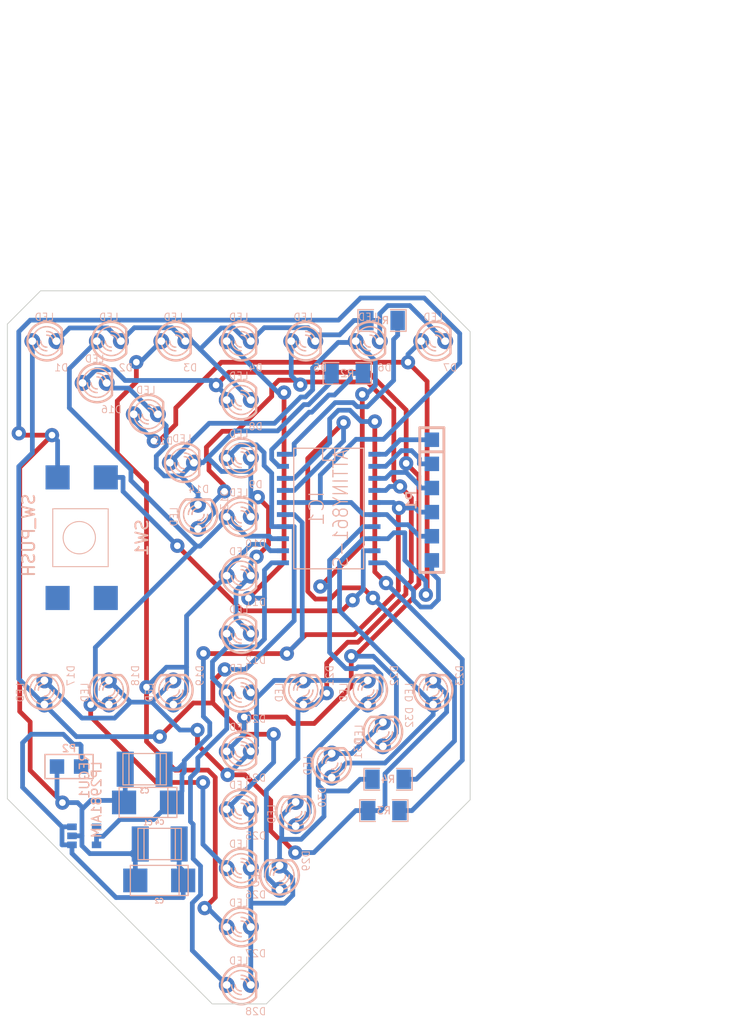
<source format=kicad_pcb>
(kicad_pcb (version 3) (host pcbnew "(2013-may-18)-stable")

  (general
    (links 91)
    (no_connects 0)
    (area 152.039142 31.926348 232.992472 139.248704)
    (thickness 1.6)
    (drawings 15)
    (tracks 577)
    (zones 0)
    (modules 45)
    (nets 24)
  )

  (page A3)
  (layers
    (15 F.Cu signal)
    (0 B.Cu signal)
    (16 B.Adhes user)
    (17 F.Adhes user)
    (18 B.Paste user)
    (19 F.Paste user)
    (20 B.SilkS user)
    (21 F.SilkS user)
    (22 B.Mask user)
    (23 F.Mask user)
    (24 Dwgs.User user)
    (25 Cmts.User user)
    (26 Eco1.User user)
    (27 Eco2.User user)
    (28 Edge.Cuts user)
  )

  (setup
    (last_trace_width 0.5)
    (trace_clearance 0.3)
    (zone_clearance 0.508)
    (zone_45_only no)
    (trace_min 0.254)
    (segment_width 0.2)
    (edge_width 0.1)
    (via_size 1.5)
    (via_drill 0.7)
    (via_min_size 0.889)
    (via_min_drill 0.508)
    (uvia_size 0.508)
    (uvia_drill 0.127)
    (uvias_allowed no)
    (uvia_min_size 0.508)
    (uvia_min_drill 0.127)
    (pcb_text_width 0.3)
    (pcb_text_size 1.5 1.5)
    (mod_edge_width 0.15)
    (mod_text_size 1 1)
    (mod_text_width 0.15)
    (pad_size 1.5 1.5)
    (pad_drill 0.6)
    (pad_to_mask_clearance 0)
    (aux_axis_origin 0 0)
    (visible_elements FFFFFFBF)
    (pcbplotparams
      (layerselection 268468225)
      (usegerberextensions false)
      (excludeedgelayer false)
      (linewidth 0.150000)
      (plotframeref false)
      (viasonmask false)
      (mode 1)
      (useauxorigin false)
      (hpglpennumber 1)
      (hpglpenspeed 20)
      (hpglpendiameter 15)
      (hpglpenoverlay 2)
      (psnegative false)
      (psa4output false)
      (plotreference true)
      (plotvalue true)
      (plotothertext true)
      (plotinvisibletext false)
      (padsonsilk false)
      (subtractmaskfromsilk false)
      (outputformat 2)
      (mirror false)
      (drillshape 0)
      (scaleselection 1)
      (outputdirectory /home/korsi/otit/gerberit/ps_printattavat/))
  )

  (net 0 "")
  (net 1 N-000001)
  (net 2 N-0000010)
  (net 3 N-0000011)
  (net 4 N-0000012)
  (net 5 N-0000013)
  (net 6 N-0000014)
  (net 7 N-0000015)
  (net 8 N-0000016)
  (net 9 N-0000017)
  (net 10 N-0000018)
  (net 11 N-000002)
  (net 12 N-0000020)
  (net 13 N-0000021)
  (net 14 N-0000022)
  (net 15 N-0000023)
  (net 16 N-0000024)
  (net 17 N-000003)
  (net 18 N-000004)
  (net 19 N-000005)
  (net 20 N-000006)
  (net 21 N-000007)
  (net 22 N-000008)
  (net 23 N-000009)

  (net_class Default "This is the default net class."
    (clearance 0.3)
    (trace_width 0.5)
    (via_dia 1.5)
    (via_drill 0.7)
    (uvia_dia 0.508)
    (uvia_drill 0.127)
    (add_net "")
    (add_net N-000001)
    (add_net N-0000010)
    (add_net N-0000011)
    (add_net N-0000012)
    (add_net N-0000013)
    (add_net N-0000014)
    (add_net N-0000015)
    (add_net N-0000016)
    (add_net N-0000017)
    (add_net N-0000018)
    (add_net N-000002)
    (add_net N-0000020)
    (add_net N-0000021)
    (add_net N-0000022)
    (add_net N-0000023)
    (add_net N-0000024)
    (add_net N-000003)
    (add_net N-000004)
    (add_net N-000005)
    (add_net N-000006)
    (add_net N-000007)
    (add_net N-000008)
    (add_net N-000009)
  )

  (module SO20L (layer B.Cu) (tedit 42807090) (tstamp 56129520)
    (at 186.582 85.1285 270)
    (descr "Cms SOJ 20 pins large")
    (tags "CMS SOJ")
    (path /545FB5CE)
    (attr smd)
    (fp_text reference IC1 (at 0 1.27 270) (layer B.SilkS)
      (effects (font (size 1.524 1.524) (thickness 0.127)) (justify mirror))
    )
    (fp_text value ATTINY861-S (at 0 -1.27 270) (layer B.SilkS)
      (effects (font (size 1.524 1.27) (thickness 0.127)) (justify mirror))
    )
    (fp_line (start 6.35 -3.683) (end 6.35 3.683) (layer B.SilkS) (width 0.127))
    (fp_line (start -6.35 3.683) (end -6.35 -3.683) (layer B.SilkS) (width 0.127))
    (fp_line (start 6.35 -3.683) (end -6.35 -3.683) (layer B.SilkS) (width 0.127))
    (fp_line (start -6.35 3.683) (end 6.35 3.683) (layer B.SilkS) (width 0.127))
    (fp_line (start -6.35 0.635) (end -5.08 0.635) (layer B.SilkS) (width 0.127))
    (fp_line (start -5.08 0.635) (end -5.08 -0.635) (layer B.SilkS) (width 0.127))
    (fp_line (start -5.08 -0.635) (end -6.35 -0.635) (layer B.SilkS) (width 0.127))
    (pad 11 smd rect (at 5.715 4.826 270) (size 0.508 1.27)
      (layers B.Cu B.Paste B.Mask)
      (net 7 N-0000015)
    )
    (pad 12 smd rect (at 4.445 4.826 270) (size 0.508 1.27)
      (layers B.Cu B.Paste B.Mask)
      (net 6 N-0000014)
    )
    (pad 13 smd rect (at 3.175 4.826 270) (size 0.508 1.27)
      (layers B.Cu B.Paste B.Mask)
      (net 2 N-0000010)
    )
    (pad 14 smd rect (at 1.905 4.826 270) (size 0.508 1.27)
      (layers B.Cu B.Paste B.Mask)
      (net 23 N-000009)
    )
    (pad 15 smd rect (at 0.635 4.826 270) (size 0.508 1.27)
      (layers B.Cu B.Paste B.Mask)
      (net 10 N-0000018)
    )
    (pad 16 smd rect (at -0.635 4.826 270) (size 0.508 1.27)
      (layers B.Cu B.Paste B.Mask)
      (net 16 N-0000024)
    )
    (pad 17 smd rect (at -1.905 4.826 270) (size 0.508 1.27)
      (layers B.Cu B.Paste B.Mask)
      (net 22 N-000008)
    )
    (pad 18 smd rect (at -3.175 4.826 270) (size 0.508 1.27)
      (layers B.Cu B.Paste B.Mask)
      (net 1 N-000001)
    )
    (pad 19 smd rect (at -4.445 4.826 270) (size 0.508 1.27)
      (layers B.Cu B.Paste B.Mask)
      (net 11 N-000002)
    )
    (pad 20 smd rect (at -5.715 4.826 270) (size 0.508 1.27)
      (layers B.Cu B.Paste B.Mask)
      (net 17 N-000003)
    )
    (pad 1 smd rect (at -5.715 -4.826 270) (size 0.508 1.27)
      (layers B.Cu B.Paste B.Mask)
      (net 21 N-000007)
    )
    (pad 2 smd rect (at -4.445 -4.826 270) (size 0.508 1.27)
      (layers B.Cu B.Paste B.Mask)
      (net 18 N-000004)
    )
    (pad 3 smd rect (at -3.175 -4.826 270) (size 0.508 1.27)
      (layers B.Cu B.Paste B.Mask)
      (net 5 N-0000013)
    )
    (pad 4 smd rect (at -1.905 -4.826 270) (size 0.508 1.27)
      (layers B.Cu B.Paste B.Mask)
      (net 8 N-0000016)
    )
    (pad 5 smd rect (at -0.635 -4.826 270) (size 0.508 1.27)
      (layers B.Cu B.Paste B.Mask)
      (net 10 N-0000018)
    )
    (pad 6 smd rect (at 0.635 -4.826 270) (size 0.508 1.27)
      (layers B.Cu B.Paste B.Mask)
      (net 16 N-0000024)
    )
    (pad 7 smd rect (at 1.905 -4.826 270) (size 0.508 1.27)
      (layers B.Cu B.Paste B.Mask)
      (net 3 N-0000011)
    )
    (pad 8 smd rect (at 3.175 -4.826 270) (size 0.508 1.27)
      (layers B.Cu B.Paste B.Mask)
      (net 4 N-0000012)
    )
    (pad 9 smd rect (at 4.445 -4.826 270) (size 0.508 1.27)
      (layers B.Cu B.Paste B.Mask)
      (net 20 N-000006)
    )
    (pad 10 smd rect (at 5.715 -4.826 270) (size 0.508 1.27)
      (layers B.Cu B.Paste B.Mask)
      (net 19 N-000005)
    )
    (model smd/cms_so20.wrl
      (at (xyz 0 0 0))
      (scale (xyz 0.5 0.6 0.5))
      (rotate (xyz 0 0 0))
    )
  )

  (module SM1206 (layer B.Cu) (tedit 42806E24) (tstamp 5612952C)
    (at 192.8449 113.6415 180)
    (path /545FBE7E)
    (attr smd)
    (fp_text reference R4 (at 0 0 180) (layer B.SilkS)
      (effects (font (size 0.762 0.762) (thickness 0.127)) (justify mirror))
    )
    (fp_text value R (at 0 0 180) (layer B.SilkS) hide
      (effects (font (size 0.762 0.762) (thickness 0.127)) (justify mirror))
    )
    (fp_line (start -2.54 1.143) (end -2.54 -1.143) (layer B.SilkS) (width 0.127))
    (fp_line (start -2.54 -1.143) (end -0.889 -1.143) (layer B.SilkS) (width 0.127))
    (fp_line (start 0.889 1.143) (end 2.54 1.143) (layer B.SilkS) (width 0.127))
    (fp_line (start 2.54 1.143) (end 2.54 -1.143) (layer B.SilkS) (width 0.127))
    (fp_line (start 2.54 -1.143) (end 0.889 -1.143) (layer B.SilkS) (width 0.127))
    (fp_line (start -0.889 1.143) (end -2.54 1.143) (layer B.SilkS) (width 0.127))
    (pad 1 smd rect (at -1.651 0 180) (size 1.524 2.032)
      (layers B.Cu B.Paste B.Mask)
      (net 22 N-000008)
    )
    (pad 2 smd rect (at 1.651 0 180) (size 1.524 2.032)
      (layers B.Cu B.Paste B.Mask)
      (net 12 N-0000020)
    )
    (model smd/chip_cms.wrl
      (at (xyz 0 0 0))
      (scale (xyz 0.17 0.16 0.16))
      (rotate (xyz 0 0 0))
    )
  )

  (module SM1206 (layer B.Cu) (tedit 42806E24) (tstamp 56129538)
    (at 192.3983 116.9399 180)
    (path /545FBE6F)
    (attr smd)
    (fp_text reference R3 (at 0 0 180) (layer B.SilkS)
      (effects (font (size 0.762 0.762) (thickness 0.127)) (justify mirror))
    )
    (fp_text value R (at 0 0 180) (layer B.SilkS) hide
      (effects (font (size 0.762 0.762) (thickness 0.127)) (justify mirror))
    )
    (fp_line (start -2.54 1.143) (end -2.54 -1.143) (layer B.SilkS) (width 0.127))
    (fp_line (start -2.54 -1.143) (end -0.889 -1.143) (layer B.SilkS) (width 0.127))
    (fp_line (start 0.889 1.143) (end 2.54 1.143) (layer B.SilkS) (width 0.127))
    (fp_line (start 2.54 1.143) (end 2.54 -1.143) (layer B.SilkS) (width 0.127))
    (fp_line (start 2.54 -1.143) (end 0.889 -1.143) (layer B.SilkS) (width 0.127))
    (fp_line (start -0.889 1.143) (end -2.54 1.143) (layer B.SilkS) (width 0.127))
    (pad 1 smd rect (at -1.651 0 180) (size 1.524 2.032)
      (layers B.Cu B.Paste B.Mask)
      (net 1 N-000001)
    )
    (pad 2 smd rect (at 1.651 0 180) (size 1.524 2.032)
      (layers B.Cu B.Paste B.Mask)
      (net 13 N-0000021)
    )
    (model smd/chip_cms.wrl
      (at (xyz 0 0 0))
      (scale (xyz 0.17 0.16 0.16))
      (rotate (xyz 0 0 0))
    )
  )

  (module SM1206 (layer B.Cu) (tedit 42806E24) (tstamp 56129544)
    (at 188.536 70.8972 180)
    (path /545FBE60)
    (attr smd)
    (fp_text reference R2 (at 0 0 180) (layer B.SilkS)
      (effects (font (size 0.762 0.762) (thickness 0.127)) (justify mirror))
    )
    (fp_text value R (at 0 0 180) (layer B.SilkS) hide
      (effects (font (size 0.762 0.762) (thickness 0.127)) (justify mirror))
    )
    (fp_line (start -2.54 1.143) (end -2.54 -1.143) (layer B.SilkS) (width 0.127))
    (fp_line (start -2.54 -1.143) (end -0.889 -1.143) (layer B.SilkS) (width 0.127))
    (fp_line (start 0.889 1.143) (end 2.54 1.143) (layer B.SilkS) (width 0.127))
    (fp_line (start 2.54 1.143) (end 2.54 -1.143) (layer B.SilkS) (width 0.127))
    (fp_line (start 2.54 -1.143) (end 0.889 -1.143) (layer B.SilkS) (width 0.127))
    (fp_line (start -0.889 1.143) (end -2.54 1.143) (layer B.SilkS) (width 0.127))
    (pad 1 smd rect (at -1.651 0 180) (size 1.524 2.032)
      (layers B.Cu B.Paste B.Mask)
      (net 11 N-000002)
    )
    (pad 2 smd rect (at 1.651 0 180) (size 1.524 2.032)
      (layers B.Cu B.Paste B.Mask)
      (net 9 N-0000017)
    )
    (model smd/chip_cms.wrl
      (at (xyz 0 0 0))
      (scale (xyz 0.17 0.16 0.16))
      (rotate (xyz 0 0 0))
    )
  )

  (module SM1206 (layer B.Cu) (tedit 42806E24) (tstamp 56129550)
    (at 192.2032 65.3236 180)
    (path /545FBE51)
    (attr smd)
    (fp_text reference R1 (at 0 0 180) (layer B.SilkS)
      (effects (font (size 0.762 0.762) (thickness 0.127)) (justify mirror))
    )
    (fp_text value R (at 0 0 180) (layer B.SilkS) hide
      (effects (font (size 0.762 0.762) (thickness 0.127)) (justify mirror))
    )
    (fp_line (start -2.54 1.143) (end -2.54 -1.143) (layer B.SilkS) (width 0.127))
    (fp_line (start -2.54 -1.143) (end -0.889 -1.143) (layer B.SilkS) (width 0.127))
    (fp_line (start 0.889 1.143) (end 2.54 1.143) (layer B.SilkS) (width 0.127))
    (fp_line (start 2.54 1.143) (end 2.54 -1.143) (layer B.SilkS) (width 0.127))
    (fp_line (start 2.54 -1.143) (end 0.889 -1.143) (layer B.SilkS) (width 0.127))
    (fp_line (start -0.889 1.143) (end -2.54 1.143) (layer B.SilkS) (width 0.127))
    (pad 1 smd rect (at -1.651 0 180) (size 1.524 2.032)
      (layers B.Cu B.Paste B.Mask)
      (net 17 N-000003)
    )
    (pad 2 smd rect (at 1.651 0 180) (size 1.524 2.032)
      (layers B.Cu B.Paste B.Mask)
      (net 14 N-0000022)
    )
    (model smd/chip_cms.wrl
      (at (xyz 0 0 0))
      (scale (xyz 0.17 0.16 0.16))
      (rotate (xyz 0 0 0))
    )
  )

  (module SalamaNAppi (layer B.Cu) (tedit 545FF69B) (tstamp 5612955D)
    (at 160.5331 88.1978 270)
    (path /545FE739)
    (fp_text reference SW1 (at 0 -6.35 270) (layer B.SilkS)
      (effects (font (size 1.27 1.27) (thickness 0.2032)) (justify mirror))
    )
    (fp_text value SW_PUSH (at -0.254 5.588 270) (layer B.SilkS)
      (effects (font (size 1.27 1.27) (thickness 0.2032)) (justify mirror))
    )
    (fp_circle (center 0 0.254) (end 1.524 -0.508) (layer B.SilkS) (width 0.1016))
    (fp_line (start -3.048 3.048) (end -3.048 -2.794) (layer B.SilkS) (width 0.1016))
    (fp_line (start -3.048 -2.794) (end 3.048 -2.794) (layer B.SilkS) (width 0.1016))
    (fp_line (start 3.048 -2.794) (end 3.048 3.048) (layer B.SilkS) (width 0.1016))
    (fp_line (start 3.048 3.048) (end -3.048 3.048) (layer B.SilkS) (width 0.1016))
    (pad 1 smd rect (at -6.35 2.54 270) (size 2.54 2.54)
      (layers B.Cu B.Paste B.Mask)
      (net 16 N-0000024)
    )
    (pad NC smd rect (at 6.35 2.54 270) (size 2.54 2.54)
      (layers B.Cu B.Paste B.Mask)
    )
    (pad 2 smd rect (at -6.35 -2.54 270) (size 2.54 2.54)
      (layers B.Cu B.Paste B.Mask)
      (net 20 N-000006)
    )
    (pad NC smd rect (at 6.35 -2.54 270) (size 2.54 2.54)
      (layers B.Cu B.Paste B.Mask)
    )
  )

  (module SalamaLED (layer B.Cu) (tedit 5460C937) (tstamp 56129576)
    (at 177.1 110.7)
    (descr "Salama LED")
    (tags "LED led 3mm 3MM 100mil 2,54mm Salama")
    (path /545FB6CD)
    (fp_text reference D24 (at 1.778 2.794) (layer B.SilkS)
      (effects (font (size 0.762 0.762) (thickness 0.0889)) (justify mirror))
    )
    (fp_text value LED (at 0 -2.54) (layer B.SilkS)
      (effects (font (size 0.762 0.762) (thickness 0.0889)) (justify mirror))
    )
    (fp_line (start 1.8288 -1.27) (end 1.8288 1.27) (layer B.SilkS) (width 0.254))
    (fp_arc (start 0.254 0) (end -1.27 0) (angle -39.8) (layer B.SilkS) (width 0.1524))
    (fp_arc (start 0.254 0) (end -0.88392 -1.01092) (angle -41.6) (layer B.SilkS) (width 0.1524))
    (fp_arc (start 0.254 0) (end 1.4097 0.9906) (angle -40.6) (layer B.SilkS) (width 0.1524))
    (fp_arc (start 0.254 0) (end 1.778 0) (angle -39.8) (layer B.SilkS) (width 0.1524))
    (fp_arc (start 0.254 0) (end 0.254 1.524) (angle -54.4) (layer B.SilkS) (width 0.1524))
    (fp_arc (start 0.254 0) (end -0.9652 0.9144) (angle -53.1) (layer B.SilkS) (width 0.1524))
    (fp_arc (start 0.254 0) (end 1.45542 -0.93472) (angle -52.1) (layer B.SilkS) (width 0.1524))
    (fp_arc (start 0.254 0) (end 0.254 -1.524) (angle -52.1) (layer B.SilkS) (width 0.1524))
    (fp_arc (start 0.254 0) (end -0.381 0) (angle -90) (layer B.SilkS) (width 0.1524))
    (fp_arc (start 0.254 0) (end -0.762 0) (angle -90) (layer B.SilkS) (width 0.1524))
    (fp_arc (start 0.254 0) (end 0.889 0) (angle -90) (layer B.SilkS) (width 0.1524))
    (fp_arc (start 0.254 0) (end 1.27 0) (angle -90) (layer B.SilkS) (width 0.1524))
    (fp_arc (start 0.254 0) (end 0.254 2.032) (angle -50.1) (layer B.SilkS) (width 0.254))
    (fp_arc (start 0.254 0) (end -1.5367 0.95504) (angle -61.9) (layer B.SilkS) (width 0.254))
    (fp_arc (start 0.254 0) (end 1.8034 -1.31064) (angle -49.7) (layer B.SilkS) (width 0.254))
    (fp_arc (start 0.254 0) (end 0.254 -2.032) (angle -60.2) (layer B.SilkS) (width 0.254))
    (fp_arc (start 0.254 0) (end -1.778 0) (angle -28.3) (layer B.SilkS) (width 0.254))
    (fp_arc (start 0.254 0) (end -1.47574 -1.06426) (angle -31.6) (layer B.SilkS) (width 0.254))
    (pad 1 thru_hole circle (at -1.27 0) (size 1.6764 1.6764) (drill 0.8128)
      (layers *.Mask B.Cu)
      (net 5 N-0000013)
    )
    (pad 2 thru_hole circle (at 1.27 0) (size 1.6764 1.6764) (drill 0.8128)
      (layers *.Mask B.Cu)
      (net 13 N-0000021)
    )
    (model discret/leds/led3_vertical_verde.wrl
      (at (xyz 0 0 0))
      (scale (xyz 1 1 1))
      (rotate (xyz 0 0 0))
    )
  )

  (module SalamaLED (layer B.Cu) (tedit 5460C937) (tstamp 5612958F)
    (at 183.9 67.5)
    (descr "Salama LED")
    (tags "LED led 3mm 3MM 100mil 2,54mm Salama")
    (path /545FB610)
    (fp_text reference D5 (at 1.778 2.794) (layer B.SilkS)
      (effects (font (size 0.762 0.762) (thickness 0.0889)) (justify mirror))
    )
    (fp_text value LED (at 0 -2.54) (layer B.SilkS)
      (effects (font (size 0.762 0.762) (thickness 0.0889)) (justify mirror))
    )
    (fp_line (start 1.8288 -1.27) (end 1.8288 1.27) (layer B.SilkS) (width 0.254))
    (fp_arc (start 0.254 0) (end -1.27 0) (angle -39.8) (layer B.SilkS) (width 0.1524))
    (fp_arc (start 0.254 0) (end -0.88392 -1.01092) (angle -41.6) (layer B.SilkS) (width 0.1524))
    (fp_arc (start 0.254 0) (end 1.4097 0.9906) (angle -40.6) (layer B.SilkS) (width 0.1524))
    (fp_arc (start 0.254 0) (end 1.778 0) (angle -39.8) (layer B.SilkS) (width 0.1524))
    (fp_arc (start 0.254 0) (end 0.254 1.524) (angle -54.4) (layer B.SilkS) (width 0.1524))
    (fp_arc (start 0.254 0) (end -0.9652 0.9144) (angle -53.1) (layer B.SilkS) (width 0.1524))
    (fp_arc (start 0.254 0) (end 1.45542 -0.93472) (angle -52.1) (layer B.SilkS) (width 0.1524))
    (fp_arc (start 0.254 0) (end 0.254 -1.524) (angle -52.1) (layer B.SilkS) (width 0.1524))
    (fp_arc (start 0.254 0) (end -0.381 0) (angle -90) (layer B.SilkS) (width 0.1524))
    (fp_arc (start 0.254 0) (end -0.762 0) (angle -90) (layer B.SilkS) (width 0.1524))
    (fp_arc (start 0.254 0) (end 0.889 0) (angle -90) (layer B.SilkS) (width 0.1524))
    (fp_arc (start 0.254 0) (end 1.27 0) (angle -90) (layer B.SilkS) (width 0.1524))
    (fp_arc (start 0.254 0) (end 0.254 2.032) (angle -50.1) (layer B.SilkS) (width 0.254))
    (fp_arc (start 0.254 0) (end -1.5367 0.95504) (angle -61.9) (layer B.SilkS) (width 0.254))
    (fp_arc (start 0.254 0) (end 1.8034 -1.31064) (angle -49.7) (layer B.SilkS) (width 0.254))
    (fp_arc (start 0.254 0) (end 0.254 -2.032) (angle -60.2) (layer B.SilkS) (width 0.254))
    (fp_arc (start 0.254 0) (end -1.778 0) (angle -28.3) (layer B.SilkS) (width 0.254))
    (fp_arc (start 0.254 0) (end -1.47574 -1.06426) (angle -31.6) (layer B.SilkS) (width 0.254))
    (pad 1 thru_hole circle (at -1.27 0) (size 1.6764 1.6764) (drill 0.8128)
      (layers *.Mask B.Cu)
      (net 8 N-0000016)
    )
    (pad 2 thru_hole circle (at 1.27 0) (size 1.6764 1.6764) (drill 0.8128)
      (layers *.Mask B.Cu)
      (net 14 N-0000022)
    )
    (model discret/leds/led3_vertical_verde.wrl
      (at (xyz 0 0 0))
      (scale (xyz 1 1 1))
      (rotate (xyz 0 0 0))
    )
  )

  (module SalamaLED (layer B.Cu) (tedit 5460C937) (tstamp 561295A8)
    (at 197.6 104.5 90)
    (descr "Salama LED")
    (tags "LED led 3mm 3MM 100mil 2,54mm Salama")
    (path /545FB6D3)
    (fp_text reference D23 (at 1.778 2.794 90) (layer B.SilkS)
      (effects (font (size 0.762 0.762) (thickness 0.0889)) (justify mirror))
    )
    (fp_text value LED (at 0 -2.54 90) (layer B.SilkS)
      (effects (font (size 0.762 0.762) (thickness 0.0889)) (justify mirror))
    )
    (fp_line (start 1.8288 -1.27) (end 1.8288 1.27) (layer B.SilkS) (width 0.254))
    (fp_arc (start 0.254 0) (end -1.27 0) (angle -39.8) (layer B.SilkS) (width 0.1524))
    (fp_arc (start 0.254 0) (end -0.88392 -1.01092) (angle -41.6) (layer B.SilkS) (width 0.1524))
    (fp_arc (start 0.254 0) (end 1.4097 0.9906) (angle -40.6) (layer B.SilkS) (width 0.1524))
    (fp_arc (start 0.254 0) (end 1.778 0) (angle -39.8) (layer B.SilkS) (width 0.1524))
    (fp_arc (start 0.254 0) (end 0.254 1.524) (angle -54.4) (layer B.SilkS) (width 0.1524))
    (fp_arc (start 0.254 0) (end -0.9652 0.9144) (angle -53.1) (layer B.SilkS) (width 0.1524))
    (fp_arc (start 0.254 0) (end 1.45542 -0.93472) (angle -52.1) (layer B.SilkS) (width 0.1524))
    (fp_arc (start 0.254 0) (end 0.254 -1.524) (angle -52.1) (layer B.SilkS) (width 0.1524))
    (fp_arc (start 0.254 0) (end -0.381 0) (angle -90) (layer B.SilkS) (width 0.1524))
    (fp_arc (start 0.254 0) (end -0.762 0) (angle -90) (layer B.SilkS) (width 0.1524))
    (fp_arc (start 0.254 0) (end 0.889 0) (angle -90) (layer B.SilkS) (width 0.1524))
    (fp_arc (start 0.254 0) (end 1.27 0) (angle -90) (layer B.SilkS) (width 0.1524))
    (fp_arc (start 0.254 0) (end 0.254 2.032) (angle -50.1) (layer B.SilkS) (width 0.254))
    (fp_arc (start 0.254 0) (end -1.5367 0.95504) (angle -61.9) (layer B.SilkS) (width 0.254))
    (fp_arc (start 0.254 0) (end 1.8034 -1.31064) (angle -49.7) (layer B.SilkS) (width 0.254))
    (fp_arc (start 0.254 0) (end 0.254 -2.032) (angle -60.2) (layer B.SilkS) (width 0.254))
    (fp_arc (start 0.254 0) (end -1.778 0) (angle -28.3) (layer B.SilkS) (width 0.254))
    (fp_arc (start 0.254 0) (end -1.47574 -1.06426) (angle -31.6) (layer B.SilkS) (width 0.254))
    (pad 1 thru_hole circle (at -1.27 0 90) (size 1.6764 1.6764) (drill 0.8128)
      (layers *.Mask B.Cu)
      (net 4 N-0000012)
    )
    (pad 2 thru_hole circle (at 1.27 0 90) (size 1.6764 1.6764) (drill 0.8128)
      (layers *.Mask B.Cu)
      (net 13 N-0000021)
    )
    (model discret/leds/led3_vertical_verde.wrl
      (at (xyz 0 0 0))
      (scale (xyz 1 1 1))
      (rotate (xyz 0 0 0))
    )
  )

  (module SalamaLED (layer B.Cu) (tedit 5460C937) (tstamp 561295C1)
    (at 190.7 104.5 90)
    (descr "Salama LED")
    (tags "LED led 3mm 3MM 100mil 2,54mm Salama")
    (path /545FB6D9)
    (fp_text reference D22 (at 1.778 2.794 90) (layer B.SilkS)
      (effects (font (size 0.762 0.762) (thickness 0.0889)) (justify mirror))
    )
    (fp_text value LED (at 0 -2.54 90) (layer B.SilkS)
      (effects (font (size 0.762 0.762) (thickness 0.0889)) (justify mirror))
    )
    (fp_line (start 1.8288 -1.27) (end 1.8288 1.27) (layer B.SilkS) (width 0.254))
    (fp_arc (start 0.254 0) (end -1.27 0) (angle -39.8) (layer B.SilkS) (width 0.1524))
    (fp_arc (start 0.254 0) (end -0.88392 -1.01092) (angle -41.6) (layer B.SilkS) (width 0.1524))
    (fp_arc (start 0.254 0) (end 1.4097 0.9906) (angle -40.6) (layer B.SilkS) (width 0.1524))
    (fp_arc (start 0.254 0) (end 1.778 0) (angle -39.8) (layer B.SilkS) (width 0.1524))
    (fp_arc (start 0.254 0) (end 0.254 1.524) (angle -54.4) (layer B.SilkS) (width 0.1524))
    (fp_arc (start 0.254 0) (end -0.9652 0.9144) (angle -53.1) (layer B.SilkS) (width 0.1524))
    (fp_arc (start 0.254 0) (end 1.45542 -0.93472) (angle -52.1) (layer B.SilkS) (width 0.1524))
    (fp_arc (start 0.254 0) (end 0.254 -1.524) (angle -52.1) (layer B.SilkS) (width 0.1524))
    (fp_arc (start 0.254 0) (end -0.381 0) (angle -90) (layer B.SilkS) (width 0.1524))
    (fp_arc (start 0.254 0) (end -0.762 0) (angle -90) (layer B.SilkS) (width 0.1524))
    (fp_arc (start 0.254 0) (end 0.889 0) (angle -90) (layer B.SilkS) (width 0.1524))
    (fp_arc (start 0.254 0) (end 1.27 0) (angle -90) (layer B.SilkS) (width 0.1524))
    (fp_arc (start 0.254 0) (end 0.254 2.032) (angle -50.1) (layer B.SilkS) (width 0.254))
    (fp_arc (start 0.254 0) (end -1.5367 0.95504) (angle -61.9) (layer B.SilkS) (width 0.254))
    (fp_arc (start 0.254 0) (end 1.8034 -1.31064) (angle -49.7) (layer B.SilkS) (width 0.254))
    (fp_arc (start 0.254 0) (end 0.254 -2.032) (angle -60.2) (layer B.SilkS) (width 0.254))
    (fp_arc (start 0.254 0) (end -1.778 0) (angle -28.3) (layer B.SilkS) (width 0.254))
    (fp_arc (start 0.254 0) (end -1.47574 -1.06426) (angle -31.6) (layer B.SilkS) (width 0.254))
    (pad 1 thru_hole circle (at -1.27 0 90) (size 1.6764 1.6764) (drill 0.8128)
      (layers *.Mask B.Cu)
      (net 3 N-0000011)
    )
    (pad 2 thru_hole circle (at 1.27 0 90) (size 1.6764 1.6764) (drill 0.8128)
      (layers *.Mask B.Cu)
      (net 13 N-0000021)
    )
    (model discret/leds/led3_vertical_verde.wrl
      (at (xyz 0 0 0))
      (scale (xyz 1 1 1))
      (rotate (xyz 0 0 0))
    )
  )

  (module SalamaLED (layer B.Cu) (tedit 5460C937) (tstamp 561295DA)
    (at 163.4 104.5 90)
    (descr "Salama LED")
    (tags "LED led 3mm 3MM 100mil 2,54mm Salama")
    (path /545FB6DF)
    (fp_text reference D18 (at 1.778 2.794 90) (layer B.SilkS)
      (effects (font (size 0.762 0.762) (thickness 0.0889)) (justify mirror))
    )
    (fp_text value LED (at 0 -2.54 90) (layer B.SilkS)
      (effects (font (size 0.762 0.762) (thickness 0.0889)) (justify mirror))
    )
    (fp_line (start 1.8288 -1.27) (end 1.8288 1.27) (layer B.SilkS) (width 0.254))
    (fp_arc (start 0.254 0) (end -1.27 0) (angle -39.8) (layer B.SilkS) (width 0.1524))
    (fp_arc (start 0.254 0) (end -0.88392 -1.01092) (angle -41.6) (layer B.SilkS) (width 0.1524))
    (fp_arc (start 0.254 0) (end 1.4097 0.9906) (angle -40.6) (layer B.SilkS) (width 0.1524))
    (fp_arc (start 0.254 0) (end 1.778 0) (angle -39.8) (layer B.SilkS) (width 0.1524))
    (fp_arc (start 0.254 0) (end 0.254 1.524) (angle -54.4) (layer B.SilkS) (width 0.1524))
    (fp_arc (start 0.254 0) (end -0.9652 0.9144) (angle -53.1) (layer B.SilkS) (width 0.1524))
    (fp_arc (start 0.254 0) (end 1.45542 -0.93472) (angle -52.1) (layer B.SilkS) (width 0.1524))
    (fp_arc (start 0.254 0) (end 0.254 -1.524) (angle -52.1) (layer B.SilkS) (width 0.1524))
    (fp_arc (start 0.254 0) (end -0.381 0) (angle -90) (layer B.SilkS) (width 0.1524))
    (fp_arc (start 0.254 0) (end -0.762 0) (angle -90) (layer B.SilkS) (width 0.1524))
    (fp_arc (start 0.254 0) (end 0.889 0) (angle -90) (layer B.SilkS) (width 0.1524))
    (fp_arc (start 0.254 0) (end 1.27 0) (angle -90) (layer B.SilkS) (width 0.1524))
    (fp_arc (start 0.254 0) (end 0.254 2.032) (angle -50.1) (layer B.SilkS) (width 0.254))
    (fp_arc (start 0.254 0) (end -1.5367 0.95504) (angle -61.9) (layer B.SilkS) (width 0.254))
    (fp_arc (start 0.254 0) (end 1.8034 -1.31064) (angle -49.7) (layer B.SilkS) (width 0.254))
    (fp_arc (start 0.254 0) (end 0.254 -2.032) (angle -60.2) (layer B.SilkS) (width 0.254))
    (fp_arc (start 0.254 0) (end -1.778 0) (angle -28.3) (layer B.SilkS) (width 0.254))
    (fp_arc (start 0.254 0) (end -1.47574 -1.06426) (angle -31.6) (layer B.SilkS) (width 0.254))
    (pad 1 thru_hole circle (at -1.27 0 90) (size 1.6764 1.6764) (drill 0.8128)
      (layers *.Mask B.Cu)
      (net 2 N-0000010)
    )
    (pad 2 thru_hole circle (at 1.27 0 90) (size 1.6764 1.6764) (drill 0.8128)
      (layers *.Mask B.Cu)
      (net 13 N-0000021)
    )
    (model discret/leds/led3_vertical_verde.wrl
      (at (xyz 0 0 0))
      (scale (xyz 1 1 1))
      (rotate (xyz 0 0 0))
    )
  )

  (module SalamaLED (layer B.Cu) (tedit 5460C937) (tstamp 561295F3)
    (at 156.6 104.5 90)
    (descr "Salama LED")
    (tags "LED led 3mm 3MM 100mil 2,54mm Salama")
    (path /545FB6E5)
    (fp_text reference D17 (at 1.778 2.794 90) (layer B.SilkS)
      (effects (font (size 0.762 0.762) (thickness 0.0889)) (justify mirror))
    )
    (fp_text value LED (at 0 -2.54 90) (layer B.SilkS)
      (effects (font (size 0.762 0.762) (thickness 0.0889)) (justify mirror))
    )
    (fp_line (start 1.8288 -1.27) (end 1.8288 1.27) (layer B.SilkS) (width 0.254))
    (fp_arc (start 0.254 0) (end -1.27 0) (angle -39.8) (layer B.SilkS) (width 0.1524))
    (fp_arc (start 0.254 0) (end -0.88392 -1.01092) (angle -41.6) (layer B.SilkS) (width 0.1524))
    (fp_arc (start 0.254 0) (end 1.4097 0.9906) (angle -40.6) (layer B.SilkS) (width 0.1524))
    (fp_arc (start 0.254 0) (end 1.778 0) (angle -39.8) (layer B.SilkS) (width 0.1524))
    (fp_arc (start 0.254 0) (end 0.254 1.524) (angle -54.4) (layer B.SilkS) (width 0.1524))
    (fp_arc (start 0.254 0) (end -0.9652 0.9144) (angle -53.1) (layer B.SilkS) (width 0.1524))
    (fp_arc (start 0.254 0) (end 1.45542 -0.93472) (angle -52.1) (layer B.SilkS) (width 0.1524))
    (fp_arc (start 0.254 0) (end 0.254 -1.524) (angle -52.1) (layer B.SilkS) (width 0.1524))
    (fp_arc (start 0.254 0) (end -0.381 0) (angle -90) (layer B.SilkS) (width 0.1524))
    (fp_arc (start 0.254 0) (end -0.762 0) (angle -90) (layer B.SilkS) (width 0.1524))
    (fp_arc (start 0.254 0) (end 0.889 0) (angle -90) (layer B.SilkS) (width 0.1524))
    (fp_arc (start 0.254 0) (end 1.27 0) (angle -90) (layer B.SilkS) (width 0.1524))
    (fp_arc (start 0.254 0) (end 0.254 2.032) (angle -50.1) (layer B.SilkS) (width 0.254))
    (fp_arc (start 0.254 0) (end -1.5367 0.95504) (angle -61.9) (layer B.SilkS) (width 0.254))
    (fp_arc (start 0.254 0) (end 1.8034 -1.31064) (angle -49.7) (layer B.SilkS) (width 0.254))
    (fp_arc (start 0.254 0) (end 0.254 -2.032) (angle -60.2) (layer B.SilkS) (width 0.254))
    (fp_arc (start 0.254 0) (end -1.778 0) (angle -28.3) (layer B.SilkS) (width 0.254))
    (fp_arc (start 0.254 0) (end -1.47574 -1.06426) (angle -31.6) (layer B.SilkS) (width 0.254))
    (pad 1 thru_hole circle (at -1.27 0 90) (size 1.6764 1.6764) (drill 0.8128)
      (layers *.Mask B.Cu)
      (net 23 N-000009)
    )
    (pad 2 thru_hole circle (at 1.27 0 90) (size 1.6764 1.6764) (drill 0.8128)
      (layers *.Mask B.Cu)
      (net 13 N-0000021)
    )
    (model discret/leds/led3_vertical_verde.wrl
      (at (xyz 0 0 0))
      (scale (xyz 1 1 1))
      (rotate (xyz 0 0 0))
    )
  )

  (module SalamaLED (layer B.Cu) (tedit 5460C937) (tstamp 5612960C)
    (at 181.4 124 90)
    (descr "Salama LED")
    (tags "LED led 3mm 3MM 100mil 2,54mm Salama")
    (path /545FB6EB)
    (fp_text reference D29 (at 1.778 2.794 90) (layer B.SilkS)
      (effects (font (size 0.762 0.762) (thickness 0.0889)) (justify mirror))
    )
    (fp_text value LED (at 0 -2.54 90) (layer B.SilkS)
      (effects (font (size 0.762 0.762) (thickness 0.0889)) (justify mirror))
    )
    (fp_line (start 1.8288 -1.27) (end 1.8288 1.27) (layer B.SilkS) (width 0.254))
    (fp_arc (start 0.254 0) (end -1.27 0) (angle -39.8) (layer B.SilkS) (width 0.1524))
    (fp_arc (start 0.254 0) (end -0.88392 -1.01092) (angle -41.6) (layer B.SilkS) (width 0.1524))
    (fp_arc (start 0.254 0) (end 1.4097 0.9906) (angle -40.6) (layer B.SilkS) (width 0.1524))
    (fp_arc (start 0.254 0) (end 1.778 0) (angle -39.8) (layer B.SilkS) (width 0.1524))
    (fp_arc (start 0.254 0) (end 0.254 1.524) (angle -54.4) (layer B.SilkS) (width 0.1524))
    (fp_arc (start 0.254 0) (end -0.9652 0.9144) (angle -53.1) (layer B.SilkS) (width 0.1524))
    (fp_arc (start 0.254 0) (end 1.45542 -0.93472) (angle -52.1) (layer B.SilkS) (width 0.1524))
    (fp_arc (start 0.254 0) (end 0.254 -1.524) (angle -52.1) (layer B.SilkS) (width 0.1524))
    (fp_arc (start 0.254 0) (end -0.381 0) (angle -90) (layer B.SilkS) (width 0.1524))
    (fp_arc (start 0.254 0) (end -0.762 0) (angle -90) (layer B.SilkS) (width 0.1524))
    (fp_arc (start 0.254 0) (end 0.889 0) (angle -90) (layer B.SilkS) (width 0.1524))
    (fp_arc (start 0.254 0) (end 1.27 0) (angle -90) (layer B.SilkS) (width 0.1524))
    (fp_arc (start 0.254 0) (end 0.254 2.032) (angle -50.1) (layer B.SilkS) (width 0.254))
    (fp_arc (start 0.254 0) (end -1.5367 0.95504) (angle -61.9) (layer B.SilkS) (width 0.254))
    (fp_arc (start 0.254 0) (end 1.8034 -1.31064) (angle -49.7) (layer B.SilkS) (width 0.254))
    (fp_arc (start 0.254 0) (end 0.254 -2.032) (angle -60.2) (layer B.SilkS) (width 0.254))
    (fp_arc (start 0.254 0) (end -1.778 0) (angle -28.3) (layer B.SilkS) (width 0.254))
    (fp_arc (start 0.254 0) (end -1.47574 -1.06426) (angle -31.6) (layer B.SilkS) (width 0.254))
    (pad 1 thru_hole circle (at -1.27 0 90) (size 1.6764 1.6764) (drill 0.8128)
      (layers *.Mask B.Cu)
      (net 8 N-0000016)
    )
    (pad 2 thru_hole circle (at 1.27 0 90) (size 1.6764 1.6764) (drill 0.8128)
      (layers *.Mask B.Cu)
      (net 12 N-0000020)
    )
    (model discret/leds/led3_vertical_verde.wrl
      (at (xyz 0 0 0))
      (scale (xyz 1 1 1))
      (rotate (xyz 0 0 0))
    )
  )

  (module SalamaLED (layer B.Cu) (tedit 5460C937) (tstamp 56129625)
    (at 177.1 135.3)
    (descr "Salama LED")
    (tags "LED led 3mm 3MM 100mil 2,54mm Salama")
    (path /545FB6F1)
    (fp_text reference D28 (at 1.778 2.794) (layer B.SilkS)
      (effects (font (size 0.762 0.762) (thickness 0.0889)) (justify mirror))
    )
    (fp_text value LED (at 0 -2.54) (layer B.SilkS)
      (effects (font (size 0.762 0.762) (thickness 0.0889)) (justify mirror))
    )
    (fp_line (start 1.8288 -1.27) (end 1.8288 1.27) (layer B.SilkS) (width 0.254))
    (fp_arc (start 0.254 0) (end -1.27 0) (angle -39.8) (layer B.SilkS) (width 0.1524))
    (fp_arc (start 0.254 0) (end -0.88392 -1.01092) (angle -41.6) (layer B.SilkS) (width 0.1524))
    (fp_arc (start 0.254 0) (end 1.4097 0.9906) (angle -40.6) (layer B.SilkS) (width 0.1524))
    (fp_arc (start 0.254 0) (end 1.778 0) (angle -39.8) (layer B.SilkS) (width 0.1524))
    (fp_arc (start 0.254 0) (end 0.254 1.524) (angle -54.4) (layer B.SilkS) (width 0.1524))
    (fp_arc (start 0.254 0) (end -0.9652 0.9144) (angle -53.1) (layer B.SilkS) (width 0.1524))
    (fp_arc (start 0.254 0) (end 1.45542 -0.93472) (angle -52.1) (layer B.SilkS) (width 0.1524))
    (fp_arc (start 0.254 0) (end 0.254 -1.524) (angle -52.1) (layer B.SilkS) (width 0.1524))
    (fp_arc (start 0.254 0) (end -0.381 0) (angle -90) (layer B.SilkS) (width 0.1524))
    (fp_arc (start 0.254 0) (end -0.762 0) (angle -90) (layer B.SilkS) (width 0.1524))
    (fp_arc (start 0.254 0) (end 0.889 0) (angle -90) (layer B.SilkS) (width 0.1524))
    (fp_arc (start 0.254 0) (end 1.27 0) (angle -90) (layer B.SilkS) (width 0.1524))
    (fp_arc (start 0.254 0) (end 0.254 2.032) (angle -50.1) (layer B.SilkS) (width 0.254))
    (fp_arc (start 0.254 0) (end -1.5367 0.95504) (angle -61.9) (layer B.SilkS) (width 0.254))
    (fp_arc (start 0.254 0) (end 1.8034 -1.31064) (angle -49.7) (layer B.SilkS) (width 0.254))
    (fp_arc (start 0.254 0) (end 0.254 -2.032) (angle -60.2) (layer B.SilkS) (width 0.254))
    (fp_arc (start 0.254 0) (end -1.778 0) (angle -28.3) (layer B.SilkS) (width 0.254))
    (fp_arc (start 0.254 0) (end -1.47574 -1.06426) (angle -31.6) (layer B.SilkS) (width 0.254))
    (pad 1 thru_hole circle (at -1.27 0) (size 1.6764 1.6764) (drill 0.8128)
      (layers *.Mask B.Cu)
      (net 7 N-0000015)
    )
    (pad 2 thru_hole circle (at 1.27 0) (size 1.6764 1.6764) (drill 0.8128)
      (layers *.Mask B.Cu)
      (net 12 N-0000020)
    )
    (model discret/leds/led3_vertical_verde.wrl
      (at (xyz 0 0 0))
      (scale (xyz 1 1 1))
      (rotate (xyz 0 0 0))
    )
  )

  (module SalamaLED (layer B.Cu) (tedit 5460C937) (tstamp 5612963E)
    (at 177.1 129.2)
    (descr "Salama LED")
    (tags "LED led 3mm 3MM 100mil 2,54mm Salama")
    (path /545FB6F7)
    (fp_text reference D27 (at 1.778 2.794) (layer B.SilkS)
      (effects (font (size 0.762 0.762) (thickness 0.0889)) (justify mirror))
    )
    (fp_text value LED (at 0 -2.54) (layer B.SilkS)
      (effects (font (size 0.762 0.762) (thickness 0.0889)) (justify mirror))
    )
    (fp_line (start 1.8288 -1.27) (end 1.8288 1.27) (layer B.SilkS) (width 0.254))
    (fp_arc (start 0.254 0) (end -1.27 0) (angle -39.8) (layer B.SilkS) (width 0.1524))
    (fp_arc (start 0.254 0) (end -0.88392 -1.01092) (angle -41.6) (layer B.SilkS) (width 0.1524))
    (fp_arc (start 0.254 0) (end 1.4097 0.9906) (angle -40.6) (layer B.SilkS) (width 0.1524))
    (fp_arc (start 0.254 0) (end 1.778 0) (angle -39.8) (layer B.SilkS) (width 0.1524))
    (fp_arc (start 0.254 0) (end 0.254 1.524) (angle -54.4) (layer B.SilkS) (width 0.1524))
    (fp_arc (start 0.254 0) (end -0.9652 0.9144) (angle -53.1) (layer B.SilkS) (width 0.1524))
    (fp_arc (start 0.254 0) (end 1.45542 -0.93472) (angle -52.1) (layer B.SilkS) (width 0.1524))
    (fp_arc (start 0.254 0) (end 0.254 -1.524) (angle -52.1) (layer B.SilkS) (width 0.1524))
    (fp_arc (start 0.254 0) (end -0.381 0) (angle -90) (layer B.SilkS) (width 0.1524))
    (fp_arc (start 0.254 0) (end -0.762 0) (angle -90) (layer B.SilkS) (width 0.1524))
    (fp_arc (start 0.254 0) (end 0.889 0) (angle -90) (layer B.SilkS) (width 0.1524))
    (fp_arc (start 0.254 0) (end 1.27 0) (angle -90) (layer B.SilkS) (width 0.1524))
    (fp_arc (start 0.254 0) (end 0.254 2.032) (angle -50.1) (layer B.SilkS) (width 0.254))
    (fp_arc (start 0.254 0) (end -1.5367 0.95504) (angle -61.9) (layer B.SilkS) (width 0.254))
    (fp_arc (start 0.254 0) (end 1.8034 -1.31064) (angle -49.7) (layer B.SilkS) (width 0.254))
    (fp_arc (start 0.254 0) (end 0.254 -2.032) (angle -60.2) (layer B.SilkS) (width 0.254))
    (fp_arc (start 0.254 0) (end -1.778 0) (angle -28.3) (layer B.SilkS) (width 0.254))
    (fp_arc (start 0.254 0) (end -1.47574 -1.06426) (angle -31.6) (layer B.SilkS) (width 0.254))
    (pad 1 thru_hole circle (at -1.27 0) (size 1.6764 1.6764) (drill 0.8128)
      (layers *.Mask B.Cu)
      (net 6 N-0000014)
    )
    (pad 2 thru_hole circle (at 1.27 0) (size 1.6764 1.6764) (drill 0.8128)
      (layers *.Mask B.Cu)
      (net 12 N-0000020)
    )
    (model discret/leds/led3_vertical_verde.wrl
      (at (xyz 0 0 0))
      (scale (xyz 1 1 1))
      (rotate (xyz 0 0 0))
    )
  )

  (module SalamaLED (layer B.Cu) (tedit 5460C937) (tstamp 56129657)
    (at 192.3 108.9 90)
    (descr "Salama LED")
    (tags "LED led 3mm 3MM 100mil 2,54mm Salama")
    (path /545FB6FD)
    (fp_text reference D32 (at 1.778 2.794 90) (layer B.SilkS)
      (effects (font (size 0.762 0.762) (thickness 0.0889)) (justify mirror))
    )
    (fp_text value LED (at 0 -2.54 90) (layer B.SilkS)
      (effects (font (size 0.762 0.762) (thickness 0.0889)) (justify mirror))
    )
    (fp_line (start 1.8288 -1.27) (end 1.8288 1.27) (layer B.SilkS) (width 0.254))
    (fp_arc (start 0.254 0) (end -1.27 0) (angle -39.8) (layer B.SilkS) (width 0.1524))
    (fp_arc (start 0.254 0) (end -0.88392 -1.01092) (angle -41.6) (layer B.SilkS) (width 0.1524))
    (fp_arc (start 0.254 0) (end 1.4097 0.9906) (angle -40.6) (layer B.SilkS) (width 0.1524))
    (fp_arc (start 0.254 0) (end 1.778 0) (angle -39.8) (layer B.SilkS) (width 0.1524))
    (fp_arc (start 0.254 0) (end 0.254 1.524) (angle -54.4) (layer B.SilkS) (width 0.1524))
    (fp_arc (start 0.254 0) (end -0.9652 0.9144) (angle -53.1) (layer B.SilkS) (width 0.1524))
    (fp_arc (start 0.254 0) (end 1.45542 -0.93472) (angle -52.1) (layer B.SilkS) (width 0.1524))
    (fp_arc (start 0.254 0) (end 0.254 -1.524) (angle -52.1) (layer B.SilkS) (width 0.1524))
    (fp_arc (start 0.254 0) (end -0.381 0) (angle -90) (layer B.SilkS) (width 0.1524))
    (fp_arc (start 0.254 0) (end -0.762 0) (angle -90) (layer B.SilkS) (width 0.1524))
    (fp_arc (start 0.254 0) (end 0.889 0) (angle -90) (layer B.SilkS) (width 0.1524))
    (fp_arc (start 0.254 0) (end 1.27 0) (angle -90) (layer B.SilkS) (width 0.1524))
    (fp_arc (start 0.254 0) (end 0.254 2.032) (angle -50.1) (layer B.SilkS) (width 0.254))
    (fp_arc (start 0.254 0) (end -1.5367 0.95504) (angle -61.9) (layer B.SilkS) (width 0.254))
    (fp_arc (start 0.254 0) (end 1.8034 -1.31064) (angle -49.7) (layer B.SilkS) (width 0.254))
    (fp_arc (start 0.254 0) (end 0.254 -2.032) (angle -60.2) (layer B.SilkS) (width 0.254))
    (fp_arc (start 0.254 0) (end -1.778 0) (angle -28.3) (layer B.SilkS) (width 0.254))
    (fp_arc (start 0.254 0) (end -1.47574 -1.06426) (angle -31.6) (layer B.SilkS) (width 0.254))
    (pad 1 thru_hole circle (at -1.27 0 90) (size 1.6764 1.6764) (drill 0.8128)
      (layers *.Mask B.Cu)
      (net 5 N-0000013)
    )
    (pad 2 thru_hole circle (at 1.27 0 90) (size 1.6764 1.6764) (drill 0.8128)
      (layers *.Mask B.Cu)
      (net 12 N-0000020)
    )
    (model discret/leds/led3_vertical_verde.wrl
      (at (xyz 0 0 0))
      (scale (xyz 1 1 1))
      (rotate (xyz 0 0 0))
    )
  )

  (module SalamaLED (layer B.Cu) (tedit 5460C937) (tstamp 56129670)
    (at 186.9 112.2 90)
    (descr "Salama LED")
    (tags "LED led 3mm 3MM 100mil 2,54mm Salama")
    (path /545FB703)
    (fp_text reference D31 (at 1.778 2.794 90) (layer B.SilkS)
      (effects (font (size 0.762 0.762) (thickness 0.0889)) (justify mirror))
    )
    (fp_text value LED (at 0 -2.54 90) (layer B.SilkS)
      (effects (font (size 0.762 0.762) (thickness 0.0889)) (justify mirror))
    )
    (fp_line (start 1.8288 -1.27) (end 1.8288 1.27) (layer B.SilkS) (width 0.254))
    (fp_arc (start 0.254 0) (end -1.27 0) (angle -39.8) (layer B.SilkS) (width 0.1524))
    (fp_arc (start 0.254 0) (end -0.88392 -1.01092) (angle -41.6) (layer B.SilkS) (width 0.1524))
    (fp_arc (start 0.254 0) (end 1.4097 0.9906) (angle -40.6) (layer B.SilkS) (width 0.1524))
    (fp_arc (start 0.254 0) (end 1.778 0) (angle -39.8) (layer B.SilkS) (width 0.1524))
    (fp_arc (start 0.254 0) (end 0.254 1.524) (angle -54.4) (layer B.SilkS) (width 0.1524))
    (fp_arc (start 0.254 0) (end -0.9652 0.9144) (angle -53.1) (layer B.SilkS) (width 0.1524))
    (fp_arc (start 0.254 0) (end 1.45542 -0.93472) (angle -52.1) (layer B.SilkS) (width 0.1524))
    (fp_arc (start 0.254 0) (end 0.254 -1.524) (angle -52.1) (layer B.SilkS) (width 0.1524))
    (fp_arc (start 0.254 0) (end -0.381 0) (angle -90) (layer B.SilkS) (width 0.1524))
    (fp_arc (start 0.254 0) (end -0.762 0) (angle -90) (layer B.SilkS) (width 0.1524))
    (fp_arc (start 0.254 0) (end 0.889 0) (angle -90) (layer B.SilkS) (width 0.1524))
    (fp_arc (start 0.254 0) (end 1.27 0) (angle -90) (layer B.SilkS) (width 0.1524))
    (fp_arc (start 0.254 0) (end 0.254 2.032) (angle -50.1) (layer B.SilkS) (width 0.254))
    (fp_arc (start 0.254 0) (end -1.5367 0.95504) (angle -61.9) (layer B.SilkS) (width 0.254))
    (fp_arc (start 0.254 0) (end 1.8034 -1.31064) (angle -49.7) (layer B.SilkS) (width 0.254))
    (fp_arc (start 0.254 0) (end 0.254 -2.032) (angle -60.2) (layer B.SilkS) (width 0.254))
    (fp_arc (start 0.254 0) (end -1.778 0) (angle -28.3) (layer B.SilkS) (width 0.254))
    (fp_arc (start 0.254 0) (end -1.47574 -1.06426) (angle -31.6) (layer B.SilkS) (width 0.254))
    (pad 1 thru_hole circle (at -1.27 0 90) (size 1.6764 1.6764) (drill 0.8128)
      (layers *.Mask B.Cu)
      (net 4 N-0000012)
    )
    (pad 2 thru_hole circle (at 1.27 0 90) (size 1.6764 1.6764) (drill 0.8128)
      (layers *.Mask B.Cu)
      (net 12 N-0000020)
    )
    (model discret/leds/led3_vertical_verde.wrl
      (at (xyz 0 0 0))
      (scale (xyz 1 1 1))
      (rotate (xyz 0 0 0))
    )
  )

  (module SalamaLED (layer B.Cu) (tedit 5460C937) (tstamp 56129689)
    (at 183.1 117.3 90)
    (descr "Salama LED")
    (tags "LED led 3mm 3MM 100mil 2,54mm Salama")
    (path /545FB709)
    (fp_text reference D30 (at 1.778 2.794 90) (layer B.SilkS)
      (effects (font (size 0.762 0.762) (thickness 0.0889)) (justify mirror))
    )
    (fp_text value LED (at 0 -2.54 90) (layer B.SilkS)
      (effects (font (size 0.762 0.762) (thickness 0.0889)) (justify mirror))
    )
    (fp_line (start 1.8288 -1.27) (end 1.8288 1.27) (layer B.SilkS) (width 0.254))
    (fp_arc (start 0.254 0) (end -1.27 0) (angle -39.8) (layer B.SilkS) (width 0.1524))
    (fp_arc (start 0.254 0) (end -0.88392 -1.01092) (angle -41.6) (layer B.SilkS) (width 0.1524))
    (fp_arc (start 0.254 0) (end 1.4097 0.9906) (angle -40.6) (layer B.SilkS) (width 0.1524))
    (fp_arc (start 0.254 0) (end 1.778 0) (angle -39.8) (layer B.SilkS) (width 0.1524))
    (fp_arc (start 0.254 0) (end 0.254 1.524) (angle -54.4) (layer B.SilkS) (width 0.1524))
    (fp_arc (start 0.254 0) (end -0.9652 0.9144) (angle -53.1) (layer B.SilkS) (width 0.1524))
    (fp_arc (start 0.254 0) (end 1.45542 -0.93472) (angle -52.1) (layer B.SilkS) (width 0.1524))
    (fp_arc (start 0.254 0) (end 0.254 -1.524) (angle -52.1) (layer B.SilkS) (width 0.1524))
    (fp_arc (start 0.254 0) (end -0.381 0) (angle -90) (layer B.SilkS) (width 0.1524))
    (fp_arc (start 0.254 0) (end -0.762 0) (angle -90) (layer B.SilkS) (width 0.1524))
    (fp_arc (start 0.254 0) (end 0.889 0) (angle -90) (layer B.SilkS) (width 0.1524))
    (fp_arc (start 0.254 0) (end 1.27 0) (angle -90) (layer B.SilkS) (width 0.1524))
    (fp_arc (start 0.254 0) (end 0.254 2.032) (angle -50.1) (layer B.SilkS) (width 0.254))
    (fp_arc (start 0.254 0) (end -1.5367 0.95504) (angle -61.9) (layer B.SilkS) (width 0.254))
    (fp_arc (start 0.254 0) (end 1.8034 -1.31064) (angle -49.7) (layer B.SilkS) (width 0.254))
    (fp_arc (start 0.254 0) (end 0.254 -2.032) (angle -60.2) (layer B.SilkS) (width 0.254))
    (fp_arc (start 0.254 0) (end -1.778 0) (angle -28.3) (layer B.SilkS) (width 0.254))
    (fp_arc (start 0.254 0) (end -1.47574 -1.06426) (angle -31.6) (layer B.SilkS) (width 0.254))
    (pad 1 thru_hole circle (at -1.27 0 90) (size 1.6764 1.6764) (drill 0.8128)
      (layers *.Mask B.Cu)
      (net 3 N-0000011)
    )
    (pad 2 thru_hole circle (at 1.27 0 90) (size 1.6764 1.6764) (drill 0.8128)
      (layers *.Mask B.Cu)
      (net 12 N-0000020)
    )
    (model discret/leds/led3_vertical_verde.wrl
      (at (xyz 0 0 0))
      (scale (xyz 1 1 1))
      (rotate (xyz 0 0 0))
    )
  )

  (module SalamaLED (layer B.Cu) (tedit 5460C937) (tstamp 561296A2)
    (at 177.1 123)
    (descr "Salama LED")
    (tags "LED led 3mm 3MM 100mil 2,54mm Salama")
    (path /545FB70F)
    (fp_text reference D26 (at 1.778 2.794) (layer B.SilkS)
      (effects (font (size 0.762 0.762) (thickness 0.0889)) (justify mirror))
    )
    (fp_text value LED (at 0 -2.54) (layer B.SilkS)
      (effects (font (size 0.762 0.762) (thickness 0.0889)) (justify mirror))
    )
    (fp_line (start 1.8288 -1.27) (end 1.8288 1.27) (layer B.SilkS) (width 0.254))
    (fp_arc (start 0.254 0) (end -1.27 0) (angle -39.8) (layer B.SilkS) (width 0.1524))
    (fp_arc (start 0.254 0) (end -0.88392 -1.01092) (angle -41.6) (layer B.SilkS) (width 0.1524))
    (fp_arc (start 0.254 0) (end 1.4097 0.9906) (angle -40.6) (layer B.SilkS) (width 0.1524))
    (fp_arc (start 0.254 0) (end 1.778 0) (angle -39.8) (layer B.SilkS) (width 0.1524))
    (fp_arc (start 0.254 0) (end 0.254 1.524) (angle -54.4) (layer B.SilkS) (width 0.1524))
    (fp_arc (start 0.254 0) (end -0.9652 0.9144) (angle -53.1) (layer B.SilkS) (width 0.1524))
    (fp_arc (start 0.254 0) (end 1.45542 -0.93472) (angle -52.1) (layer B.SilkS) (width 0.1524))
    (fp_arc (start 0.254 0) (end 0.254 -1.524) (angle -52.1) (layer B.SilkS) (width 0.1524))
    (fp_arc (start 0.254 0) (end -0.381 0) (angle -90) (layer B.SilkS) (width 0.1524))
    (fp_arc (start 0.254 0) (end -0.762 0) (angle -90) (layer B.SilkS) (width 0.1524))
    (fp_arc (start 0.254 0) (end 0.889 0) (angle -90) (layer B.SilkS) (width 0.1524))
    (fp_arc (start 0.254 0) (end 1.27 0) (angle -90) (layer B.SilkS) (width 0.1524))
    (fp_arc (start 0.254 0) (end 0.254 2.032) (angle -50.1) (layer B.SilkS) (width 0.254))
    (fp_arc (start 0.254 0) (end -1.5367 0.95504) (angle -61.9) (layer B.SilkS) (width 0.254))
    (fp_arc (start 0.254 0) (end 1.8034 -1.31064) (angle -49.7) (layer B.SilkS) (width 0.254))
    (fp_arc (start 0.254 0) (end 0.254 -2.032) (angle -60.2) (layer B.SilkS) (width 0.254))
    (fp_arc (start 0.254 0) (end -1.778 0) (angle -28.3) (layer B.SilkS) (width 0.254))
    (fp_arc (start 0.254 0) (end -1.47574 -1.06426) (angle -31.6) (layer B.SilkS) (width 0.254))
    (pad 1 thru_hole circle (at -1.27 0) (size 1.6764 1.6764) (drill 0.8128)
      (layers *.Mask B.Cu)
      (net 2 N-0000010)
    )
    (pad 2 thru_hole circle (at 1.27 0) (size 1.6764 1.6764) (drill 0.8128)
      (layers *.Mask B.Cu)
      (net 12 N-0000020)
    )
    (model discret/leds/led3_vertical_verde.wrl
      (at (xyz 0 0 0))
      (scale (xyz 1 1 1))
      (rotate (xyz 0 0 0))
    )
  )

  (module SalamaLED (layer B.Cu) (tedit 5460C937) (tstamp 561296BB)
    (at 177.1 116.8)
    (descr "Salama LED")
    (tags "LED led 3mm 3MM 100mil 2,54mm Salama")
    (path /545FB715)
    (fp_text reference D25 (at 1.778 2.794) (layer B.SilkS)
      (effects (font (size 0.762 0.762) (thickness 0.0889)) (justify mirror))
    )
    (fp_text value LED (at 0 -2.54) (layer B.SilkS)
      (effects (font (size 0.762 0.762) (thickness 0.0889)) (justify mirror))
    )
    (fp_line (start 1.8288 -1.27) (end 1.8288 1.27) (layer B.SilkS) (width 0.254))
    (fp_arc (start 0.254 0) (end -1.27 0) (angle -39.8) (layer B.SilkS) (width 0.1524))
    (fp_arc (start 0.254 0) (end -0.88392 -1.01092) (angle -41.6) (layer B.SilkS) (width 0.1524))
    (fp_arc (start 0.254 0) (end 1.4097 0.9906) (angle -40.6) (layer B.SilkS) (width 0.1524))
    (fp_arc (start 0.254 0) (end 1.778 0) (angle -39.8) (layer B.SilkS) (width 0.1524))
    (fp_arc (start 0.254 0) (end 0.254 1.524) (angle -54.4) (layer B.SilkS) (width 0.1524))
    (fp_arc (start 0.254 0) (end -0.9652 0.9144) (angle -53.1) (layer B.SilkS) (width 0.1524))
    (fp_arc (start 0.254 0) (end 1.45542 -0.93472) (angle -52.1) (layer B.SilkS) (width 0.1524))
    (fp_arc (start 0.254 0) (end 0.254 -1.524) (angle -52.1) (layer B.SilkS) (width 0.1524))
    (fp_arc (start 0.254 0) (end -0.381 0) (angle -90) (layer B.SilkS) (width 0.1524))
    (fp_arc (start 0.254 0) (end -0.762 0) (angle -90) (layer B.SilkS) (width 0.1524))
    (fp_arc (start 0.254 0) (end 0.889 0) (angle -90) (layer B.SilkS) (width 0.1524))
    (fp_arc (start 0.254 0) (end 1.27 0) (angle -90) (layer B.SilkS) (width 0.1524))
    (fp_arc (start 0.254 0) (end 0.254 2.032) (angle -50.1) (layer B.SilkS) (width 0.254))
    (fp_arc (start 0.254 0) (end -1.5367 0.95504) (angle -61.9) (layer B.SilkS) (width 0.254))
    (fp_arc (start 0.254 0) (end 1.8034 -1.31064) (angle -49.7) (layer B.SilkS) (width 0.254))
    (fp_arc (start 0.254 0) (end 0.254 -2.032) (angle -60.2) (layer B.SilkS) (width 0.254))
    (fp_arc (start 0.254 0) (end -1.778 0) (angle -28.3) (layer B.SilkS) (width 0.254))
    (fp_arc (start 0.254 0) (end -1.47574 -1.06426) (angle -31.6) (layer B.SilkS) (width 0.254))
    (pad 1 thru_hole circle (at -1.27 0) (size 1.6764 1.6764) (drill 0.8128)
      (layers *.Mask B.Cu)
      (net 23 N-000009)
    )
    (pad 2 thru_hole circle (at 1.27 0) (size 1.6764 1.6764) (drill 0.8128)
      (layers *.Mask B.Cu)
      (net 12 N-0000020)
    )
    (model discret/leds/led3_vertical_verde.wrl
      (at (xyz 0 0 0))
      (scale (xyz 1 1 1))
      (rotate (xyz 0 0 0))
    )
  )

  (module SalamaLED (layer B.Cu) (tedit 5460C937) (tstamp 561296D4)
    (at 177.1 104.5)
    (descr "Salama LED")
    (tags "LED led 3mm 3MM 100mil 2,54mm Salama")
    (path /545FB6C1)
    (fp_text reference D20 (at 1.778 2.794) (layer B.SilkS)
      (effects (font (size 0.762 0.762) (thickness 0.0889)) (justify mirror))
    )
    (fp_text value LED (at 0 -2.54) (layer B.SilkS)
      (effects (font (size 0.762 0.762) (thickness 0.0889)) (justify mirror))
    )
    (fp_line (start 1.8288 -1.27) (end 1.8288 1.27) (layer B.SilkS) (width 0.254))
    (fp_arc (start 0.254 0) (end -1.27 0) (angle -39.8) (layer B.SilkS) (width 0.1524))
    (fp_arc (start 0.254 0) (end -0.88392 -1.01092) (angle -41.6) (layer B.SilkS) (width 0.1524))
    (fp_arc (start 0.254 0) (end 1.4097 0.9906) (angle -40.6) (layer B.SilkS) (width 0.1524))
    (fp_arc (start 0.254 0) (end 1.778 0) (angle -39.8) (layer B.SilkS) (width 0.1524))
    (fp_arc (start 0.254 0) (end 0.254 1.524) (angle -54.4) (layer B.SilkS) (width 0.1524))
    (fp_arc (start 0.254 0) (end -0.9652 0.9144) (angle -53.1) (layer B.SilkS) (width 0.1524))
    (fp_arc (start 0.254 0) (end 1.45542 -0.93472) (angle -52.1) (layer B.SilkS) (width 0.1524))
    (fp_arc (start 0.254 0) (end 0.254 -1.524) (angle -52.1) (layer B.SilkS) (width 0.1524))
    (fp_arc (start 0.254 0) (end -0.381 0) (angle -90) (layer B.SilkS) (width 0.1524))
    (fp_arc (start 0.254 0) (end -0.762 0) (angle -90) (layer B.SilkS) (width 0.1524))
    (fp_arc (start 0.254 0) (end 0.889 0) (angle -90) (layer B.SilkS) (width 0.1524))
    (fp_arc (start 0.254 0) (end 1.27 0) (angle -90) (layer B.SilkS) (width 0.1524))
    (fp_arc (start 0.254 0) (end 0.254 2.032) (angle -50.1) (layer B.SilkS) (width 0.254))
    (fp_arc (start 0.254 0) (end -1.5367 0.95504) (angle -61.9) (layer B.SilkS) (width 0.254))
    (fp_arc (start 0.254 0) (end 1.8034 -1.31064) (angle -49.7) (layer B.SilkS) (width 0.254))
    (fp_arc (start 0.254 0) (end 0.254 -2.032) (angle -60.2) (layer B.SilkS) (width 0.254))
    (fp_arc (start 0.254 0) (end -1.778 0) (angle -28.3) (layer B.SilkS) (width 0.254))
    (fp_arc (start 0.254 0) (end -1.47574 -1.06426) (angle -31.6) (layer B.SilkS) (width 0.254))
    (pad 1 thru_hole circle (at -1.27 0) (size 1.6764 1.6764) (drill 0.8128)
      (layers *.Mask B.Cu)
      (net 7 N-0000015)
    )
    (pad 2 thru_hole circle (at 1.27 0) (size 1.6764 1.6764) (drill 0.8128)
      (layers *.Mask B.Cu)
      (net 13 N-0000021)
    )
    (model discret/leds/led3_vertical_verde.wrl
      (at (xyz 0 0 0))
      (scale (xyz 1 1 1))
      (rotate (xyz 0 0 0))
    )
  )

  (module SalamaLED (layer B.Cu) (tedit 5460C937) (tstamp 561296ED)
    (at 177.1 67.5)
    (descr "Salama LED")
    (tags "LED led 3mm 3MM 100mil 2,54mm Salama")
    (path /545FB644)
    (fp_text reference D4 (at 1.778 2.794) (layer B.SilkS)
      (effects (font (size 0.762 0.762) (thickness 0.0889)) (justify mirror))
    )
    (fp_text value LED (at 0 -2.54) (layer B.SilkS)
      (effects (font (size 0.762 0.762) (thickness 0.0889)) (justify mirror))
    )
    (fp_line (start 1.8288 -1.27) (end 1.8288 1.27) (layer B.SilkS) (width 0.254))
    (fp_arc (start 0.254 0) (end -1.27 0) (angle -39.8) (layer B.SilkS) (width 0.1524))
    (fp_arc (start 0.254 0) (end -0.88392 -1.01092) (angle -41.6) (layer B.SilkS) (width 0.1524))
    (fp_arc (start 0.254 0) (end 1.4097 0.9906) (angle -40.6) (layer B.SilkS) (width 0.1524))
    (fp_arc (start 0.254 0) (end 1.778 0) (angle -39.8) (layer B.SilkS) (width 0.1524))
    (fp_arc (start 0.254 0) (end 0.254 1.524) (angle -54.4) (layer B.SilkS) (width 0.1524))
    (fp_arc (start 0.254 0) (end -0.9652 0.9144) (angle -53.1) (layer B.SilkS) (width 0.1524))
    (fp_arc (start 0.254 0) (end 1.45542 -0.93472) (angle -52.1) (layer B.SilkS) (width 0.1524))
    (fp_arc (start 0.254 0) (end 0.254 -1.524) (angle -52.1) (layer B.SilkS) (width 0.1524))
    (fp_arc (start 0.254 0) (end -0.381 0) (angle -90) (layer B.SilkS) (width 0.1524))
    (fp_arc (start 0.254 0) (end -0.762 0) (angle -90) (layer B.SilkS) (width 0.1524))
    (fp_arc (start 0.254 0) (end 0.889 0) (angle -90) (layer B.SilkS) (width 0.1524))
    (fp_arc (start 0.254 0) (end 1.27 0) (angle -90) (layer B.SilkS) (width 0.1524))
    (fp_arc (start 0.254 0) (end 0.254 2.032) (angle -50.1) (layer B.SilkS) (width 0.254))
    (fp_arc (start 0.254 0) (end -1.5367 0.95504) (angle -61.9) (layer B.SilkS) (width 0.254))
    (fp_arc (start 0.254 0) (end 1.8034 -1.31064) (angle -49.7) (layer B.SilkS) (width 0.254))
    (fp_arc (start 0.254 0) (end 0.254 -2.032) (angle -60.2) (layer B.SilkS) (width 0.254))
    (fp_arc (start 0.254 0) (end -1.778 0) (angle -28.3) (layer B.SilkS) (width 0.254))
    (fp_arc (start 0.254 0) (end -1.47574 -1.06426) (angle -31.6) (layer B.SilkS) (width 0.254))
    (pad 1 thru_hole circle (at -1.27 0) (size 1.6764 1.6764) (drill 0.8128)
      (layers *.Mask B.Cu)
      (net 7 N-0000015)
    )
    (pad 2 thru_hole circle (at 1.27 0) (size 1.6764 1.6764) (drill 0.8128)
      (layers *.Mask B.Cu)
      (net 14 N-0000022)
    )
    (model discret/leds/led3_vertical_verde.wrl
      (at (xyz 0 0 0))
      (scale (xyz 1 1 1))
      (rotate (xyz 0 0 0))
    )
  )

  (module SalamaLED (layer B.Cu) (tedit 5460C937) (tstamp 56129706)
    (at 170.2 67.5)
    (descr "Salama LED")
    (tags "LED led 3mm 3MM 100mil 2,54mm Salama")
    (path /545FB653)
    (fp_text reference D3 (at 1.778 2.794) (layer B.SilkS)
      (effects (font (size 0.762 0.762) (thickness 0.0889)) (justify mirror))
    )
    (fp_text value LED (at 0 -2.54) (layer B.SilkS)
      (effects (font (size 0.762 0.762) (thickness 0.0889)) (justify mirror))
    )
    (fp_line (start 1.8288 -1.27) (end 1.8288 1.27) (layer B.SilkS) (width 0.254))
    (fp_arc (start 0.254 0) (end -1.27 0) (angle -39.8) (layer B.SilkS) (width 0.1524))
    (fp_arc (start 0.254 0) (end -0.88392 -1.01092) (angle -41.6) (layer B.SilkS) (width 0.1524))
    (fp_arc (start 0.254 0) (end 1.4097 0.9906) (angle -40.6) (layer B.SilkS) (width 0.1524))
    (fp_arc (start 0.254 0) (end 1.778 0) (angle -39.8) (layer B.SilkS) (width 0.1524))
    (fp_arc (start 0.254 0) (end 0.254 1.524) (angle -54.4) (layer B.SilkS) (width 0.1524))
    (fp_arc (start 0.254 0) (end -0.9652 0.9144) (angle -53.1) (layer B.SilkS) (width 0.1524))
    (fp_arc (start 0.254 0) (end 1.45542 -0.93472) (angle -52.1) (layer B.SilkS) (width 0.1524))
    (fp_arc (start 0.254 0) (end 0.254 -1.524) (angle -52.1) (layer B.SilkS) (width 0.1524))
    (fp_arc (start 0.254 0) (end -0.381 0) (angle -90) (layer B.SilkS) (width 0.1524))
    (fp_arc (start 0.254 0) (end -0.762 0) (angle -90) (layer B.SilkS) (width 0.1524))
    (fp_arc (start 0.254 0) (end 0.889 0) (angle -90) (layer B.SilkS) (width 0.1524))
    (fp_arc (start 0.254 0) (end 1.27 0) (angle -90) (layer B.SilkS) (width 0.1524))
    (fp_arc (start 0.254 0) (end 0.254 2.032) (angle -50.1) (layer B.SilkS) (width 0.254))
    (fp_arc (start 0.254 0) (end -1.5367 0.95504) (angle -61.9) (layer B.SilkS) (width 0.254))
    (fp_arc (start 0.254 0) (end 1.8034 -1.31064) (angle -49.7) (layer B.SilkS) (width 0.254))
    (fp_arc (start 0.254 0) (end 0.254 -2.032) (angle -60.2) (layer B.SilkS) (width 0.254))
    (fp_arc (start 0.254 0) (end -1.778 0) (angle -28.3) (layer B.SilkS) (width 0.254))
    (fp_arc (start 0.254 0) (end -1.47574 -1.06426) (angle -31.6) (layer B.SilkS) (width 0.254))
    (pad 1 thru_hole circle (at -1.27 0) (size 1.6764 1.6764) (drill 0.8128)
      (layers *.Mask B.Cu)
      (net 6 N-0000014)
    )
    (pad 2 thru_hole circle (at 1.27 0) (size 1.6764 1.6764) (drill 0.8128)
      (layers *.Mask B.Cu)
      (net 14 N-0000022)
    )
    (model discret/leds/led3_vertical_verde.wrl
      (at (xyz 0 0 0))
      (scale (xyz 1 1 1))
      (rotate (xyz 0 0 0))
    )
  )

  (module SalamaLED (layer B.Cu) (tedit 5460C937) (tstamp 5612971F)
    (at 177.1 73.7)
    (descr "Salama LED")
    (tags "LED led 3mm 3MM 100mil 2,54mm Salama")
    (path /545FB66C)
    (fp_text reference D8 (at 1.778 2.794) (layer B.SilkS)
      (effects (font (size 0.762 0.762) (thickness 0.0889)) (justify mirror))
    )
    (fp_text value LED (at 0 -2.54) (layer B.SilkS)
      (effects (font (size 0.762 0.762) (thickness 0.0889)) (justify mirror))
    )
    (fp_line (start 1.8288 -1.27) (end 1.8288 1.27) (layer B.SilkS) (width 0.254))
    (fp_arc (start 0.254 0) (end -1.27 0) (angle -39.8) (layer B.SilkS) (width 0.1524))
    (fp_arc (start 0.254 0) (end -0.88392 -1.01092) (angle -41.6) (layer B.SilkS) (width 0.1524))
    (fp_arc (start 0.254 0) (end 1.4097 0.9906) (angle -40.6) (layer B.SilkS) (width 0.1524))
    (fp_arc (start 0.254 0) (end 1.778 0) (angle -39.8) (layer B.SilkS) (width 0.1524))
    (fp_arc (start 0.254 0) (end 0.254 1.524) (angle -54.4) (layer B.SilkS) (width 0.1524))
    (fp_arc (start 0.254 0) (end -0.9652 0.9144) (angle -53.1) (layer B.SilkS) (width 0.1524))
    (fp_arc (start 0.254 0) (end 1.45542 -0.93472) (angle -52.1) (layer B.SilkS) (width 0.1524))
    (fp_arc (start 0.254 0) (end 0.254 -1.524) (angle -52.1) (layer B.SilkS) (width 0.1524))
    (fp_arc (start 0.254 0) (end -0.381 0) (angle -90) (layer B.SilkS) (width 0.1524))
    (fp_arc (start 0.254 0) (end -0.762 0) (angle -90) (layer B.SilkS) (width 0.1524))
    (fp_arc (start 0.254 0) (end 0.889 0) (angle -90) (layer B.SilkS) (width 0.1524))
    (fp_arc (start 0.254 0) (end 1.27 0) (angle -90) (layer B.SilkS) (width 0.1524))
    (fp_arc (start 0.254 0) (end 0.254 2.032) (angle -50.1) (layer B.SilkS) (width 0.254))
    (fp_arc (start 0.254 0) (end -1.5367 0.95504) (angle -61.9) (layer B.SilkS) (width 0.254))
    (fp_arc (start 0.254 0) (end 1.8034 -1.31064) (angle -49.7) (layer B.SilkS) (width 0.254))
    (fp_arc (start 0.254 0) (end 0.254 -2.032) (angle -60.2) (layer B.SilkS) (width 0.254))
    (fp_arc (start 0.254 0) (end -1.778 0) (angle -28.3) (layer B.SilkS) (width 0.254))
    (fp_arc (start 0.254 0) (end -1.47574 -1.06426) (angle -31.6) (layer B.SilkS) (width 0.254))
    (pad 1 thru_hole circle (at -1.27 0) (size 1.6764 1.6764) (drill 0.8128)
      (layers *.Mask B.Cu)
      (net 5 N-0000013)
    )
    (pad 2 thru_hole circle (at 1.27 0) (size 1.6764 1.6764) (drill 0.8128)
      (layers *.Mask B.Cu)
      (net 14 N-0000022)
    )
    (model discret/leds/led3_vertical_verde.wrl
      (at (xyz 0 0 0))
      (scale (xyz 1 1 1))
      (rotate (xyz 0 0 0))
    )
  )

  (module SalamaLED (layer B.Cu) (tedit 5460C937) (tstamp 56129738)
    (at 197.6 67.5)
    (descr "Salama LED")
    (tags "LED led 3mm 3MM 100mil 2,54mm Salama")
    (path /545FB672)
    (fp_text reference D7 (at 1.778 2.794) (layer B.SilkS)
      (effects (font (size 0.762 0.762) (thickness 0.0889)) (justify mirror))
    )
    (fp_text value LED (at 0 -2.54) (layer B.SilkS)
      (effects (font (size 0.762 0.762) (thickness 0.0889)) (justify mirror))
    )
    (fp_line (start 1.8288 -1.27) (end 1.8288 1.27) (layer B.SilkS) (width 0.254))
    (fp_arc (start 0.254 0) (end -1.27 0) (angle -39.8) (layer B.SilkS) (width 0.1524))
    (fp_arc (start 0.254 0) (end -0.88392 -1.01092) (angle -41.6) (layer B.SilkS) (width 0.1524))
    (fp_arc (start 0.254 0) (end 1.4097 0.9906) (angle -40.6) (layer B.SilkS) (width 0.1524))
    (fp_arc (start 0.254 0) (end 1.778 0) (angle -39.8) (layer B.SilkS) (width 0.1524))
    (fp_arc (start 0.254 0) (end 0.254 1.524) (angle -54.4) (layer B.SilkS) (width 0.1524))
    (fp_arc (start 0.254 0) (end -0.9652 0.9144) (angle -53.1) (layer B.SilkS) (width 0.1524))
    (fp_arc (start 0.254 0) (end 1.45542 -0.93472) (angle -52.1) (layer B.SilkS) (width 0.1524))
    (fp_arc (start 0.254 0) (end 0.254 -1.524) (angle -52.1) (layer B.SilkS) (width 0.1524))
    (fp_arc (start 0.254 0) (end -0.381 0) (angle -90) (layer B.SilkS) (width 0.1524))
    (fp_arc (start 0.254 0) (end -0.762 0) (angle -90) (layer B.SilkS) (width 0.1524))
    (fp_arc (start 0.254 0) (end 0.889 0) (angle -90) (layer B.SilkS) (width 0.1524))
    (fp_arc (start 0.254 0) (end 1.27 0) (angle -90) (layer B.SilkS) (width 0.1524))
    (fp_arc (start 0.254 0) (end 0.254 2.032) (angle -50.1) (layer B.SilkS) (width 0.254))
    (fp_arc (start 0.254 0) (end -1.5367 0.95504) (angle -61.9) (layer B.SilkS) (width 0.254))
    (fp_arc (start 0.254 0) (end 1.8034 -1.31064) (angle -49.7) (layer B.SilkS) (width 0.254))
    (fp_arc (start 0.254 0) (end 0.254 -2.032) (angle -60.2) (layer B.SilkS) (width 0.254))
    (fp_arc (start 0.254 0) (end -1.778 0) (angle -28.3) (layer B.SilkS) (width 0.254))
    (fp_arc (start 0.254 0) (end -1.47574 -1.06426) (angle -31.6) (layer B.SilkS) (width 0.254))
    (pad 1 thru_hole circle (at -1.27 0) (size 1.6764 1.6764) (drill 0.8128)
      (layers *.Mask B.Cu)
      (net 4 N-0000012)
    )
    (pad 2 thru_hole circle (at 1.27 0) (size 1.6764 1.6764) (drill 0.8128)
      (layers *.Mask B.Cu)
      (net 14 N-0000022)
    )
    (model discret/leds/led3_vertical_verde.wrl
      (at (xyz 0 0 0))
      (scale (xyz 1 1 1))
      (rotate (xyz 0 0 0))
    )
  )

  (module SalamaLED (layer B.Cu) (tedit 5460C937) (tstamp 56129751)
    (at 190.7 67.5)
    (descr "Salama LED")
    (tags "LED led 3mm 3MM 100mil 2,54mm Salama")
    (path /545FB678)
    (fp_text reference D6 (at 1.778 2.794) (layer B.SilkS)
      (effects (font (size 0.762 0.762) (thickness 0.0889)) (justify mirror))
    )
    (fp_text value LED (at 0 -2.54) (layer B.SilkS)
      (effects (font (size 0.762 0.762) (thickness 0.0889)) (justify mirror))
    )
    (fp_line (start 1.8288 -1.27) (end 1.8288 1.27) (layer B.SilkS) (width 0.254))
    (fp_arc (start 0.254 0) (end -1.27 0) (angle -39.8) (layer B.SilkS) (width 0.1524))
    (fp_arc (start 0.254 0) (end -0.88392 -1.01092) (angle -41.6) (layer B.SilkS) (width 0.1524))
    (fp_arc (start 0.254 0) (end 1.4097 0.9906) (angle -40.6) (layer B.SilkS) (width 0.1524))
    (fp_arc (start 0.254 0) (end 1.778 0) (angle -39.8) (layer B.SilkS) (width 0.1524))
    (fp_arc (start 0.254 0) (end 0.254 1.524) (angle -54.4) (layer B.SilkS) (width 0.1524))
    (fp_arc (start 0.254 0) (end -0.9652 0.9144) (angle -53.1) (layer B.SilkS) (width 0.1524))
    (fp_arc (start 0.254 0) (end 1.45542 -0.93472) (angle -52.1) (layer B.SilkS) (width 0.1524))
    (fp_arc (start 0.254 0) (end 0.254 -1.524) (angle -52.1) (layer B.SilkS) (width 0.1524))
    (fp_arc (start 0.254 0) (end -0.381 0) (angle -90) (layer B.SilkS) (width 0.1524))
    (fp_arc (start 0.254 0) (end -0.762 0) (angle -90) (layer B.SilkS) (width 0.1524))
    (fp_arc (start 0.254 0) (end 0.889 0) (angle -90) (layer B.SilkS) (width 0.1524))
    (fp_arc (start 0.254 0) (end 1.27 0) (angle -90) (layer B.SilkS) (width 0.1524))
    (fp_arc (start 0.254 0) (end 0.254 2.032) (angle -50.1) (layer B.SilkS) (width 0.254))
    (fp_arc (start 0.254 0) (end -1.5367 0.95504) (angle -61.9) (layer B.SilkS) (width 0.254))
    (fp_arc (start 0.254 0) (end 1.8034 -1.31064) (angle -49.7) (layer B.SilkS) (width 0.254))
    (fp_arc (start 0.254 0) (end 0.254 -2.032) (angle -60.2) (layer B.SilkS) (width 0.254))
    (fp_arc (start 0.254 0) (end -1.778 0) (angle -28.3) (layer B.SilkS) (width 0.254))
    (fp_arc (start 0.254 0) (end -1.47574 -1.06426) (angle -31.6) (layer B.SilkS) (width 0.254))
    (pad 1 thru_hole circle (at -1.27 0) (size 1.6764 1.6764) (drill 0.8128)
      (layers *.Mask B.Cu)
      (net 3 N-0000011)
    )
    (pad 2 thru_hole circle (at 1.27 0) (size 1.6764 1.6764) (drill 0.8128)
      (layers *.Mask B.Cu)
      (net 14 N-0000022)
    )
    (model discret/leds/led3_vertical_verde.wrl
      (at (xyz 0 0 0))
      (scale (xyz 1 1 1))
      (rotate (xyz 0 0 0))
    )
  )

  (module SalamaLED (layer B.Cu) (tedit 5460C937) (tstamp 5612976A)
    (at 163.4 67.5)
    (descr "Salama LED")
    (tags "LED led 3mm 3MM 100mil 2,54mm Salama")
    (path /545FB67E)
    (fp_text reference D2 (at 1.778 2.794) (layer B.SilkS)
      (effects (font (size 0.762 0.762) (thickness 0.0889)) (justify mirror))
    )
    (fp_text value LED (at 0 -2.54) (layer B.SilkS)
      (effects (font (size 0.762 0.762) (thickness 0.0889)) (justify mirror))
    )
    (fp_line (start 1.8288 -1.27) (end 1.8288 1.27) (layer B.SilkS) (width 0.254))
    (fp_arc (start 0.254 0) (end -1.27 0) (angle -39.8) (layer B.SilkS) (width 0.1524))
    (fp_arc (start 0.254 0) (end -0.88392 -1.01092) (angle -41.6) (layer B.SilkS) (width 0.1524))
    (fp_arc (start 0.254 0) (end 1.4097 0.9906) (angle -40.6) (layer B.SilkS) (width 0.1524))
    (fp_arc (start 0.254 0) (end 1.778 0) (angle -39.8) (layer B.SilkS) (width 0.1524))
    (fp_arc (start 0.254 0) (end 0.254 1.524) (angle -54.4) (layer B.SilkS) (width 0.1524))
    (fp_arc (start 0.254 0) (end -0.9652 0.9144) (angle -53.1) (layer B.SilkS) (width 0.1524))
    (fp_arc (start 0.254 0) (end 1.45542 -0.93472) (angle -52.1) (layer B.SilkS) (width 0.1524))
    (fp_arc (start 0.254 0) (end 0.254 -1.524) (angle -52.1) (layer B.SilkS) (width 0.1524))
    (fp_arc (start 0.254 0) (end -0.381 0) (angle -90) (layer B.SilkS) (width 0.1524))
    (fp_arc (start 0.254 0) (end -0.762 0) (angle -90) (layer B.SilkS) (width 0.1524))
    (fp_arc (start 0.254 0) (end 0.889 0) (angle -90) (layer B.SilkS) (width 0.1524))
    (fp_arc (start 0.254 0) (end 1.27 0) (angle -90) (layer B.SilkS) (width 0.1524))
    (fp_arc (start 0.254 0) (end 0.254 2.032) (angle -50.1) (layer B.SilkS) (width 0.254))
    (fp_arc (start 0.254 0) (end -1.5367 0.95504) (angle -61.9) (layer B.SilkS) (width 0.254))
    (fp_arc (start 0.254 0) (end 1.8034 -1.31064) (angle -49.7) (layer B.SilkS) (width 0.254))
    (fp_arc (start 0.254 0) (end 0.254 -2.032) (angle -60.2) (layer B.SilkS) (width 0.254))
    (fp_arc (start 0.254 0) (end -1.778 0) (angle -28.3) (layer B.SilkS) (width 0.254))
    (fp_arc (start 0.254 0) (end -1.47574 -1.06426) (angle -31.6) (layer B.SilkS) (width 0.254))
    (pad 1 thru_hole circle (at -1.27 0) (size 1.6764 1.6764) (drill 0.8128)
      (layers *.Mask B.Cu)
      (net 2 N-0000010)
    )
    (pad 2 thru_hole circle (at 1.27 0) (size 1.6764 1.6764) (drill 0.8128)
      (layers *.Mask B.Cu)
      (net 14 N-0000022)
    )
    (model discret/leds/led3_vertical_verde.wrl
      (at (xyz 0 0 0))
      (scale (xyz 1 1 1))
      (rotate (xyz 0 0 0))
    )
  )

  (module SalamaLED (layer B.Cu) (tedit 5460C937) (tstamp 56129783)
    (at 156.6 67.5)
    (descr "Salama LED")
    (tags "LED led 3mm 3MM 100mil 2,54mm Salama")
    (path /545FB684)
    (fp_text reference D1 (at 1.778 2.794) (layer B.SilkS)
      (effects (font (size 0.762 0.762) (thickness 0.0889)) (justify mirror))
    )
    (fp_text value LED (at 0 -2.54) (layer B.SilkS)
      (effects (font (size 0.762 0.762) (thickness 0.0889)) (justify mirror))
    )
    (fp_line (start 1.8288 -1.27) (end 1.8288 1.27) (layer B.SilkS) (width 0.254))
    (fp_arc (start 0.254 0) (end -1.27 0) (angle -39.8) (layer B.SilkS) (width 0.1524))
    (fp_arc (start 0.254 0) (end -0.88392 -1.01092) (angle -41.6) (layer B.SilkS) (width 0.1524))
    (fp_arc (start 0.254 0) (end 1.4097 0.9906) (angle -40.6) (layer B.SilkS) (width 0.1524))
    (fp_arc (start 0.254 0) (end 1.778 0) (angle -39.8) (layer B.SilkS) (width 0.1524))
    (fp_arc (start 0.254 0) (end 0.254 1.524) (angle -54.4) (layer B.SilkS) (width 0.1524))
    (fp_arc (start 0.254 0) (end -0.9652 0.9144) (angle -53.1) (layer B.SilkS) (width 0.1524))
    (fp_arc (start 0.254 0) (end 1.45542 -0.93472) (angle -52.1) (layer B.SilkS) (width 0.1524))
    (fp_arc (start 0.254 0) (end 0.254 -1.524) (angle -52.1) (layer B.SilkS) (width 0.1524))
    (fp_arc (start 0.254 0) (end -0.381 0) (angle -90) (layer B.SilkS) (width 0.1524))
    (fp_arc (start 0.254 0) (end -0.762 0) (angle -90) (layer B.SilkS) (width 0.1524))
    (fp_arc (start 0.254 0) (end 0.889 0) (angle -90) (layer B.SilkS) (width 0.1524))
    (fp_arc (start 0.254 0) (end 1.27 0) (angle -90) (layer B.SilkS) (width 0.1524))
    (fp_arc (start 0.254 0) (end 0.254 2.032) (angle -50.1) (layer B.SilkS) (width 0.254))
    (fp_arc (start 0.254 0) (end -1.5367 0.95504) (angle -61.9) (layer B.SilkS) (width 0.254))
    (fp_arc (start 0.254 0) (end 1.8034 -1.31064) (angle -49.7) (layer B.SilkS) (width 0.254))
    (fp_arc (start 0.254 0) (end 0.254 -2.032) (angle -60.2) (layer B.SilkS) (width 0.254))
    (fp_arc (start 0.254 0) (end -1.778 0) (angle -28.3) (layer B.SilkS) (width 0.254))
    (fp_arc (start 0.254 0) (end -1.47574 -1.06426) (angle -31.6) (layer B.SilkS) (width 0.254))
    (pad 1 thru_hole circle (at -1.27 0) (size 1.6764 1.6764) (drill 0.8128)
      (layers *.Mask B.Cu)
      (net 23 N-000009)
    )
    (pad 2 thru_hole circle (at 1.27 0) (size 1.6764 1.6764) (drill 0.8128)
      (layers *.Mask B.Cu)
      (net 14 N-0000022)
    )
    (model discret/leds/led3_vertical_verde.wrl
      (at (xyz 0 0 0))
      (scale (xyz 1 1 1))
      (rotate (xyz 0 0 0))
    )
  )

  (module SalamaLED (layer B.Cu) (tedit 5460C937) (tstamp 5612979C)
    (at 172.8 86 90)
    (descr "Salama LED")
    (tags "LED led 3mm 3MM 100mil 2,54mm Salama")
    (path /545FB68B)
    (fp_text reference D13 (at 1.778 2.794 90) (layer B.SilkS)
      (effects (font (size 0.762 0.762) (thickness 0.0889)) (justify mirror))
    )
    (fp_text value LED (at 0 -2.54 90) (layer B.SilkS)
      (effects (font (size 0.762 0.762) (thickness 0.0889)) (justify mirror))
    )
    (fp_line (start 1.8288 -1.27) (end 1.8288 1.27) (layer B.SilkS) (width 0.254))
    (fp_arc (start 0.254 0) (end -1.27 0) (angle -39.8) (layer B.SilkS) (width 0.1524))
    (fp_arc (start 0.254 0) (end -0.88392 -1.01092) (angle -41.6) (layer B.SilkS) (width 0.1524))
    (fp_arc (start 0.254 0) (end 1.4097 0.9906) (angle -40.6) (layer B.SilkS) (width 0.1524))
    (fp_arc (start 0.254 0) (end 1.778 0) (angle -39.8) (layer B.SilkS) (width 0.1524))
    (fp_arc (start 0.254 0) (end 0.254 1.524) (angle -54.4) (layer B.SilkS) (width 0.1524))
    (fp_arc (start 0.254 0) (end -0.9652 0.9144) (angle -53.1) (layer B.SilkS) (width 0.1524))
    (fp_arc (start 0.254 0) (end 1.45542 -0.93472) (angle -52.1) (layer B.SilkS) (width 0.1524))
    (fp_arc (start 0.254 0) (end 0.254 -1.524) (angle -52.1) (layer B.SilkS) (width 0.1524))
    (fp_arc (start 0.254 0) (end -0.381 0) (angle -90) (layer B.SilkS) (width 0.1524))
    (fp_arc (start 0.254 0) (end -0.762 0) (angle -90) (layer B.SilkS) (width 0.1524))
    (fp_arc (start 0.254 0) (end 0.889 0) (angle -90) (layer B.SilkS) (width 0.1524))
    (fp_arc (start 0.254 0) (end 1.27 0) (angle -90) (layer B.SilkS) (width 0.1524))
    (fp_arc (start 0.254 0) (end 0.254 2.032) (angle -50.1) (layer B.SilkS) (width 0.254))
    (fp_arc (start 0.254 0) (end -1.5367 0.95504) (angle -61.9) (layer B.SilkS) (width 0.254))
    (fp_arc (start 0.254 0) (end 1.8034 -1.31064) (angle -49.7) (layer B.SilkS) (width 0.254))
    (fp_arc (start 0.254 0) (end 0.254 -2.032) (angle -60.2) (layer B.SilkS) (width 0.254))
    (fp_arc (start 0.254 0) (end -1.778 0) (angle -28.3) (layer B.SilkS) (width 0.254))
    (fp_arc (start 0.254 0) (end -1.47574 -1.06426) (angle -31.6) (layer B.SilkS) (width 0.254))
    (pad 1 thru_hole circle (at -1.27 0 90) (size 1.6764 1.6764) (drill 0.8128)
      (layers *.Mask B.Cu)
      (net 8 N-0000016)
    )
    (pad 2 thru_hole circle (at 1.27 0 90) (size 1.6764 1.6764) (drill 0.8128)
      (layers *.Mask B.Cu)
      (net 9 N-0000017)
    )
    (model discret/leds/led3_vertical_verde.wrl
      (at (xyz 0 0 0))
      (scale (xyz 1 1 1))
      (rotate (xyz 0 0 0))
    )
  )

  (module SalamaLED (layer B.Cu) (tedit 5460C937) (tstamp 561297B5)
    (at 177.1 98.3)
    (descr "Salama LED")
    (tags "LED led 3mm 3MM 100mil 2,54mm Salama")
    (path /545FB691)
    (fp_text reference D12 (at 1.778 2.794) (layer B.SilkS)
      (effects (font (size 0.762 0.762) (thickness 0.0889)) (justify mirror))
    )
    (fp_text value LED (at 0 -2.54) (layer B.SilkS)
      (effects (font (size 0.762 0.762) (thickness 0.0889)) (justify mirror))
    )
    (fp_line (start 1.8288 -1.27) (end 1.8288 1.27) (layer B.SilkS) (width 0.254))
    (fp_arc (start 0.254 0) (end -1.27 0) (angle -39.8) (layer B.SilkS) (width 0.1524))
    (fp_arc (start 0.254 0) (end -0.88392 -1.01092) (angle -41.6) (layer B.SilkS) (width 0.1524))
    (fp_arc (start 0.254 0) (end 1.4097 0.9906) (angle -40.6) (layer B.SilkS) (width 0.1524))
    (fp_arc (start 0.254 0) (end 1.778 0) (angle -39.8) (layer B.SilkS) (width 0.1524))
    (fp_arc (start 0.254 0) (end 0.254 1.524) (angle -54.4) (layer B.SilkS) (width 0.1524))
    (fp_arc (start 0.254 0) (end -0.9652 0.9144) (angle -53.1) (layer B.SilkS) (width 0.1524))
    (fp_arc (start 0.254 0) (end 1.45542 -0.93472) (angle -52.1) (layer B.SilkS) (width 0.1524))
    (fp_arc (start 0.254 0) (end 0.254 -1.524) (angle -52.1) (layer B.SilkS) (width 0.1524))
    (fp_arc (start 0.254 0) (end -0.381 0) (angle -90) (layer B.SilkS) (width 0.1524))
    (fp_arc (start 0.254 0) (end -0.762 0) (angle -90) (layer B.SilkS) (width 0.1524))
    (fp_arc (start 0.254 0) (end 0.889 0) (angle -90) (layer B.SilkS) (width 0.1524))
    (fp_arc (start 0.254 0) (end 1.27 0) (angle -90) (layer B.SilkS) (width 0.1524))
    (fp_arc (start 0.254 0) (end 0.254 2.032) (angle -50.1) (layer B.SilkS) (width 0.254))
    (fp_arc (start 0.254 0) (end -1.5367 0.95504) (angle -61.9) (layer B.SilkS) (width 0.254))
    (fp_arc (start 0.254 0) (end 1.8034 -1.31064) (angle -49.7) (layer B.SilkS) (width 0.254))
    (fp_arc (start 0.254 0) (end 0.254 -2.032) (angle -60.2) (layer B.SilkS) (width 0.254))
    (fp_arc (start 0.254 0) (end -1.778 0) (angle -28.3) (layer B.SilkS) (width 0.254))
    (fp_arc (start 0.254 0) (end -1.47574 -1.06426) (angle -31.6) (layer B.SilkS) (width 0.254))
    (pad 1 thru_hole circle (at -1.27 0) (size 1.6764 1.6764) (drill 0.8128)
      (layers *.Mask B.Cu)
      (net 7 N-0000015)
    )
    (pad 2 thru_hole circle (at 1.27 0) (size 1.6764 1.6764) (drill 0.8128)
      (layers *.Mask B.Cu)
      (net 9 N-0000017)
    )
    (model discret/leds/led3_vertical_verde.wrl
      (at (xyz 0 0 0))
      (scale (xyz 1 1 1))
      (rotate (xyz 0 0 0))
    )
  )

  (module SalamaLED (layer B.Cu) (tedit 5460C937) (tstamp 561297CE)
    (at 177.1 92.2)
    (descr "Salama LED")
    (tags "LED led 3mm 3MM 100mil 2,54mm Salama")
    (path /545FB697)
    (fp_text reference D11 (at 1.778 2.794) (layer B.SilkS)
      (effects (font (size 0.762 0.762) (thickness 0.0889)) (justify mirror))
    )
    (fp_text value LED (at 0 -2.54) (layer B.SilkS)
      (effects (font (size 0.762 0.762) (thickness 0.0889)) (justify mirror))
    )
    (fp_line (start 1.8288 -1.27) (end 1.8288 1.27) (layer B.SilkS) (width 0.254))
    (fp_arc (start 0.254 0) (end -1.27 0) (angle -39.8) (layer B.SilkS) (width 0.1524))
    (fp_arc (start 0.254 0) (end -0.88392 -1.01092) (angle -41.6) (layer B.SilkS) (width 0.1524))
    (fp_arc (start 0.254 0) (end 1.4097 0.9906) (angle -40.6) (layer B.SilkS) (width 0.1524))
    (fp_arc (start 0.254 0) (end 1.778 0) (angle -39.8) (layer B.SilkS) (width 0.1524))
    (fp_arc (start 0.254 0) (end 0.254 1.524) (angle -54.4) (layer B.SilkS) (width 0.1524))
    (fp_arc (start 0.254 0) (end -0.9652 0.9144) (angle -53.1) (layer B.SilkS) (width 0.1524))
    (fp_arc (start 0.254 0) (end 1.45542 -0.93472) (angle -52.1) (layer B.SilkS) (width 0.1524))
    (fp_arc (start 0.254 0) (end 0.254 -1.524) (angle -52.1) (layer B.SilkS) (width 0.1524))
    (fp_arc (start 0.254 0) (end -0.381 0) (angle -90) (layer B.SilkS) (width 0.1524))
    (fp_arc (start 0.254 0) (end -0.762 0) (angle -90) (layer B.SilkS) (width 0.1524))
    (fp_arc (start 0.254 0) (end 0.889 0) (angle -90) (layer B.SilkS) (width 0.1524))
    (fp_arc (start 0.254 0) (end 1.27 0) (angle -90) (layer B.SilkS) (width 0.1524))
    (fp_arc (start 0.254 0) (end 0.254 2.032) (angle -50.1) (layer B.SilkS) (width 0.254))
    (fp_arc (start 0.254 0) (end -1.5367 0.95504) (angle -61.9) (layer B.SilkS) (width 0.254))
    (fp_arc (start 0.254 0) (end 1.8034 -1.31064) (angle -49.7) (layer B.SilkS) (width 0.254))
    (fp_arc (start 0.254 0) (end 0.254 -2.032) (angle -60.2) (layer B.SilkS) (width 0.254))
    (fp_arc (start 0.254 0) (end -1.778 0) (angle -28.3) (layer B.SilkS) (width 0.254))
    (fp_arc (start 0.254 0) (end -1.47574 -1.06426) (angle -31.6) (layer B.SilkS) (width 0.254))
    (pad 1 thru_hole circle (at -1.27 0) (size 1.6764 1.6764) (drill 0.8128)
      (layers *.Mask B.Cu)
      (net 6 N-0000014)
    )
    (pad 2 thru_hole circle (at 1.27 0) (size 1.6764 1.6764) (drill 0.8128)
      (layers *.Mask B.Cu)
      (net 9 N-0000017)
    )
    (model discret/leds/led3_vertical_verde.wrl
      (at (xyz 0 0 0))
      (scale (xyz 1 1 1))
      (rotate (xyz 0 0 0))
    )
  )

  (module SalamaLED (layer B.Cu) (tedit 5460C937) (tstamp 561297E7)
    (at 161.9 71.9)
    (descr "Salama LED")
    (tags "LED led 3mm 3MM 100mil 2,54mm Salama")
    (path /545FB69D)
    (fp_text reference D16 (at 1.778 2.794) (layer B.SilkS)
      (effects (font (size 0.762 0.762) (thickness 0.0889)) (justify mirror))
    )
    (fp_text value LED (at 0 -2.54) (layer B.SilkS)
      (effects (font (size 0.762 0.762) (thickness 0.0889)) (justify mirror))
    )
    (fp_line (start 1.8288 -1.27) (end 1.8288 1.27) (layer B.SilkS) (width 0.254))
    (fp_arc (start 0.254 0) (end -1.27 0) (angle -39.8) (layer B.SilkS) (width 0.1524))
    (fp_arc (start 0.254 0) (end -0.88392 -1.01092) (angle -41.6) (layer B.SilkS) (width 0.1524))
    (fp_arc (start 0.254 0) (end 1.4097 0.9906) (angle -40.6) (layer B.SilkS) (width 0.1524))
    (fp_arc (start 0.254 0) (end 1.778 0) (angle -39.8) (layer B.SilkS) (width 0.1524))
    (fp_arc (start 0.254 0) (end 0.254 1.524) (angle -54.4) (layer B.SilkS) (width 0.1524))
    (fp_arc (start 0.254 0) (end -0.9652 0.9144) (angle -53.1) (layer B.SilkS) (width 0.1524))
    (fp_arc (start 0.254 0) (end 1.45542 -0.93472) (angle -52.1) (layer B.SilkS) (width 0.1524))
    (fp_arc (start 0.254 0) (end 0.254 -1.524) (angle -52.1) (layer B.SilkS) (width 0.1524))
    (fp_arc (start 0.254 0) (end -0.381 0) (angle -90) (layer B.SilkS) (width 0.1524))
    (fp_arc (start 0.254 0) (end -0.762 0) (angle -90) (layer B.SilkS) (width 0.1524))
    (fp_arc (start 0.254 0) (end 0.889 0) (angle -90) (layer B.SilkS) (width 0.1524))
    (fp_arc (start 0.254 0) (end 1.27 0) (angle -90) (layer B.SilkS) (width 0.1524))
    (fp_arc (start 0.254 0) (end 0.254 2.032) (angle -50.1) (layer B.SilkS) (width 0.254))
    (fp_arc (start 0.254 0) (end -1.5367 0.95504) (angle -61.9) (layer B.SilkS) (width 0.254))
    (fp_arc (start 0.254 0) (end 1.8034 -1.31064) (angle -49.7) (layer B.SilkS) (width 0.254))
    (fp_arc (start 0.254 0) (end 0.254 -2.032) (angle -60.2) (layer B.SilkS) (width 0.254))
    (fp_arc (start 0.254 0) (end -1.778 0) (angle -28.3) (layer B.SilkS) (width 0.254))
    (fp_arc (start 0.254 0) (end -1.47574 -1.06426) (angle -31.6) (layer B.SilkS) (width 0.254))
    (pad 1 thru_hole circle (at -1.27 0) (size 1.6764 1.6764) (drill 0.8128)
      (layers *.Mask B.Cu)
      (net 5 N-0000013)
    )
    (pad 2 thru_hole circle (at 1.27 0) (size 1.6764 1.6764) (drill 0.8128)
      (layers *.Mask B.Cu)
      (net 9 N-0000017)
    )
    (model discret/leds/led3_vertical_verde.wrl
      (at (xyz 0 0 0))
      (scale (xyz 1 1 1))
      (rotate (xyz 0 0 0))
    )
  )

  (module SalamaLED (layer B.Cu) (tedit 5460C937) (tstamp 56129800)
    (at 167.3 75.2)
    (descr "Salama LED")
    (tags "LED led 3mm 3MM 100mil 2,54mm Salama")
    (path /545FB6A3)
    (fp_text reference D15 (at 1.778 2.794) (layer B.SilkS)
      (effects (font (size 0.762 0.762) (thickness 0.0889)) (justify mirror))
    )
    (fp_text value LED (at 0 -2.54) (layer B.SilkS)
      (effects (font (size 0.762 0.762) (thickness 0.0889)) (justify mirror))
    )
    (fp_line (start 1.8288 -1.27) (end 1.8288 1.27) (layer B.SilkS) (width 0.254))
    (fp_arc (start 0.254 0) (end -1.27 0) (angle -39.8) (layer B.SilkS) (width 0.1524))
    (fp_arc (start 0.254 0) (end -0.88392 -1.01092) (angle -41.6) (layer B.SilkS) (width 0.1524))
    (fp_arc (start 0.254 0) (end 1.4097 0.9906) (angle -40.6) (layer B.SilkS) (width 0.1524))
    (fp_arc (start 0.254 0) (end 1.778 0) (angle -39.8) (layer B.SilkS) (width 0.1524))
    (fp_arc (start 0.254 0) (end 0.254 1.524) (angle -54.4) (layer B.SilkS) (width 0.1524))
    (fp_arc (start 0.254 0) (end -0.9652 0.9144) (angle -53.1) (layer B.SilkS) (width 0.1524))
    (fp_arc (start 0.254 0) (end 1.45542 -0.93472) (angle -52.1) (layer B.SilkS) (width 0.1524))
    (fp_arc (start 0.254 0) (end 0.254 -1.524) (angle -52.1) (layer B.SilkS) (width 0.1524))
    (fp_arc (start 0.254 0) (end -0.381 0) (angle -90) (layer B.SilkS) (width 0.1524))
    (fp_arc (start 0.254 0) (end -0.762 0) (angle -90) (layer B.SilkS) (width 0.1524))
    (fp_arc (start 0.254 0) (end 0.889 0) (angle -90) (layer B.SilkS) (width 0.1524))
    (fp_arc (start 0.254 0) (end 1.27 0) (angle -90) (layer B.SilkS) (width 0.1524))
    (fp_arc (start 0.254 0) (end 0.254 2.032) (angle -50.1) (layer B.SilkS) (width 0.254))
    (fp_arc (start 0.254 0) (end -1.5367 0.95504) (angle -61.9) (layer B.SilkS) (width 0.254))
    (fp_arc (start 0.254 0) (end 1.8034 -1.31064) (angle -49.7) (layer B.SilkS) (width 0.254))
    (fp_arc (start 0.254 0) (end 0.254 -2.032) (angle -60.2) (layer B.SilkS) (width 0.254))
    (fp_arc (start 0.254 0) (end -1.778 0) (angle -28.3) (layer B.SilkS) (width 0.254))
    (fp_arc (start 0.254 0) (end -1.47574 -1.06426) (angle -31.6) (layer B.SilkS) (width 0.254))
    (pad 1 thru_hole circle (at -1.27 0) (size 1.6764 1.6764) (drill 0.8128)
      (layers *.Mask B.Cu)
      (net 4 N-0000012)
    )
    (pad 2 thru_hole circle (at 1.27 0) (size 1.6764 1.6764) (drill 0.8128)
      (layers *.Mask B.Cu)
      (net 9 N-0000017)
    )
    (model discret/leds/led3_vertical_verde.wrl
      (at (xyz 0 0 0))
      (scale (xyz 1 1 1))
      (rotate (xyz 0 0 0))
    )
  )

  (module SalamaLED (layer B.Cu) (tedit 5460C937) (tstamp 56129819)
    (at 171.1 80.3)
    (descr "Salama LED")
    (tags "LED led 3mm 3MM 100mil 2,54mm Salama")
    (path /545FB6A9)
    (fp_text reference D14 (at 1.778 2.794) (layer B.SilkS)
      (effects (font (size 0.762 0.762) (thickness 0.0889)) (justify mirror))
    )
    (fp_text value LED (at 0 -2.54) (layer B.SilkS)
      (effects (font (size 0.762 0.762) (thickness 0.0889)) (justify mirror))
    )
    (fp_line (start 1.8288 -1.27) (end 1.8288 1.27) (layer B.SilkS) (width 0.254))
    (fp_arc (start 0.254 0) (end -1.27 0) (angle -39.8) (layer B.SilkS) (width 0.1524))
    (fp_arc (start 0.254 0) (end -0.88392 -1.01092) (angle -41.6) (layer B.SilkS) (width 0.1524))
    (fp_arc (start 0.254 0) (end 1.4097 0.9906) (angle -40.6) (layer B.SilkS) (width 0.1524))
    (fp_arc (start 0.254 0) (end 1.778 0) (angle -39.8) (layer B.SilkS) (width 0.1524))
    (fp_arc (start 0.254 0) (end 0.254 1.524) (angle -54.4) (layer B.SilkS) (width 0.1524))
    (fp_arc (start 0.254 0) (end -0.9652 0.9144) (angle -53.1) (layer B.SilkS) (width 0.1524))
    (fp_arc (start 0.254 0) (end 1.45542 -0.93472) (angle -52.1) (layer B.SilkS) (width 0.1524))
    (fp_arc (start 0.254 0) (end 0.254 -1.524) (angle -52.1) (layer B.SilkS) (width 0.1524))
    (fp_arc (start 0.254 0) (end -0.381 0) (angle -90) (layer B.SilkS) (width 0.1524))
    (fp_arc (start 0.254 0) (end -0.762 0) (angle -90) (layer B.SilkS) (width 0.1524))
    (fp_arc (start 0.254 0) (end 0.889 0) (angle -90) (layer B.SilkS) (width 0.1524))
    (fp_arc (start 0.254 0) (end 1.27 0) (angle -90) (layer B.SilkS) (width 0.1524))
    (fp_arc (start 0.254 0) (end 0.254 2.032) (angle -50.1) (layer B.SilkS) (width 0.254))
    (fp_arc (start 0.254 0) (end -1.5367 0.95504) (angle -61.9) (layer B.SilkS) (width 0.254))
    (fp_arc (start 0.254 0) (end 1.8034 -1.31064) (angle -49.7) (layer B.SilkS) (width 0.254))
    (fp_arc (start 0.254 0) (end 0.254 -2.032) (angle -60.2) (layer B.SilkS) (width 0.254))
    (fp_arc (start 0.254 0) (end -1.778 0) (angle -28.3) (layer B.SilkS) (width 0.254))
    (fp_arc (start 0.254 0) (end -1.47574 -1.06426) (angle -31.6) (layer B.SilkS) (width 0.254))
    (pad 1 thru_hole circle (at -1.27 0) (size 1.6764 1.6764) (drill 0.8128)
      (layers *.Mask B.Cu)
      (net 3 N-0000011)
    )
    (pad 2 thru_hole circle (at 1.27 0) (size 1.6764 1.6764) (drill 0.8128)
      (layers *.Mask B.Cu)
      (net 9 N-0000017)
    )
    (model discret/leds/led3_vertical_verde.wrl
      (at (xyz 0 0 0))
      (scale (xyz 1 1 1))
      (rotate (xyz 0 0 0))
    )
  )

  (module SalamaLED (layer B.Cu) (tedit 5460C937) (tstamp 56129832)
    (at 177.1 86)
    (descr "Salama LED")
    (tags "LED led 3mm 3MM 100mil 2,54mm Salama")
    (path /545FB6AF)
    (fp_text reference D10 (at 1.778 2.794) (layer B.SilkS)
      (effects (font (size 0.762 0.762) (thickness 0.0889)) (justify mirror))
    )
    (fp_text value LED (at 0 -2.54) (layer B.SilkS)
      (effects (font (size 0.762 0.762) (thickness 0.0889)) (justify mirror))
    )
    (fp_line (start 1.8288 -1.27) (end 1.8288 1.27) (layer B.SilkS) (width 0.254))
    (fp_arc (start 0.254 0) (end -1.27 0) (angle -39.8) (layer B.SilkS) (width 0.1524))
    (fp_arc (start 0.254 0) (end -0.88392 -1.01092) (angle -41.6) (layer B.SilkS) (width 0.1524))
    (fp_arc (start 0.254 0) (end 1.4097 0.9906) (angle -40.6) (layer B.SilkS) (width 0.1524))
    (fp_arc (start 0.254 0) (end 1.778 0) (angle -39.8) (layer B.SilkS) (width 0.1524))
    (fp_arc (start 0.254 0) (end 0.254 1.524) (angle -54.4) (layer B.SilkS) (width 0.1524))
    (fp_arc (start 0.254 0) (end -0.9652 0.9144) (angle -53.1) (layer B.SilkS) (width 0.1524))
    (fp_arc (start 0.254 0) (end 1.45542 -0.93472) (angle -52.1) (layer B.SilkS) (width 0.1524))
    (fp_arc (start 0.254 0) (end 0.254 -1.524) (angle -52.1) (layer B.SilkS) (width 0.1524))
    (fp_arc (start 0.254 0) (end -0.381 0) (angle -90) (layer B.SilkS) (width 0.1524))
    (fp_arc (start 0.254 0) (end -0.762 0) (angle -90) (layer B.SilkS) (width 0.1524))
    (fp_arc (start 0.254 0) (end 0.889 0) (angle -90) (layer B.SilkS) (width 0.1524))
    (fp_arc (start 0.254 0) (end 1.27 0) (angle -90) (layer B.SilkS) (width 0.1524))
    (fp_arc (start 0.254 0) (end 0.254 2.032) (angle -50.1) (layer B.SilkS) (width 0.254))
    (fp_arc (start 0.254 0) (end -1.5367 0.95504) (angle -61.9) (layer B.SilkS) (width 0.254))
    (fp_arc (start 0.254 0) (end 1.8034 -1.31064) (angle -49.7) (layer B.SilkS) (width 0.254))
    (fp_arc (start 0.254 0) (end 0.254 -2.032) (angle -60.2) (layer B.SilkS) (width 0.254))
    (fp_arc (start 0.254 0) (end -1.778 0) (angle -28.3) (layer B.SilkS) (width 0.254))
    (fp_arc (start 0.254 0) (end -1.47574 -1.06426) (angle -31.6) (layer B.SilkS) (width 0.254))
    (pad 1 thru_hole circle (at -1.27 0) (size 1.6764 1.6764) (drill 0.8128)
      (layers *.Mask B.Cu)
      (net 2 N-0000010)
    )
    (pad 2 thru_hole circle (at 1.27 0) (size 1.6764 1.6764) (drill 0.8128)
      (layers *.Mask B.Cu)
      (net 9 N-0000017)
    )
    (model discret/leds/led3_vertical_verde.wrl
      (at (xyz 0 0 0))
      (scale (xyz 1 1 1))
      (rotate (xyz 0 0 0))
    )
  )

  (module SalamaLED (layer B.Cu) (tedit 5460C937) (tstamp 5612984B)
    (at 177.1 79.8)
    (descr "Salama LED")
    (tags "LED led 3mm 3MM 100mil 2,54mm Salama")
    (path /545FB6B5)
    (fp_text reference D9 (at 1.778 2.794) (layer B.SilkS)
      (effects (font (size 0.762 0.762) (thickness 0.0889)) (justify mirror))
    )
    (fp_text value LED (at 0 -2.54) (layer B.SilkS)
      (effects (font (size 0.762 0.762) (thickness 0.0889)) (justify mirror))
    )
    (fp_line (start 1.8288 -1.27) (end 1.8288 1.27) (layer B.SilkS) (width 0.254))
    (fp_arc (start 0.254 0) (end -1.27 0) (angle -39.8) (layer B.SilkS) (width 0.1524))
    (fp_arc (start 0.254 0) (end -0.88392 -1.01092) (angle -41.6) (layer B.SilkS) (width 0.1524))
    (fp_arc (start 0.254 0) (end 1.4097 0.9906) (angle -40.6) (layer B.SilkS) (width 0.1524))
    (fp_arc (start 0.254 0) (end 1.778 0) (angle -39.8) (layer B.SilkS) (width 0.1524))
    (fp_arc (start 0.254 0) (end 0.254 1.524) (angle -54.4) (layer B.SilkS) (width 0.1524))
    (fp_arc (start 0.254 0) (end -0.9652 0.9144) (angle -53.1) (layer B.SilkS) (width 0.1524))
    (fp_arc (start 0.254 0) (end 1.45542 -0.93472) (angle -52.1) (layer B.SilkS) (width 0.1524))
    (fp_arc (start 0.254 0) (end 0.254 -1.524) (angle -52.1) (layer B.SilkS) (width 0.1524))
    (fp_arc (start 0.254 0) (end -0.381 0) (angle -90) (layer B.SilkS) (width 0.1524))
    (fp_arc (start 0.254 0) (end -0.762 0) (angle -90) (layer B.SilkS) (width 0.1524))
    (fp_arc (start 0.254 0) (end 0.889 0) (angle -90) (layer B.SilkS) (width 0.1524))
    (fp_arc (start 0.254 0) (end 1.27 0) (angle -90) (layer B.SilkS) (width 0.1524))
    (fp_arc (start 0.254 0) (end 0.254 2.032) (angle -50.1) (layer B.SilkS) (width 0.254))
    (fp_arc (start 0.254 0) (end -1.5367 0.95504) (angle -61.9) (layer B.SilkS) (width 0.254))
    (fp_arc (start 0.254 0) (end 1.8034 -1.31064) (angle -49.7) (layer B.SilkS) (width 0.254))
    (fp_arc (start 0.254 0) (end 0.254 -2.032) (angle -60.2) (layer B.SilkS) (width 0.254))
    (fp_arc (start 0.254 0) (end -1.778 0) (angle -28.3) (layer B.SilkS) (width 0.254))
    (fp_arc (start 0.254 0) (end -1.47574 -1.06426) (angle -31.6) (layer B.SilkS) (width 0.254))
    (pad 1 thru_hole circle (at -1.27 0) (size 1.6764 1.6764) (drill 0.8128)
      (layers *.Mask B.Cu)
      (net 23 N-000009)
    )
    (pad 2 thru_hole circle (at 1.27 0) (size 1.6764 1.6764) (drill 0.8128)
      (layers *.Mask B.Cu)
      (net 9 N-0000017)
    )
    (model discret/leds/led3_vertical_verde.wrl
      (at (xyz 0 0 0))
      (scale (xyz 1 1 1))
      (rotate (xyz 0 0 0))
    )
  )

  (module SalamaLED (layer B.Cu) (tedit 5460C937) (tstamp 56129864)
    (at 183.9 104.5 90)
    (descr "Salama LED")
    (tags "LED led 3mm 3MM 100mil 2,54mm Salama")
    (path /545FB6BB)
    (fp_text reference D21 (at 1.778 2.794 90) (layer B.SilkS)
      (effects (font (size 0.762 0.762) (thickness 0.0889)) (justify mirror))
    )
    (fp_text value LED (at 0 -2.54 90) (layer B.SilkS)
      (effects (font (size 0.762 0.762) (thickness 0.0889)) (justify mirror))
    )
    (fp_line (start 1.8288 -1.27) (end 1.8288 1.27) (layer B.SilkS) (width 0.254))
    (fp_arc (start 0.254 0) (end -1.27 0) (angle -39.8) (layer B.SilkS) (width 0.1524))
    (fp_arc (start 0.254 0) (end -0.88392 -1.01092) (angle -41.6) (layer B.SilkS) (width 0.1524))
    (fp_arc (start 0.254 0) (end 1.4097 0.9906) (angle -40.6) (layer B.SilkS) (width 0.1524))
    (fp_arc (start 0.254 0) (end 1.778 0) (angle -39.8) (layer B.SilkS) (width 0.1524))
    (fp_arc (start 0.254 0) (end 0.254 1.524) (angle -54.4) (layer B.SilkS) (width 0.1524))
    (fp_arc (start 0.254 0) (end -0.9652 0.9144) (angle -53.1) (layer B.SilkS) (width 0.1524))
    (fp_arc (start 0.254 0) (end 1.45542 -0.93472) (angle -52.1) (layer B.SilkS) (width 0.1524))
    (fp_arc (start 0.254 0) (end 0.254 -1.524) (angle -52.1) (layer B.SilkS) (width 0.1524))
    (fp_arc (start 0.254 0) (end -0.381 0) (angle -90) (layer B.SilkS) (width 0.1524))
    (fp_arc (start 0.254 0) (end -0.762 0) (angle -90) (layer B.SilkS) (width 0.1524))
    (fp_arc (start 0.254 0) (end 0.889 0) (angle -90) (layer B.SilkS) (width 0.1524))
    (fp_arc (start 0.254 0) (end 1.27 0) (angle -90) (layer B.SilkS) (width 0.1524))
    (fp_arc (start 0.254 0) (end 0.254 2.032) (angle -50.1) (layer B.SilkS) (width 0.254))
    (fp_arc (start 0.254 0) (end -1.5367 0.95504) (angle -61.9) (layer B.SilkS) (width 0.254))
    (fp_arc (start 0.254 0) (end 1.8034 -1.31064) (angle -49.7) (layer B.SilkS) (width 0.254))
    (fp_arc (start 0.254 0) (end 0.254 -2.032) (angle -60.2) (layer B.SilkS) (width 0.254))
    (fp_arc (start 0.254 0) (end -1.778 0) (angle -28.3) (layer B.SilkS) (width 0.254))
    (fp_arc (start 0.254 0) (end -1.47574 -1.06426) (angle -31.6) (layer B.SilkS) (width 0.254))
    (pad 1 thru_hole circle (at -1.27 0 90) (size 1.6764 1.6764) (drill 0.8128)
      (layers *.Mask B.Cu)
      (net 8 N-0000016)
    )
    (pad 2 thru_hole circle (at 1.27 0 90) (size 1.6764 1.6764) (drill 0.8128)
      (layers *.Mask B.Cu)
      (net 13 N-0000021)
    )
    (model discret/leds/led3_vertical_verde.wrl
      (at (xyz 0 0 0))
      (scale (xyz 1 1 1))
      (rotate (xyz 0 0 0))
    )
  )

  (module SalamaLED (layer B.Cu) (tedit 5460C937) (tstamp 5612987D)
    (at 170.2 104.5 90)
    (descr "Salama LED")
    (tags "LED led 3mm 3MM 100mil 2,54mm Salama")
    (path /545FB6C7)
    (fp_text reference D19 (at 1.778 2.794 90) (layer B.SilkS)
      (effects (font (size 0.762 0.762) (thickness 0.0889)) (justify mirror))
    )
    (fp_text value LED (at 0 -2.54 90) (layer B.SilkS)
      (effects (font (size 0.762 0.762) (thickness 0.0889)) (justify mirror))
    )
    (fp_line (start 1.8288 -1.27) (end 1.8288 1.27) (layer B.SilkS) (width 0.254))
    (fp_arc (start 0.254 0) (end -1.27 0) (angle -39.8) (layer B.SilkS) (width 0.1524))
    (fp_arc (start 0.254 0) (end -0.88392 -1.01092) (angle -41.6) (layer B.SilkS) (width 0.1524))
    (fp_arc (start 0.254 0) (end 1.4097 0.9906) (angle -40.6) (layer B.SilkS) (width 0.1524))
    (fp_arc (start 0.254 0) (end 1.778 0) (angle -39.8) (layer B.SilkS) (width 0.1524))
    (fp_arc (start 0.254 0) (end 0.254 1.524) (angle -54.4) (layer B.SilkS) (width 0.1524))
    (fp_arc (start 0.254 0) (end -0.9652 0.9144) (angle -53.1) (layer B.SilkS) (width 0.1524))
    (fp_arc (start 0.254 0) (end 1.45542 -0.93472) (angle -52.1) (layer B.SilkS) (width 0.1524))
    (fp_arc (start 0.254 0) (end 0.254 -1.524) (angle -52.1) (layer B.SilkS) (width 0.1524))
    (fp_arc (start 0.254 0) (end -0.381 0) (angle -90) (layer B.SilkS) (width 0.1524))
    (fp_arc (start 0.254 0) (end -0.762 0) (angle -90) (layer B.SilkS) (width 0.1524))
    (fp_arc (start 0.254 0) (end 0.889 0) (angle -90) (layer B.SilkS) (width 0.1524))
    (fp_arc (start 0.254 0) (end 1.27 0) (angle -90) (layer B.SilkS) (width 0.1524))
    (fp_arc (start 0.254 0) (end 0.254 2.032) (angle -50.1) (layer B.SilkS) (width 0.254))
    (fp_arc (start 0.254 0) (end -1.5367 0.95504) (angle -61.9) (layer B.SilkS) (width 0.254))
    (fp_arc (start 0.254 0) (end 1.8034 -1.31064) (angle -49.7) (layer B.SilkS) (width 0.254))
    (fp_arc (start 0.254 0) (end 0.254 -2.032) (angle -60.2) (layer B.SilkS) (width 0.254))
    (fp_arc (start 0.254 0) (end -1.778 0) (angle -28.3) (layer B.SilkS) (width 0.254))
    (fp_arc (start 0.254 0) (end -1.47574 -1.06426) (angle -31.6) (layer B.SilkS) (width 0.254))
    (pad 1 thru_hole circle (at -1.27 0 90) (size 1.6764 1.6764) (drill 0.8128)
      (layers *.Mask B.Cu)
      (net 6 N-0000014)
    )
    (pad 2 thru_hole circle (at 1.27 0 90) (size 1.6764 1.6764) (drill 0.8128)
      (layers *.Mask B.Cu)
      (net 13 N-0000021)
    )
    (model discret/leds/led3_vertical_verde.wrl
      (at (xyz 0 0 0))
      (scale (xyz 1 1 1))
      (rotate (xyz 0 0 0))
    )
  )

  (module Salama_virta (layer B.Cu) (tedit 546A0ED6) (tstamp 56129887)
    (at 159.2 112.3 180)
    (descr salamavirta)
    (tags salamavirta)
    (path /545FED02)
    (fp_text reference P2 (at 0 1.905 180) (layer B.SilkS)
      (effects (font (size 0.762 0.762) (thickness 0.1524)) (justify mirror))
    )
    (fp_text value CONN_2 (at 0 1.905 180) (layer B.SilkS) hide
      (effects (font (size 0.762 0.762) (thickness 0.1524)) (justify mirror))
    )
    (fp_line (start -2.54 -1.27) (end -2.54 1.27) (layer B.SilkS) (width 0.1524))
    (fp_line (start -2.54 1.27) (end 2.54 1.27) (layer B.SilkS) (width 0.1524))
    (fp_line (start 2.54 1.27) (end 2.54 -1.27) (layer B.SilkS) (width 0.1524))
    (fp_line (start 2.54 -1.27) (end -2.54 -1.27) (layer B.SilkS) (width 0.1524))
    (pad 1 smd rect (at -1.27 0 180) (size 1.524 1.524)
      (layers B.Cu B.Paste B.Mask)
      (net 15 N-0000023)
    )
    (pad 2 smd rect (at 1.27 0 180) (size 1.524 1.524)
      (layers B.Cu B.Paste B.Mask)
      (net 16 N-0000024)
    )
    (model pin_array/pins_array_2x1.wrl
      (at (xyz 0 0 0))
      (scale (xyz 1 1 1))
      (rotate (xyz 0 0 0))
    )
  )

  (module Ohjelmointiliitin (layer B.Cu) (tedit 546A10C7) (tstamp 56129896)
    (at 197.4599 84.2346 270)
    (descr ohjelmointiliitin)
    (tags "CONN DEV")
    (path /546A0812)
    (fp_text reference P1 (at 0 2.159 270) (layer B.SilkS)
      (effects (font (size 1.016 1.016) (thickness 0.2032)) (justify mirror))
    )
    (fp_text value CONN_6 (at 0 -2.159 270) (layer B.SilkS) hide
      (effects (font (size 1.016 0.889) (thickness 0.2032)) (justify mirror))
    )
    (fp_line (start -7.62 -1.27) (end -7.62 1.27) (layer B.SilkS) (width 0.3048))
    (fp_line (start -7.62 1.27) (end 7.62 1.27) (layer B.SilkS) (width 0.3048))
    (fp_line (start 7.62 1.27) (end 7.62 -1.27) (layer B.SilkS) (width 0.3048))
    (fp_line (start 7.62 -1.27) (end -7.62 -1.27) (layer B.SilkS) (width 0.3048))
    (fp_line (start -5.08 -1.27) (end -5.08 1.27) (layer B.SilkS) (width 0.3048))
    (pad 1 smd rect (at -6.35 0 270) (size 1.524 1.524)
      (layers B.Cu B.Paste B.Mask)
      (net 21 N-000007)
    )
    (pad 2 smd rect (at -3.81 0 270) (size 1.524 1.524)
      (layers B.Cu B.Paste B.Mask)
      (net 18 N-000004)
    )
    (pad 3 smd rect (at -1.27 0 270) (size 1.524 1.524)
      (layers B.Cu B.Paste B.Mask)
      (net 5 N-0000013)
    )
    (pad 4 smd rect (at 1.27 0 270) (size 1.524 1.524)
      (layers B.Cu B.Paste B.Mask)
      (net 10 N-0000018)
    )
    (pad 5 smd rect (at 3.81 0 270) (size 1.524 1.524)
      (layers B.Cu B.Paste B.Mask)
      (net 16 N-0000024)
    )
    (pad 6 smd rect (at 6.35 0 270) (size 1.524 1.524)
      (layers B.Cu B.Paste B.Mask)
      (net 19 N-000005)
    )
    (model pin_array/pins_array_6x1.wrl
      (at (xyz 0 0 0))
      (scale (xyz 1 1 1))
      (rotate (xyz 0 0 0))
    )
  )

  (module LM2981AIM (layer B.Cu) (tedit 545FEFD0) (tstamp 5612989F)
    (at 162.1 119.6 90)
    (path /545FDD07)
    (fp_text reference REGU1 (at 6.35 -1.27 90) (layer B.SilkS)
      (effects (font (size 1 1) (thickness 0.15)) (justify mirror))
    )
    (fp_text value LP2981AIM (at 3.81 0 90) (layer B.SilkS)
      (effects (font (size 1 1) (thickness 0.15)) (justify mirror))
    )
    (pad 5 smd rect (at -0.95 0 90) (size 0.7 1)
      (layers B.Cu B.Paste B.Mask)
      (net 10 N-0000018)
    )
    (pad 4 smd rect (at 0.95 0 90) (size 0.7 1)
      (layers B.Cu B.Paste B.Mask)
    )
    (pad 1 smd rect (at -0.95 -2.59 90) (size 0.7 1)
      (layers B.Cu B.Paste B.Mask)
      (net 15 N-0000023)
    )
    (pad 2 smd rect (at 0 -2.59 90) (size 0.7 1)
      (layers B.Cu B.Paste B.Mask)
      (net 16 N-0000024)
    )
    (pad 3 smd rect (at 0.95 -2.59 90) (size 0.7 1)
      (layers B.Cu B.Paste B.Mask)
      (net 15 N-0000023)
    )
  )

  (module c_tant_C (layer B.Cu) (tedit 4D5D91B9) (tstamp 561298AA)
    (at 167.5277 116.0795)
    (descr "SMT capacitor, tantalum size C")
    (path /5460D4EF)
    (fp_text reference C1 (at 0 2.159) (layer B.SilkS)
      (effects (font (size 0.50038 0.50038) (thickness 0.11938)) (justify mirror))
    )
    (fp_text value CP1 (at 0 -2.0955) (layer B.SilkS) hide
      (effects (font (size 0.50038 0.50038) (thickness 0.11938)) (justify mirror))
    )
    (fp_line (start 2.0955 1.5875) (end 2.0955 -1.5875) (layer B.SilkS) (width 0.127))
    (fp_line (start -3.048 1.5875) (end -3.048 -1.5875) (layer B.SilkS) (width 0.127))
    (fp_line (start -3.048 -1.5875) (end 3.048 -1.5875) (layer B.SilkS) (width 0.127))
    (fp_line (start 3.048 -1.5875) (end 3.048 1.5875) (layer B.SilkS) (width 0.127))
    (fp_line (start 3.048 1.5875) (end -3.048 1.5875) (layer B.SilkS) (width 0.127))
    (pad 1 smd rect (at 2.52476 0) (size 2.55016 2.49936)
      (layers B.Cu B.Paste B.Mask)
      (net 10 N-0000018)
    )
    (pad 2 smd rect (at -2.52476 0) (size 2.55016 2.49936)
      (layers B.Cu B.Paste B.Mask)
      (net 16 N-0000024)
    )
    (model smd/capacitors/c_tant_C.wrl
      (at (xyz 0 0 0))
      (scale (xyz 1 1 1))
      (rotate (xyz 0 0 0))
    )
  )

  (module c_tant_C (layer B.Cu) (tedit 4D5D91B9) (tstamp 561298B5)
    (at 168.7121 124.2949)
    (descr "SMT capacitor, tantalum size C")
    (path /5460D501)
    (fp_text reference C2 (at 0 2.159) (layer B.SilkS)
      (effects (font (size 0.50038 0.50038) (thickness 0.11938)) (justify mirror))
    )
    (fp_text value CP1 (at 0 -2.0955) (layer B.SilkS) hide
      (effects (font (size 0.50038 0.50038) (thickness 0.11938)) (justify mirror))
    )
    (fp_line (start 2.0955 1.5875) (end 2.0955 -1.5875) (layer B.SilkS) (width 0.127))
    (fp_line (start -3.048 1.5875) (end -3.048 -1.5875) (layer B.SilkS) (width 0.127))
    (fp_line (start -3.048 -1.5875) (end 3.048 -1.5875) (layer B.SilkS) (width 0.127))
    (fp_line (start 3.048 -1.5875) (end 3.048 1.5875) (layer B.SilkS) (width 0.127))
    (fp_line (start 3.048 1.5875) (end -3.048 1.5875) (layer B.SilkS) (width 0.127))
    (pad 1 smd rect (at 2.52476 0) (size 2.55016 2.49936)
      (layers B.Cu B.Paste B.Mask)
      (net 15 N-0000023)
    )
    (pad 2 smd rect (at -2.52476 0) (size 2.55016 2.49936)
      (layers B.Cu B.Paste B.Mask)
      (net 16 N-0000024)
    )
    (model smd/capacitors/c_tant_C.wrl
      (at (xyz 0 0 0))
      (scale (xyz 1 1 1))
      (rotate (xyz 0 0 0))
    )
  )

  (module c_1812 (layer B.Cu) (tedit 49F57A12) (tstamp 561298C1)
    (at 168.7569 120.457 180)
    (descr "SMT capacitor, 1812")
    (path /546A1128)
    (fp_text reference C4 (at 0 2.286 180) (layer B.SilkS)
      (effects (font (size 0.50038 0.50038) (thickness 0.11938)) (justify mirror))
    )
    (fp_text value C (at 0 -2.286 180) (layer B.SilkS) hide
      (effects (font (size 0.50038 0.50038) (thickness 0.11938)) (justify mirror))
    )
    (fp_line (start 1.651 1.651) (end 1.651 -1.651) (layer B.SilkS) (width 0.127))
    (fp_line (start -1.651 1.651) (end -1.651 -1.651) (layer B.SilkS) (width 0.127))
    (fp_line (start -2.286 1.651) (end -2.286 -1.651) (layer B.SilkS) (width 0.127))
    (fp_line (start -2.286 -1.651) (end 2.286 -1.651) (layer B.SilkS) (width 0.127))
    (fp_line (start 2.286 -1.651) (end 2.286 1.651) (layer B.SilkS) (width 0.127))
    (fp_line (start 2.286 1.651) (end -2.286 1.651) (layer B.SilkS) (width 0.127))
    (pad 1 smd rect (at 2.04978 0 180) (size 1.80086 3.70078)
      (layers B.Cu B.Paste B.Mask)
      (net 16 N-0000024)
    )
    (pad 2 smd rect (at -2.04978 0 180) (size 1.80086 3.70078)
      (layers B.Cu B.Paste B.Mask)
      (net 15 N-0000023)
    )
    (model smd/capacitors/c_1812.wrl
      (at (xyz 0 0 0))
      (scale (xyz 1 1 1))
      (rotate (xyz 0 0 0))
    )
  )

  (module c_1812 (layer B.Cu) (tedit 49F57A12) (tstamp 561298CD)
    (at 167.1711 112.581)
    (descr "SMT capacitor, 1812")
    (path /546A151B)
    (fp_text reference C3 (at 0 2.286) (layer B.SilkS)
      (effects (font (size 0.50038 0.50038) (thickness 0.11938)) (justify mirror))
    )
    (fp_text value C (at 0 -2.286) (layer B.SilkS) hide
      (effects (font (size 0.50038 0.50038) (thickness 0.11938)) (justify mirror))
    )
    (fp_line (start 1.651 1.651) (end 1.651 -1.651) (layer B.SilkS) (width 0.127))
    (fp_line (start -1.651 1.651) (end -1.651 -1.651) (layer B.SilkS) (width 0.127))
    (fp_line (start -2.286 1.651) (end -2.286 -1.651) (layer B.SilkS) (width 0.127))
    (fp_line (start -2.286 -1.651) (end 2.286 -1.651) (layer B.SilkS) (width 0.127))
    (fp_line (start 2.286 -1.651) (end 2.286 1.651) (layer B.SilkS) (width 0.127))
    (fp_line (start 2.286 1.651) (end -2.286 1.651) (layer B.SilkS) (width 0.127))
    (pad 1 smd rect (at 2.04978 0) (size 1.80086 3.70078)
      (layers B.Cu B.Paste B.Mask)
      (net 10 N-0000018)
    )
    (pad 2 smd rect (at -2.04978 0) (size 1.80086 3.70078)
      (layers B.Cu B.Paste B.Mask)
      (net 16 N-0000024)
    )
    (model smd/capacitors/c_1812.wrl
      (at (xyz 0 0 0))
      (scale (xyz 1 1 1))
      (rotate (xyz 0 0 0))
    )
  )

  (dimension 48.8 (width 0.3) (layer Dwgs.User)
    (gr_text "48.800 mm" (at 177.100001 42.550001) (layer Dwgs.User)
      (effects (font (size 1.5 1.5) (thickness 0.3)))
    )
    (feature1 (pts (xy 201.5 73.5) (xy 201.500001 41.200001)))
    (feature2 (pts (xy 152.7 73.5) (xy 152.700001 41.200001)))
    (crossbar (pts (xy 152.700001 43.900001) (xy 201.500001 43.900001)))
    (arrow1a (pts (xy 201.500001 43.900001) (xy 200.373498 44.486421)))
    (arrow1b (pts (xy 201.500001 43.900001) (xy 200.373498 43.313581)))
    (arrow2a (pts (xy 152.700001 43.900001) (xy 153.826504 44.486421)))
    (arrow2b (pts (xy 152.700001 43.900001) (xy 153.826504 43.313581)))
  )
  (gr_line (start 201.5 73.5) (end 152.7 73.5) (angle 90) (layer Dwgs.User) (width 0.2))
  (dimension 48.80041 (width 0.3) (layer Dwgs.User)
    (gr_text "48.800 mm" (at 176.96814 33.426348 0.2348174538) (layer Dwgs.User)
      (effects (font (size 1.5 1.5) (thickness 0.3)))
    )
    (feature1 (pts (xy 201.5 65.5) (xy 201.362608 31.97636)))
    (feature2 (pts (xy 152.7 65.7) (xy 152.562608 32.17636)))
    (crossbar (pts (xy 152.573673 34.876337) (xy 201.373673 34.676337)))
    (arrow1a (pts (xy 201.373673 34.676337) (xy 200.249583 35.267369)))
    (arrow1b (pts (xy 201.373673 34.676337) (xy 200.244776 34.094538)))
    (arrow2a (pts (xy 152.573673 34.876337) (xy 153.70257 35.458136)))
    (arrow2b (pts (xy 152.573673 34.876337) (xy 153.697763 34.285305)))
  )
  (dimension 78.400255 (width 0.3) (layer Dwgs.User)
    (gr_text "78.400 mm" (at 226.342472 100.052146 89.85383761) (layer Dwgs.User)
      (effects (font (size 1.5 1.5) (thickness 0.3)))
    )
    (feature1 (pts (xy 205.8 139.2) (xy 227.592468 139.25559)))
    (feature2 (pts (xy 206 60.8) (xy 227.792468 60.85559)))
    (crossbar (pts (xy 225.092477 60.848703) (xy 224.892477 139.248703)))
    (arrow1a (pts (xy 224.892477 139.248703) (xy 224.308932 138.120707)))
    (arrow1b (pts (xy 224.892477 139.248703) (xy 225.481769 138.123699)))
    (arrow2a (pts (xy 225.092477 60.848703) (xy 224.503185 61.973707)))
    (arrow2b (pts (xy 225.092477 60.848703) (xy 225.676022 61.976699)))
  )
  (dimension 49.604939 (width 0.3) (layer Dwgs.User)
    (gr_text "49.605 mm" (at 176.858192 50.001867 0.8085561132) (layer Dwgs.User)
      (effects (font (size 1.5 1.5) (thickness 0.3)))
    )
    (feature1 (pts (xy 201.8 59.7) (xy 201.639142 48.302002)))
    (feature2 (pts (xy 152.2 60.4) (xy 152.039142 49.002002)))
    (crossbar (pts (xy 152.077243 51.701733) (xy 201.677243 51.001733)))
    (arrow1a (pts (xy 201.677243 51.001733) (xy 200.559127 51.603992)))
    (arrow1b (pts (xy 201.677243 51.001733) (xy 200.542577 50.431268)))
    (arrow2a (pts (xy 152.077243 51.701733) (xy 153.211909 52.272198)))
    (arrow2b (pts (xy 152.077243 51.701733) (xy 153.195359 51.099474)))
  )
  (gr_line (start 197.2 62.2) (end 196.7 62.2) (angle 90) (layer Edge.Cuts) (width 0.1))
  (gr_line (start 201.5 66.5) (end 197.2 62.2) (angle 90) (layer Edge.Cuts) (width 0.1))
  (gr_line (start 201.5 115.8) (end 201.5 66.5) (angle 90) (layer Edge.Cuts) (width 0.1))
  (gr_line (start 180 137.3) (end 201.5 115.8) (angle 90) (layer Edge.Cuts) (width 0.1))
  (gr_line (start 174.3 137.3) (end 180 137.3) (angle 90) (layer Edge.Cuts) (width 0.1))
  (gr_line (start 152.7 115.7) (end 174.3 137.3) (angle 90) (layer Edge.Cuts) (width 0.1))
  (gr_line (start 152.7 112.9) (end 152.7 115.7) (angle 90) (layer Edge.Cuts) (width 0.1))
  (gr_line (start 152.7 65.7) (end 152.7 112.9) (angle 90) (layer Edge.Cuts) (width 0.1))
  (gr_line (start 156.2 62.2) (end 152.7 65.7) (angle 90) (layer Edge.Cuts) (width 0.1))
  (gr_line (start 196.7 62.2) (end 156.2 62.2) (angle 90) (layer Edge.Cuts) (width 0.1))

  (via (at 192.6263 92.975) (size 1.5) (layers F.Cu B.Cu) (net 1))
  (via (at 191.4461 75.9651) (size 1.5) (layers F.Cu B.Cu) (net 1))
  (segment (start 186.6855 78.2093) (end 182.9413 81.9535) (width 0.5) (layer B.Cu) (net 1))
  (segment (start 186.6855 75.7004) (end 186.6855 78.2093) (width 0.5) (layer B.Cu) (net 1))
  (segment (start 187.6121 74.7738) (end 186.6855 75.7004) (width 0.5) (layer B.Cu) (net 1))
  (segment (start 188.8217 74.7738) (end 187.6121 74.7738) (width 0.5) (layer B.Cu) (net 1))
  (segment (start 190.013 75.9651) (end 188.8217 74.7738) (width 0.5) (layer B.Cu) (net 1))
  (segment (start 191.4461 75.9651) (end 190.013 75.9651) (width 0.5) (layer B.Cu) (net 1))
  (segment (start 181.756 81.9535) (end 182.9413 81.9535) (width 0.5) (layer B.Cu) (net 1))
  (segment (start 191.4461 91.7948) (end 192.6263 92.975) (width 0.5) (layer F.Cu) (net 1))
  (segment (start 191.4461 75.9651) (end 191.4461 91.7948) (width 0.5) (layer F.Cu) (net 1))
  (segment (start 194.0493 116.9399) (end 195.3616 116.9399) (width 0.5) (layer B.Cu) (net 1))
  (segment (start 200.6721 111.6294) (end 195.3616 116.9399) (width 0.5) (layer B.Cu) (net 1))
  (segment (start 200.6721 101.0208) (end 200.6721 111.6294) (width 0.5) (layer B.Cu) (net 1))
  (segment (start 192.6263 92.975) (end 200.6721 101.0208) (width 0.5) (layer B.Cu) (net 1))
  (via (at 161.4819 105.7892) (size 1.5) (layers F.Cu B.Cu) (net 2))
  (via (at 173.3185 113.9752) (size 1.5) (layers F.Cu B.Cu) (net 2))
  (segment (start 181.756 88.3035) (end 180.5707 88.3035) (width 0.5) (layer B.Cu) (net 2))
  (segment (start 163.4 105.77) (end 161.9758 105.77) (width 0.5) (layer B.Cu) (net 2))
  (segment (start 161.5011 105.77) (end 161.4819 105.7892) (width 0.5) (layer B.Cu) (net 2))
  (segment (start 161.9758 105.77) (end 161.5011 105.77) (width 0.5) (layer B.Cu) (net 2))
  (segment (start 173.0079 89.0875) (end 175.9627 86.1327) (width 0.5) (layer B.Cu) (net 2))
  (segment (start 172.6421 89.0875) (end 173.0079 89.0875) (width 0.5) (layer B.Cu) (net 2))
  (segment (start 175.83 86) (end 175.9627 86.1327) (width 0.5) (layer B.Cu) (net 2))
  (segment (start 180.3061 88.0389) (end 180.5707 88.3035) (width 0.5) (layer B.Cu) (net 2))
  (segment (start 177.8689 88.0389) (end 180.3061 88.0389) (width 0.5) (layer B.Cu) (net 2))
  (segment (start 175.9627 86.1327) (end 177.8689 88.0389) (width 0.5) (layer B.Cu) (net 2))
  (segment (start 161.9758 99.7538) (end 172.6421 89.0875) (width 0.5) (layer B.Cu) (net 2))
  (segment (start 161.9758 105.77) (end 161.9758 99.7538) (width 0.5) (layer B.Cu) (net 2))
  (segment (start 173.3185 120.4885) (end 173.3185 113.9752) (width 0.5) (layer B.Cu) (net 2))
  (segment (start 175.83 123) (end 173.3185 120.4885) (width 0.5) (layer B.Cu) (net 2))
  (segment (start 165.7282 82.1736) (end 172.6421 89.0875) (width 0.5) (layer B.Cu) (net 2))
  (segment (start 165.7282 81.0257) (end 165.7282 82.1736) (width 0.5) (layer B.Cu) (net 2))
  (segment (start 159.232 74.5295) (end 165.7282 81.0257) (width 0.5) (layer B.Cu) (net 2))
  (segment (start 159.232 70.398) (end 159.232 74.5295) (width 0.5) (layer B.Cu) (net 2))
  (segment (start 162.13 67.5) (end 159.232 70.398) (width 0.5) (layer B.Cu) (net 2))
  (segment (start 168.4182 113.9752) (end 173.3185 113.9752) (width 0.5) (layer F.Cu) (net 2))
  (segment (start 161.4819 107.0389) (end 168.4182 113.9752) (width 0.5) (layer F.Cu) (net 2))
  (segment (start 161.4819 105.7892) (end 161.4819 107.0389) (width 0.5) (layer F.Cu) (net 2))
  (via (at 190.122 73.1031) (size 1.5) (layers F.Cu B.Cu) (net 3))
  (via (at 185.7024 93.3379) (size 1.5) (layers F.Cu B.Cu) (net 3))
  (segment (start 190.5712 73.1031) (end 190.122 73.1031) (width 0.5) (layer B.Cu) (net 3))
  (segment (start 191.5037 72.1706) (end 190.5712 73.1031) (width 0.5) (layer B.Cu) (net 3))
  (segment (start 191.5037 69.5737) (end 191.5037 72.1706) (width 0.5) (layer B.Cu) (net 3))
  (segment (start 189.43 67.5) (end 191.5037 69.5737) (width 0.5) (layer B.Cu) (net 3))
  (segment (start 191.408 87.0335) (end 190.2227 87.0335) (width 0.5) (layer B.Cu) (net 3))
  (segment (start 190.122 88.9183) (end 185.7024 93.3379) (width 0.5) (layer F.Cu) (net 3))
  (segment (start 190.122 73.1031) (end 190.122 88.9183) (width 0.5) (layer F.Cu) (net 3))
  (segment (start 184.5235 117.1465) (end 183.1 118.57) (width 0.5) (layer B.Cu) (net 3))
  (segment (start 184.5235 111.2906) (end 184.5235 117.1465) (width 0.5) (layer B.Cu) (net 3))
  (segment (start 190.0441 105.77) (end 184.5235 111.2906) (width 0.5) (layer B.Cu) (net 3))
  (segment (start 190.7 105.77) (end 190.0441 105.77) (width 0.5) (layer B.Cu) (net 3))
  (segment (start 192.0978 104.3722) (end 190.7 105.77) (width 0.5) (layer B.Cu) (net 3))
  (segment (start 192.0978 102.6272) (end 192.0978 104.3722) (width 0.5) (layer B.Cu) (net 3))
  (segment (start 191.2788 101.8082) (end 192.0978 102.6272) (width 0.5) (layer B.Cu) (net 3))
  (segment (start 189.6751 101.8082) (end 191.2788 101.8082) (width 0.5) (layer B.Cu) (net 3))
  (segment (start 189.4987 101.9846) (end 189.6751 101.8082) (width 0.5) (layer B.Cu) (net 3))
  (segment (start 188.3854 101.9846) (end 189.4987 101.9846) (width 0.5) (layer B.Cu) (net 3))
  (segment (start 186.6763 100.2755) (end 188.3854 101.9846) (width 0.5) (layer B.Cu) (net 3))
  (segment (start 186.6763 93.3379) (end 186.6763 100.2755) (width 0.5) (layer B.Cu) (net 3))
  (segment (start 186.6763 90.5799) (end 186.6763 93.3379) (width 0.5) (layer B.Cu) (net 3))
  (segment (start 190.2227 87.0335) (end 186.6763 90.5799) (width 0.5) (layer B.Cu) (net 3))
  (segment (start 186.6763 93.3379) (end 185.7024 93.3379) (width 0.5) (layer B.Cu) (net 3))
  (segment (start 189.2925 67.6375) (end 189.43 67.5) (width 0.5) (layer B.Cu) (net 3))
  (segment (start 187.5862 67.6375) (end 189.2925 67.6375) (width 0.5) (layer B.Cu) (net 3))
  (segment (start 184.8896 70.3341) (end 187.5862 67.6375) (width 0.5) (layer B.Cu) (net 3))
  (segment (start 184.8896 72.6214) (end 184.8896 70.3341) (width 0.5) (layer B.Cu) (net 3))
  (segment (start 184.128 73.383) (end 184.8896 72.6214) (width 0.5) (layer B.Cu) (net 3))
  (segment (start 183.636 73.383) (end 184.128 73.383) (width 0.5) (layer B.Cu) (net 3))
  (segment (start 180.8679 76.1511) (end 183.636 73.383) (width 0.5) (layer B.Cu) (net 3))
  (segment (start 173.9789 76.1511) (end 180.8679 76.1511) (width 0.5) (layer B.Cu) (net 3))
  (segment (start 169.83 80.3) (end 173.9789 76.1511) (width 0.5) (layer B.Cu) (net 3))
  (via (at 194.9447 69.723) (size 1.5) (layers F.Cu B.Cu) (net 4))
  (via (at 168.1424 78.0161) (size 1.5) (layers F.Cu B.Cu) (net 4))
  (via (at 196.8276 94.1998) (size 1.5) (layers F.Cu B.Cu) (net 4))
  (segment (start 193.4664 87.675) (end 194.6113 87.675) (width 0.5) (layer B.Cu) (net 4))
  (segment (start 192.8379 88.3035) (end 191.408 88.3035) (width 0.5) (layer B.Cu) (net 4))
  (segment (start 193.4664 87.675) (end 192.8379 88.3035) (width 0.5) (layer B.Cu) (net 4))
  (segment (start 191.408 88.3035) (end 190.2227 88.3035) (width 0.5) (layer B.Cu) (net 4))
  (segment (start 196.8276 92.7841) (end 196.8276 94.1998) (width 0.5) (layer B.Cu) (net 4))
  (segment (start 194.6113 90.5678) (end 196.8276 92.7841) (width 0.5) (layer B.Cu) (net 4))
  (segment (start 194.6113 87.675) (end 194.6113 90.5678) (width 0.5) (layer B.Cu) (net 4))
  (segment (start 188.4397 111.9303) (end 186.9 113.47) (width 0.5) (layer B.Cu) (net 4))
  (segment (start 192.5189 111.9303) (end 188.4397 111.9303) (width 0.5) (layer B.Cu) (net 4))
  (segment (start 197.6 106.8492) (end 192.5189 111.9303) (width 0.5) (layer B.Cu) (net 4))
  (segment (start 197.6 105.77) (end 197.6 106.8492) (width 0.5) (layer B.Cu) (net 4))
  (segment (start 166.03 75.9037) (end 168.1424 78.0161) (width 0.5) (layer B.Cu) (net 4))
  (segment (start 166.03 75.2) (end 166.03 75.9037) (width 0.5) (layer B.Cu) (net 4))
  (segment (start 194.9447 68.8853) (end 194.9447 69.723) (width 0.5) (layer B.Cu) (net 4))
  (segment (start 196.33 67.5) (end 194.9447 68.8853) (width 0.5) (layer B.Cu) (net 4))
  (segment (start 196.96 94.0674) (end 196.8276 94.1998) (width 0.5) (layer F.Cu) (net 4))
  (segment (start 196.96 71.7383) (end 196.96 94.0674) (width 0.5) (layer F.Cu) (net 4))
  (segment (start 194.9447 69.723) (end 196.96 71.7383) (width 0.5) (layer F.Cu) (net 4))
  (segment (start 187.726 95.896) (end 197.6 105.77) (width 0.5) (layer B.Cu) (net 4))
  (segment (start 187.726 90.8002) (end 187.726 95.896) (width 0.5) (layer B.Cu) (net 4))
  (segment (start 190.2227 88.3035) (end 187.726 90.8002) (width 0.5) (layer B.Cu) (net 4))
  (segment (start 175.2651 69.723) (end 194.9447 69.723) (width 0.5) (layer F.Cu) (net 4))
  (segment (start 170.4575 74.5306) (end 175.2651 69.723) (width 0.5) (layer F.Cu) (net 4))
  (segment (start 170.4575 76.2658) (end 170.4575 74.5306) (width 0.5) (layer F.Cu) (net 4))
  (segment (start 168.7072 78.0161) (end 170.4575 76.2658) (width 0.5) (layer F.Cu) (net 4))
  (segment (start 168.1424 78.0161) (end 168.7072 78.0161) (width 0.5) (layer F.Cu) (net 4))
  (via (at 174.7017 72.1264) (size 1.5) (layers F.Cu B.Cu) (net 5))
  (via (at 188.96 100.6843) (size 1.5) (layers F.Cu B.Cu) (net 5))
  (via (at 194.7522 80.3657) (size 1.5) (layers F.Cu B.Cu) (net 5))
  (via (at 177.6755 107.0869) (size 1.5) (layers F.Cu B.Cu) (net 5))
  (segment (start 175.83 73.2547) (end 174.7017 72.1264) (width 0.5) (layer B.Cu) (net 5))
  (segment (start 175.83 73.7) (end 175.83 73.2547) (width 0.5) (layer B.Cu) (net 5))
  (segment (start 191.408 81.9535) (end 192.5933 81.9535) (width 0.5) (layer B.Cu) (net 5))
  (segment (start 193.2218 81.325) (end 192.5933 81.9535) (width 0.5) (layer B.Cu) (net 5))
  (segment (start 194.7522 81.325) (end 193.2218 81.325) (width 0.5) (layer B.Cu) (net 5))
  (segment (start 194.7522 81.325) (end 194.7522 80.3657) (width 0.5) (layer B.Cu) (net 5))
  (segment (start 196.1476 82.7204) (end 196.1476 82.9646) (width 0.5) (layer B.Cu) (net 5))
  (segment (start 194.7522 81.325) (end 196.1476 82.7204) (width 0.5) (layer B.Cu) (net 5))
  (segment (start 197.4599 82.9646) (end 196.1476 82.9646) (width 0.5) (layer B.Cu) (net 5))
  (segment (start 174.216 71.6407) (end 174.7017 72.1264) (width 0.5) (layer B.Cu) (net 5))
  (segment (start 165.1087 71.6407) (end 174.216 71.6407) (width 0.5) (layer B.Cu) (net 5))
  (segment (start 163.9763 70.5083) (end 165.1087 71.6407) (width 0.5) (layer B.Cu) (net 5))
  (segment (start 162.0217 70.5083) (end 163.9763 70.5083) (width 0.5) (layer B.Cu) (net 5))
  (segment (start 160.63 71.9) (end 162.0217 70.5083) (width 0.5) (layer B.Cu) (net 5))
  (segment (start 177.6754 107.0869) (end 177.6755 107.0869) (width 0.5) (layer B.Cu) (net 5))
  (segment (start 177.6754 108.8546) (end 177.6754 107.0869) (width 0.5) (layer B.Cu) (net 5))
  (segment (start 175.83 110.7) (end 177.6754 108.8546) (width 0.5) (layer B.Cu) (net 5))
  (segment (start 191.2884 100.6843) (end 188.96 100.6843) (width 0.5) (layer B.Cu) (net 5))
  (segment (start 193.7219 103.1178) (end 191.2884 100.6843) (width 0.5) (layer B.Cu) (net 5))
  (segment (start 193.7219 108.7481) (end 193.7219 103.1178) (width 0.5) (layer B.Cu) (net 5))
  (segment (start 192.3 110.17) (end 193.7219 108.7481) (width 0.5) (layer B.Cu) (net 5))
  (segment (start 196.0939 81.7074) (end 194.7522 80.3657) (width 0.5) (layer F.Cu) (net 5))
  (segment (start 196.0939 93.0946) (end 196.0939 81.7074) (width 0.5) (layer F.Cu) (net 5))
  (segment (start 195.5273 93.6612) (end 196.0939 93.0946) (width 0.5) (layer F.Cu) (net 5))
  (segment (start 195.5273 94.4963) (end 195.5273 93.6612) (width 0.5) (layer F.Cu) (net 5))
  (segment (start 189.3393 100.6843) (end 195.5273 94.4963) (width 0.5) (layer F.Cu) (net 5))
  (segment (start 188.96 100.6843) (end 189.3393 100.6843) (width 0.5) (layer F.Cu) (net 5))
  (segment (start 194.7522 74.7624) (end 194.7522 80.3657) (width 0.5) (layer F.Cu) (net 5))
  (segment (start 190.7721 70.7823) (end 194.7522 74.7624) (width 0.5) (layer F.Cu) (net 5))
  (segment (start 176.0458 70.7823) (end 190.7721 70.7823) (width 0.5) (layer F.Cu) (net 5))
  (segment (start 174.7017 72.1264) (end 176.0458 70.7823) (width 0.5) (layer F.Cu) (net 5))
  (segment (start 188.96 103.859) (end 188.96 100.6843) (width 0.5) (layer F.Cu) (net 5))
  (segment (start 185.0577 107.7613) (end 188.96 103.859) (width 0.5) (layer F.Cu) (net 5))
  (segment (start 182.8017 107.7613) (end 185.0577 107.7613) (width 0.5) (layer F.Cu) (net 5))
  (segment (start 182.1273 107.0869) (end 182.8017 107.7613) (width 0.5) (layer F.Cu) (net 5))
  (segment (start 177.6755 107.0869) (end 182.1273 107.0869) (width 0.5) (layer F.Cu) (net 5))
  (via (at 166.298 69.7172) (size 1.5) (layers F.Cu B.Cu) (net 6))
  (via (at 173.4991 127.2079) (size 1.5) (layers F.Cu B.Cu) (net 6))
  (via (at 167.3686 103.9403) (size 1.5) (layers F.Cu B.Cu) (net 6))
  (segment (start 169.4703 101.8386) (end 167.3686 103.9403) (width 0.5) (layer B.Cu) (net 6))
  (segment (start 171.5932 101.8386) (end 169.4703 101.8386) (width 0.5) (layer B.Cu) (net 6))
  (segment (start 171.5932 96.4368) (end 171.5932 101.8386) (width 0.5) (layer B.Cu) (net 6))
  (segment (start 175.83 92.2) (end 171.5932 96.4368) (width 0.5) (layer B.Cu) (net 6))
  (segment (start 171.5932 104.3768) (end 170.2 105.77) (width 0.5) (layer B.Cu) (net 6))
  (segment (start 171.5932 101.8386) (end 171.5932 104.3768) (width 0.5) (layer B.Cu) (net 6))
  (segment (start 180.4383 89.5735) (end 181.756 89.5735) (width 0.5) (layer B.Cu) (net 6))
  (segment (start 179.7664 88.9016) (end 180.4383 89.5735) (width 0.5) (layer B.Cu) (net 6))
  (segment (start 178.4396 88.9016) (end 179.7664 88.9016) (width 0.5) (layer B.Cu) (net 6))
  (segment (start 175.83 91.5112) (end 178.4396 88.9016) (width 0.5) (layer B.Cu) (net 6))
  (segment (start 175.83 92.2) (end 175.83 91.5112) (width 0.5) (layer B.Cu) (net 6))
  (segment (start 173.8379 127.2079) (end 173.4991 127.2079) (width 0.5) (layer B.Cu) (net 6))
  (segment (start 175.83 129.2) (end 173.8379 127.2079) (width 0.5) (layer B.Cu) (net 6))
  (segment (start 166.7128 69.7172) (end 166.298 69.7172) (width 0.5) (layer B.Cu) (net 6))
  (segment (start 168.93 67.5) (end 166.7128 69.7172) (width 0.5) (layer B.Cu) (net 6))
  (segment (start 166.298 71.7895) (end 166.298 69.7172) (width 0.5) (layer F.Cu) (net 6))
  (segment (start 164.2887 73.7988) (end 166.298 71.7895) (width 0.5) (layer F.Cu) (net 6))
  (segment (start 164.2887 79.3301) (end 164.2887 73.7988) (width 0.5) (layer F.Cu) (net 6))
  (segment (start 164.2888 79.3301) (end 164.2887 79.3301) (width 0.5) (layer F.Cu) (net 6))
  (segment (start 167.3686 82.4099) (end 164.2888 79.3301) (width 0.5) (layer F.Cu) (net 6))
  (segment (start 167.3686 103.9403) (end 167.3686 82.4099) (width 0.5) (layer F.Cu) (net 6))
  (segment (start 174.6188 126.0882) (end 173.4991 127.2079) (width 0.5) (layer F.Cu) (net 6))
  (segment (start 174.6188 113.4365) (end 174.6188 126.0882) (width 0.5) (layer F.Cu) (net 6))
  (segment (start 173.8572 112.6749) (end 174.6188 113.4365) (width 0.5) (layer F.Cu) (net 6))
  (segment (start 170.3844 112.6749) (end 173.8572 112.6749) (width 0.5) (layer F.Cu) (net 6))
  (segment (start 167.3686 109.6591) (end 170.3844 112.6749) (width 0.5) (layer F.Cu) (net 6))
  (segment (start 167.3686 103.9403) (end 167.3686 109.6591) (width 0.5) (layer F.Cu) (net 6))
  (via (at 178.1118 94.572) (size 1.5) (layers F.Cu B.Cu) (net 7))
  (via (at 181.8739 72.9135) (size 1.5) (layers F.Cu B.Cu) (net 7))
  (segment (start 175.83 98.3) (end 175.83 99.6964) (width 0.5) (layer B.Cu) (net 7))
  (segment (start 179.8076 94.572) (end 178.1118 94.572) (width 0.5) (layer B.Cu) (net 7))
  (segment (start 178.9883 99.6964) (end 175.83 99.6964) (width 0.5) (layer B.Cu) (net 7))
  (segment (start 179.8076 98.8771) (end 178.9883 99.6964) (width 0.5) (layer B.Cu) (net 7))
  (segment (start 179.8076 94.572) (end 179.8076 98.8771) (width 0.5) (layer B.Cu) (net 7))
  (segment (start 179.8076 91.6066) (end 180.5707 90.8435) (width 0.5) (layer B.Cu) (net 7))
  (segment (start 179.8076 94.572) (end 179.8076 91.6066) (width 0.5) (layer B.Cu) (net 7))
  (segment (start 181.756 90.8435) (end 180.5707 90.8435) (width 0.5) (layer B.Cu) (net 7))
  (segment (start 174.3261 102.9961) (end 175.83 104.5) (width 0.5) (layer B.Cu) (net 7))
  (segment (start 174.3261 101.2566) (end 174.3261 102.9961) (width 0.5) (layer B.Cu) (net 7))
  (segment (start 175.83 99.7527) (end 174.3261 101.2566) (width 0.5) (layer B.Cu) (net 7))
  (segment (start 175.83 99.6964) (end 175.83 99.7527) (width 0.5) (layer B.Cu) (net 7))
  (segment (start 172.1988 131.6688) (end 175.83 135.3) (width 0.5) (layer B.Cu) (net 7))
  (segment (start 172.1988 126.6693) (end 172.1988 131.6688) (width 0.5) (layer B.Cu) (net 7))
  (segment (start 173.0663 125.8018) (end 172.1988 126.6693) (width 0.5) (layer B.Cu) (net 7))
  (segment (start 173.0663 122.7859) (end 173.0663 125.8018) (width 0.5) (layer B.Cu) (net 7))
  (segment (start 172.2906 122.0102) (end 173.0663 122.7859) (width 0.5) (layer B.Cu) (net 7))
  (segment (start 172.2906 118.3796) (end 172.2906 122.0102) (width 0.5) (layer B.Cu) (net 7))
  (segment (start 172.0048 118.0938) (end 172.2906 118.3796) (width 0.5) (layer B.Cu) (net 7))
  (segment (start 172.0048 113.45) (end 172.0048 118.0938) (width 0.5) (layer B.Cu) (net 7))
  (segment (start 172.7799 112.6749) (end 172.0048 113.45) (width 0.5) (layer B.Cu) (net 7))
  (segment (start 172.7799 111.388) (end 172.7799 112.6749) (width 0.5) (layer B.Cu) (net 7))
  (segment (start 175.83 108.3379) (end 172.7799 111.388) (width 0.5) (layer B.Cu) (net 7))
  (segment (start 175.83 104.5) (end 175.83 108.3379) (width 0.5) (layer B.Cu) (net 7))
  (segment (start 181.2435 72.9135) (end 181.8739 72.9135) (width 0.5) (layer B.Cu) (net 7))
  (segment (start 175.83 67.5) (end 181.2435 72.9135) (width 0.5) (layer B.Cu) (net 7))
  (segment (start 181.8739 90.8099) (end 181.8739 72.9135) (width 0.5) (layer F.Cu) (net 7))
  (segment (start 178.1118 94.572) (end 181.8739 90.8099) (width 0.5) (layer F.Cu) (net 7))
  (via (at 183.5893 72.0827) (size 1.5) (layers F.Cu B.Cu) (net 8))
  (via (at 194.0997 82.8039) (size 1.5) (layers F.Cu B.Cu) (net 8))
  (via (at 186.375 104.5711) (size 1.5) (layers F.Cu B.Cu) (net 8))
  (via (at 175.585 83.3174) (size 1.5) (layers F.Cu B.Cu) (net 8))
  (segment (start 185.1761 105.77) (end 186.375 104.5711) (width 0.5) (layer B.Cu) (net 8))
  (segment (start 183.9 105.77) (end 185.1761 105.77) (width 0.5) (layer B.Cu) (net 8))
  (segment (start 174.4414 85.6286) (end 172.8 87.27) (width 0.5) (layer B.Cu) (net 8))
  (segment (start 174.4414 84.461) (end 174.4414 85.6286) (width 0.5) (layer B.Cu) (net 8))
  (segment (start 175.585 83.3174) (end 174.4414 84.461) (width 0.5) (layer B.Cu) (net 8))
  (segment (start 191.408 83.2235) (end 192.5933 83.2235) (width 0.5) (layer B.Cu) (net 8))
  (segment (start 193.0129 82.8039) (end 194.0997 82.8039) (width 0.5) (layer B.Cu) (net 8))
  (segment (start 192.5933 83.2235) (end 193.0129 82.8039) (width 0.5) (layer B.Cu) (net 8))
  (segment (start 183.345 106.325) (end 183.9 105.77) (width 0.5) (layer B.Cu) (net 8))
  (segment (start 183.345 111.4849) (end 183.345 106.325) (width 0.5) (layer B.Cu) (net 8))
  (segment (start 180.0083 114.8216) (end 183.345 111.4849) (width 0.5) (layer B.Cu) (net 8))
  (segment (start 180.0083 123.8783) (end 180.0083 114.8216) (width 0.5) (layer B.Cu) (net 8))
  (segment (start 181.4 125.27) (end 180.0083 123.8783) (width 0.5) (layer B.Cu) (net 8))
  (segment (start 186.375 101.419) (end 186.375 104.5711) (width 0.5) (layer F.Cu) (net 8))
  (segment (start 188.5864 99.2076) (end 186.375 101.419) (width 0.5) (layer F.Cu) (net 8))
  (segment (start 189.6561 99.2076) (end 188.5864 99.2076) (width 0.5) (layer F.Cu) (net 8))
  (segment (start 194.727 94.1367) (end 189.6561 99.2076) (width 0.5) (layer F.Cu) (net 8))
  (segment (start 194.727 93.3296) (end 194.727 94.1367) (width 0.5) (layer F.Cu) (net 8))
  (segment (start 195.2936 92.763) (end 194.727 93.3296) (width 0.5) (layer F.Cu) (net 8))
  (segment (start 195.2936 83.9978) (end 195.2936 92.763) (width 0.5) (layer F.Cu) (net 8))
  (segment (start 194.0997 82.8039) (end 195.2936 83.9978) (width 0.5) (layer F.Cu) (net 8))
  (segment (start 182.63 71.1234) (end 183.5893 72.0827) (width 0.5) (layer B.Cu) (net 8))
  (segment (start 182.63 67.5) (end 182.63 71.1234) (width 0.5) (layer B.Cu) (net 8))
  (segment (start 183.5893 71.7988) (end 183.5893 72.0827) (width 0.5) (layer F.Cu) (net 8))
  (segment (start 193.4519 82.1561) (end 194.0997 82.8039) (width 0.5) (layer F.Cu) (net 8))
  (segment (start 193.4519 74.594) (end 193.4519 82.1561) (width 0.5) (layer F.Cu) (net 8))
  (segment (start 190.6567 71.7988) (end 193.4519 74.594) (width 0.5) (layer F.Cu) (net 8))
  (segment (start 183.5893 71.7988) (end 190.6567 71.7988) (width 0.5) (layer F.Cu) (net 8))
  (segment (start 175.4774 83.2098) (end 175.585 83.3174) (width 0.5) (layer F.Cu) (net 8))
  (segment (start 175.4774 82.6204) (end 175.4774 83.2098) (width 0.5) (layer F.Cu) (net 8))
  (segment (start 175.4773 82.6204) (end 175.4774 82.6204) (width 0.5) (layer F.Cu) (net 8))
  (segment (start 173.9566 81.0997) (end 175.4773 82.6204) (width 0.5) (layer F.Cu) (net 8))
  (segment (start 173.9566 80.2307) (end 173.9566 81.0997) (width 0.5) (layer F.Cu) (net 8))
  (segment (start 173.685 79.9591) (end 173.9566 80.2307) (width 0.5) (layer F.Cu) (net 8))
  (segment (start 173.685 78.671) (end 173.685 79.9591) (width 0.5) (layer F.Cu) (net 8))
  (segment (start 175.3649 76.9911) (end 173.685 78.671) (width 0.5) (layer F.Cu) (net 8))
  (segment (start 176.8989 76.9911) (end 175.3649 76.9911) (width 0.5) (layer F.Cu) (net 8))
  (segment (start 180.5735 73.3165) (end 176.8989 76.9911) (width 0.5) (layer F.Cu) (net 8))
  (segment (start 180.5735 72.3654) (end 180.5735 73.3165) (width 0.5) (layer F.Cu) (net 8))
  (segment (start 181.3258 71.6131) (end 180.5735 72.3654) (width 0.5) (layer F.Cu) (net 8))
  (segment (start 183.4036 71.6131) (end 181.3258 71.6131) (width 0.5) (layer F.Cu) (net 8))
  (segment (start 183.5893 71.7988) (end 183.4036 71.6131) (width 0.5) (layer F.Cu) (net 8))
  (via (at 179.1047 83.9289) (size 1.5) (layers F.Cu B.Cu) (net 9))
  (via (at 178.9733 90.2083) (size 1.5) (layers F.Cu B.Cu) (net 9))
  (segment (start 168.4018 75.3682) (end 168.57 75.2) (width 0.5) (layer B.Cu) (net 9))
  (segment (start 178.37 86) (end 178.37 83.9289) (width 0.5) (layer B.Cu) (net 9))
  (segment (start 178.37 79.8) (end 178.37 81.223) (width 0.5) (layer B.Cu) (net 9))
  (segment (start 178.37 81.223) (end 178.37 83.9289) (width 0.5) (layer B.Cu) (net 9))
  (segment (start 175.2886 81.223) (end 173.8428 79.7772) (width 0.5) (layer B.Cu) (net 9))
  (segment (start 178.37 81.223) (end 175.2886 81.223) (width 0.5) (layer B.Cu) (net 9))
  (segment (start 173.32 80.3) (end 172.37 80.3) (width 0.5) (layer B.Cu) (net 9))
  (segment (start 173.8428 79.7772) (end 173.32 80.3) (width 0.5) (layer B.Cu) (net 9))
  (segment (start 172.8 83.5172) (end 172.8 84.73) (width 0.5) (layer B.Cu) (net 9))
  (segment (start 170.9764 81.6936) (end 172.8 83.5172) (width 0.5) (layer B.Cu) (net 9))
  (segment (start 172.37 80.3) (end 170.9764 81.6936) (width 0.5) (layer B.Cu) (net 9))
  (segment (start 178.37 90.8116) (end 178.9733 90.2083) (width 0.5) (layer B.Cu) (net 9))
  (segment (start 178.37 92.2) (end 178.37 90.8116) (width 0.5) (layer B.Cu) (net 9))
  (segment (start 176.8115 96.7415) (end 178.37 98.3) (width 0.5) (layer B.Cu) (net 9))
  (segment (start 176.8115 93.7585) (end 176.8115 96.7415) (width 0.5) (layer B.Cu) (net 9))
  (segment (start 178.37 92.2) (end 176.8115 93.7585) (width 0.5) (layer B.Cu) (net 9))
  (segment (start 165.4746 72.441) (end 168.4018 75.3682) (width 0.5) (layer B.Cu) (net 9))
  (segment (start 163.711 72.441) (end 165.4746 72.441) (width 0.5) (layer B.Cu) (net 9))
  (segment (start 163.17 71.9) (end 163.711 72.441) (width 0.5) (layer B.Cu) (net 9))
  (segment (start 169.4427 76.4091) (end 168.4018 75.3682) (width 0.5) (layer B.Cu) (net 9))
  (segment (start 169.4427 78.5548) (end 169.4427 76.4091) (width 0.5) (layer B.Cu) (net 9))
  (segment (start 168.4018 79.5957) (end 169.4427 78.5548) (width 0.5) (layer B.Cu) (net 9))
  (segment (start 168.4018 80.8471) (end 168.4018 79.5957) (width 0.5) (layer B.Cu) (net 9))
  (segment (start 169.2483 81.6936) (end 168.4018 80.8471) (width 0.5) (layer B.Cu) (net 9))
  (segment (start 170.9764 81.6936) (end 169.2483 81.6936) (width 0.5) (layer B.Cu) (net 9))
  (segment (start 186.885 71.7579) (end 186.885 70.8972) (width 0.5) (layer B.Cu) (net 9))
  (segment (start 184.4596 74.1833) (end 186.885 71.7579) (width 0.5) (layer B.Cu) (net 9))
  (segment (start 183.9676 74.1833) (end 184.4596 74.1833) (width 0.5) (layer B.Cu) (net 9))
  (segment (start 181.1994 76.9515) (end 183.9676 74.1833) (width 0.5) (layer B.Cu) (net 9))
  (segment (start 176.6685 76.9515) (end 181.1994 76.9515) (width 0.5) (layer B.Cu) (net 9))
  (segment (start 173.8428 79.7772) (end 176.6685 76.9515) (width 0.5) (layer B.Cu) (net 9))
  (segment (start 178.37 83.9289) (end 179.1047 83.9289) (width 0.5) (layer B.Cu) (net 9))
  (segment (start 180.234 85.0582) (end 179.1047 83.9289) (width 0.5) (layer F.Cu) (net 9))
  (segment (start 180.234 88.9476) (end 180.234 85.0582) (width 0.5) (layer F.Cu) (net 9))
  (segment (start 178.9733 90.2083) (end 180.234 88.9476) (width 0.5) (layer F.Cu) (net 9))
  (via (at 193.9933 85.0705) (size 1.5) (layers F.Cu B.Cu) (net 10))
  (via (at 173.3703 100.3733) (size 1.5) (layers F.Cu B.Cu) (net 10))
  (via (at 182.1689 100.4068) (size 1.5) (layers F.Cu B.Cu) (net 10))
  (segment (start 181.756 85.7635) (end 182.9413 85.7635) (width 0.5) (layer B.Cu) (net 10))
  (segment (start 183.7898 98.7859) (end 182.1689 100.4068) (width 0.5) (layer B.Cu) (net 10))
  (segment (start 183.7898 86.612) (end 183.7898 98.7859) (width 0.5) (layer B.Cu) (net 10))
  (segment (start 182.9413 85.7635) (end 183.7898 86.612) (width 0.5) (layer B.Cu) (net 10))
  (segment (start 193.4163 84.4935) (end 191.408 84.4935) (width 0.5) (layer B.Cu) (net 10))
  (segment (start 193.9933 85.0705) (end 193.4163 84.4935) (width 0.5) (layer B.Cu) (net 10))
  (segment (start 195.7135 85.0705) (end 196.1476 85.5046) (width 0.5) (layer B.Cu) (net 10))
  (segment (start 193.9933 85.0705) (end 195.7135 85.0705) (width 0.5) (layer B.Cu) (net 10))
  (segment (start 197.4599 85.5046) (end 196.1476 85.5046) (width 0.5) (layer B.Cu) (net 10))
  (segment (start 162.1 120.55) (end 162.1 119.6497) (width 0.5) (layer B.Cu) (net 10))
  (segment (start 173.4038 100.4068) (end 173.3703 100.3733) (width 0.5) (layer F.Cu) (net 10))
  (segment (start 182.1689 100.4068) (end 173.4038 100.4068) (width 0.5) (layer F.Cu) (net 10))
  (segment (start 169.982 116.009) (end 170.0525 116.0795) (width 0.5) (layer B.Cu) (net 10))
  (segment (start 168.1115 117.8795) (end 169.982 116.009) (width 0.5) (layer B.Cu) (net 10))
  (segment (start 164.5605 117.8795) (end 168.1115 117.8795) (width 0.5) (layer B.Cu) (net 10))
  (segment (start 162.7903 119.6497) (end 164.5605 117.8795) (width 0.5) (layer B.Cu) (net 10))
  (segment (start 162.1 119.6497) (end 162.7903 119.6497) (width 0.5) (layer B.Cu) (net 10))
  (segment (start 169.2209 112.581) (end 170.6716 112.581) (width 0.5) (layer B.Cu) (net 10))
  (segment (start 171.179 112.0736) (end 170.6716 112.581) (width 0.5) (layer B.Cu) (net 10))
  (segment (start 171.3498 112.0736) (end 171.179 112.0736) (width 0.5) (layer B.Cu) (net 10))
  (segment (start 173.3703 107.0324) (end 173.3703 100.3733) (width 0.5) (layer B.Cu) (net 10))
  (segment (start 174.0424 107.7045) (end 173.3703 107.0324) (width 0.5) (layer B.Cu) (net 10))
  (segment (start 174.0424 108.9936) (end 174.0424 107.7045) (width 0.5) (layer B.Cu) (net 10))
  (segment (start 171.3498 111.6862) (end 174.0424 108.9936) (width 0.5) (layer B.Cu) (net 10))
  (segment (start 171.3498 112.0736) (end 171.3498 111.6862) (width 0.5) (layer B.Cu) (net 10))
  (segment (start 171.3498 112.0736) (end 171.3498 112.8946) (width 0.5) (layer B.Cu) (net 10))
  (segment (start 184.1684 98.4073) (end 182.1689 100.4068) (width 0.5) (layer F.Cu) (net 10))
  (segment (start 189.2813 98.4073) (end 184.1684 98.4073) (width 0.5) (layer F.Cu) (net 10))
  (segment (start 193.9267 93.7619) (end 189.2813 98.4073) (width 0.5) (layer F.Cu) (net 10))
  (segment (start 193.9267 85.1371) (end 193.9267 93.7619) (width 0.5) (layer F.Cu) (net 10))
  (segment (start 193.9933 85.0705) (end 193.9267 85.1371) (width 0.5) (layer F.Cu) (net 10))
  (segment (start 171.1093 114.8817) (end 169.982 116.009) (width 0.5) (layer B.Cu) (net 10))
  (segment (start 171.1093 113.1351) (end 171.1093 114.8817) (width 0.5) (layer B.Cu) (net 10))
  (segment (start 171.3498 112.8946) (end 171.1093 113.1351) (width 0.5) (layer B.Cu) (net 10))
  (segment (start 190.187 70.8972) (end 188.8747 70.8972) (width 0.5) (layer B.Cu) (net 11))
  (segment (start 188.8747 71.488) (end 188.8747 70.8972) (width 0.5) (layer B.Cu) (net 11))
  (segment (start 187.1895 73.1732) (end 188.8747 71.488) (width 0.5) (layer B.Cu) (net 11))
  (segment (start 186.6016 73.1732) (end 187.1895 73.1732) (width 0.5) (layer B.Cu) (net 11))
  (segment (start 184.7912 74.9836) (end 186.6016 73.1732) (width 0.5) (layer B.Cu) (net 11))
  (segment (start 184.5186 74.9836) (end 184.7912 74.9836) (width 0.5) (layer B.Cu) (net 11))
  (segment (start 180.5707 78.9315) (end 184.5186 74.9836) (width 0.5) (layer B.Cu) (net 11))
  (segment (start 180.5707 79.912) (end 180.5707 78.9315) (width 0.5) (layer B.Cu) (net 11))
  (segment (start 181.3422 80.6835) (end 180.5707 79.912) (width 0.5) (layer B.Cu) (net 11))
  (segment (start 181.756 80.6835) (end 181.3422 80.6835) (width 0.5) (layer B.Cu) (net 11))
  (segment (start 178.37 123) (end 178.37 126.6911) (width 0.5) (layer B.Cu) (net 12))
  (segment (start 182.7991 124.1291) (end 181.4 122.73) (width 0.5) (layer B.Cu) (net 12))
  (segment (start 182.7991 125.8423) (end 182.7991 124.1291) (width 0.5) (layer B.Cu) (net 12))
  (segment (start 181.9503 126.6911) (end 182.7991 125.8423) (width 0.5) (layer B.Cu) (net 12))
  (segment (start 178.37 126.6911) (end 181.9503 126.6911) (width 0.5) (layer B.Cu) (net 12))
  (segment (start 178.37 126.6911) (end 178.37 129.2) (width 0.5) (layer B.Cu) (net 12))
  (segment (start 178.37 129.2) (end 178.37 135.3) (width 0.5) (layer B.Cu) (net 12))
  (segment (start 189 110.93) (end 192.3 107.63) (width 0.5) (layer B.Cu) (net 12))
  (segment (start 186.9 110.93) (end 189 110.93) (width 0.5) (layer B.Cu) (net 12))
  (segment (start 178.37 116.8) (end 178.37 123) (width 0.5) (layer B.Cu) (net 12))
  (segment (start 181.4 120.1915) (end 181.6307 119.9608) (width 0.5) (layer B.Cu) (net 12))
  (segment (start 181.4 122.73) (end 181.4 120.1915) (width 0.5) (layer B.Cu) (net 12))
  (segment (start 181.6307 117.4993) (end 183.1 116.03) (width 0.5) (layer B.Cu) (net 12))
  (segment (start 181.6307 119.9608) (end 181.6307 117.4993) (width 0.5) (layer B.Cu) (net 12))
  (segment (start 191.1939 113.6415) (end 189.8816 113.6415) (width 0.5) (layer B.Cu) (net 12))
  (segment (start 185.475 112.355) (end 186.9 110.93) (width 0.5) (layer B.Cu) (net 12))
  (segment (start 185.475 114.2588) (end 185.475 112.355) (width 0.5) (layer B.Cu) (net 12))
  (segment (start 186.0887 114.8725) (end 185.475 114.2588) (width 0.5) (layer B.Cu) (net 12))
  (segment (start 188.6506 114.8725) (end 186.0887 114.8725) (width 0.5) (layer B.Cu) (net 12))
  (segment (start 189.8816 113.6415) (end 188.6506 114.8725) (width 0.5) (layer B.Cu) (net 12))
  (segment (start 183.6814 119.9608) (end 181.6307 119.9608) (width 0.5) (layer B.Cu) (net 12))
  (segment (start 186.0887 117.5535) (end 183.6814 119.9608) (width 0.5) (layer B.Cu) (net 12))
  (segment (start 186.0887 114.8725) (end 186.0887 117.5535) (width 0.5) (layer B.Cu) (net 12))
  (via (at 175.9192 113.171) (size 1.5) (layers F.Cu B.Cu) (net 13))
  (via (at 172.7421 108.4549) (size 1.5) (layers F.Cu B.Cu) (net 13))
  (via (at 183.0615 121.3614) (size 1.5) (layers F.Cu B.Cu) (net 13))
  (segment (start 163.4 103.23) (end 165.6868 105.5168) (width 0.5) (layer B.Cu) (net 13))
  (segment (start 190.7 103.23) (end 183.9 103.23) (width 0.5) (layer B.Cu) (net 13))
  (segment (start 190.7473 116.9399) (end 192.0596 116.9399) (width 0.5) (layer B.Cu) (net 13))
  (segment (start 192.5198 116.4797) (end 192.0596 116.9399) (width 0.5) (layer B.Cu) (net 13))
  (segment (start 192.5198 113.0613) (end 192.5198 116.4797) (width 0.5) (layer B.Cu) (net 13))
  (segment (start 199.0183 106.5628) (end 192.5198 113.0613) (width 0.5) (layer B.Cu) (net 13))
  (segment (start 199.0183 104.6483) (end 199.0183 106.5628) (width 0.5) (layer B.Cu) (net 13))
  (segment (start 197.6 103.23) (end 199.0183 104.6483) (width 0.5) (layer B.Cu) (net 13))
  (segment (start 160.5638 107.1938) (end 156.6 103.23) (width 0.5) (layer B.Cu) (net 13))
  (segment (start 164.0098 107.1938) (end 160.5638 107.1938) (width 0.5) (layer B.Cu) (net 13))
  (segment (start 165.6868 105.5168) (end 164.0098 107.1938) (width 0.5) (layer B.Cu) (net 13))
  (segment (start 190.7473 116.9399) (end 189.435 116.9399) (width 0.5) (layer B.Cu) (net 13))
  (segment (start 185.0135 121.3614) (end 183.0615 121.3614) (width 0.5) (layer B.Cu) (net 13))
  (segment (start 189.435 116.9399) (end 185.0135 121.3614) (width 0.5) (layer B.Cu) (net 13))
  (segment (start 180.8516 103.23) (end 178.9758 105.1058) (width 0.5) (layer B.Cu) (net 13))
  (segment (start 183.9 103.23) (end 180.8516 103.23) (width 0.5) (layer B.Cu) (net 13))
  (segment (start 178.9758 110.0942) (end 178.9758 105.1058) (width 0.5) (layer B.Cu) (net 13))
  (segment (start 178.37 110.7) (end 178.9758 110.0942) (width 0.5) (layer B.Cu) (net 13))
  (segment (start 178.9758 105.1058) (end 178.37 104.5) (width 0.5) (layer B.Cu) (net 13))
  (segment (start 167.9555 105.4745) (end 170.2 103.23) (width 0.5) (layer B.Cu) (net 13))
  (segment (start 167.9555 105.5168) (end 167.9555 105.4745) (width 0.5) (layer B.Cu) (net 13))
  (segment (start 167.9555 105.5168) (end 165.6868 105.5168) (width 0.5) (layer B.Cu) (net 13))
  (segment (start 170.8936 108.4549) (end 167.9555 105.5168) (width 0.5) (layer B.Cu) (net 13))
  (segment (start 172.7421 108.4549) (end 170.8936 108.4549) (width 0.5) (layer B.Cu) (net 13))
  (segment (start 178.37 110.7202) (end 175.9192 113.171) (width 0.5) (layer B.Cu) (net 13))
  (segment (start 178.37 110.7) (end 178.37 110.7202) (width 0.5) (layer B.Cu) (net 13))
  (segment (start 172.7421 109.9939) (end 175.9192 113.171) (width 0.5) (layer F.Cu) (net 13))
  (segment (start 172.7421 108.4549) (end 172.7421 109.9939) (width 0.5) (layer F.Cu) (net 13))
  (segment (start 181.8028 120.1027) (end 183.0615 121.3614) (width 0.5) (layer F.Cu) (net 13))
  (segment (start 181.8028 120.1026) (end 181.8028 120.1027) (width 0.5) (layer F.Cu) (net 13))
  (segment (start 181.4962 120.1026) (end 181.8028 120.1026) (width 0.5) (layer F.Cu) (net 13))
  (segment (start 180.4695 119.0759) (end 181.4962 120.1026) (width 0.5) (layer F.Cu) (net 13))
  (segment (start 180.4695 115.8805) (end 180.4695 119.0759) (width 0.5) (layer F.Cu) (net 13))
  (segment (start 177.76 113.171) (end 180.4695 115.8805) (width 0.5) (layer F.Cu) (net 13))
  (segment (start 175.9192 113.171) (end 177.76 113.171) (width 0.5) (layer F.Cu) (net 13))
  (segment (start 166.0798 66.0902) (end 164.67 67.5) (width 0.5) (layer B.Cu) (net 14))
  (segment (start 170.0602 66.0902) (end 166.0798 66.0902) (width 0.5) (layer B.Cu) (net 14))
  (segment (start 171.47 67.5) (end 170.0602 66.0902) (width 0.5) (layer B.Cu) (net 14))
  (segment (start 190.5522 65.3236) (end 191.8645 65.3236) (width 0.5) (layer B.Cu) (net 14))
  (segment (start 191.8645 65.3236) (end 191.97 65.3236) (width 0.5) (layer B.Cu) (net 14))
  (segment (start 191.97 67.5) (end 191.97 65.3236) (width 0.5) (layer B.Cu) (net 14))
  (segment (start 195.1246 63.7546) (end 198.87 67.5) (width 0.5) (layer B.Cu) (net 14))
  (segment (start 192.816 63.7546) (end 195.1246 63.7546) (width 0.5) (layer B.Cu) (net 14))
  (segment (start 191.97 64.6006) (end 192.816 63.7546) (width 0.5) (layer B.Cu) (net 14))
  (segment (start 191.97 65.3236) (end 191.97 64.6006) (width 0.5) (layer B.Cu) (net 14))
  (segment (start 190.5522 65.3236) (end 189.2399 65.3236) (width 0.5) (layer B.Cu) (net 14))
  (segment (start 177.9477 67.5) (end 178.37 67.5) (width 0.5) (layer B.Cu) (net 14))
  (segment (start 176.5591 66.1114) (end 177.9477 67.5) (width 0.5) (layer B.Cu) (net 14))
  (segment (start 175.2503 66.1114) (end 176.5591 66.1114) (width 0.5) (layer B.Cu) (net 14))
  (segment (start 173.0159 68.3458) (end 175.2503 66.1114) (width 0.5) (layer B.Cu) (net 14))
  (segment (start 172.17 67.5) (end 173.0159 68.3458) (width 0.5) (layer B.Cu) (net 14))
  (segment (start 171.47 67.5) (end 172.17 67.5) (width 0.5) (layer B.Cu) (net 14))
  (segment (start 173.0159 68.3458) (end 178.37 73.7) (width 0.5) (layer B.Cu) (net 14))
  (segment (start 187.7263 66.8372) (end 189.2399 65.3236) (width 0.5) (layer B.Cu) (net 14))
  (segment (start 185.17 66.8372) (end 187.7263 66.8372) (width 0.5) (layer B.Cu) (net 14))
  (segment (start 185.17 67.5) (end 185.17 66.8372) (width 0.5) (layer B.Cu) (net 14))
  (segment (start 179.7858 66.0842) (end 178.37 67.5) (width 0.5) (layer B.Cu) (net 14))
  (segment (start 184.417 66.0842) (end 179.7858 66.0842) (width 0.5) (layer B.Cu) (net 14))
  (segment (start 185.17 66.8372) (end 184.417 66.0842) (width 0.5) (layer B.Cu) (net 14))
  (segment (start 159.2585 66.1115) (end 157.87 67.5) (width 0.5) (layer B.Cu) (net 14))
  (segment (start 163.2815 66.1115) (end 159.2585 66.1115) (width 0.5) (layer B.Cu) (net 14))
  (segment (start 164.67 67.5) (end 163.2815 66.1115) (width 0.5) (layer B.Cu) (net 14))
  (segment (start 160.47 112.3) (end 160.47 110.079702) (width 0.5) (layer B.Cu) (net 15) (status 400000))
  (segment (start 154.3 114.4903) (end 158.4597 118.65) (width 0.5) (layer B.Cu) (net 15) (tstamp 5616859E))
  (segment (start 154.3 109.8) (end 154.3 114.4903) (width 0.5) (layer B.Cu) (net 15) (tstamp 5616859A))
  (segment (start 155.2 108.9) (end 154.3 109.8) (width 0.5) (layer B.Cu) (net 15) (tstamp 56168599))
  (segment (start 158.598626 108.9) (end 155.2 108.9) (width 0.5) (layer B.Cu) (net 15) (tstamp 56168596))
  (segment (start 159.648328 109.949702) (end 158.598626 108.9) (width 0.5) (layer B.Cu) (net 15) (tstamp 56168592))
  (segment (start 160.34 109.949702) (end 159.648328 109.949702) (width 0.5) (layer B.Cu) (net 15) (tstamp 5616858F))
  (segment (start 160.47 110.079702) (end 160.34 109.949702) (width 0.5) (layer B.Cu) (net 15) (tstamp 5616858C))
  (segment (start 159.51 118.65) (end 158.4597 118.65) (width 0.5) (layer B.Cu) (net 15))
  (segment (start 159.51 120.55) (end 158.4597 120.55) (width 0.5) (layer B.Cu) (net 15))
  (segment (start 158.4597 120.55) (end 158.4597 118.65) (width 0.5) (layer B.Cu) (net 15))
  (segment (start 170.8067 120.457) (end 170.8067 122.8577) (width 0.5) (layer B.Cu) (net 15))
  (segment (start 159.51 120.55) (end 159.51 121.4503) (width 0.5) (layer B.Cu) (net 15))
  (segment (start 164.1546 126.0949) (end 159.51 121.4503) (width 0.5) (layer B.Cu) (net 15))
  (segment (start 171.2369 126.0949) (end 164.1546 126.0949) (width 0.5) (layer B.Cu) (net 15))
  (segment (start 171.2369 123.2879) (end 171.2369 124.2949) (width 0.5) (layer B.Cu) (net 15))
  (segment (start 170.8067 122.8577) (end 171.2369 123.2879) (width 0.5) (layer B.Cu) (net 15))
  (segment (start 171.2369 124.2949) (end 171.2369 126.0949) (width 0.5) (layer B.Cu) (net 15))
  (segment (start 158.5 116.1) (end 160.1 116.1) (width 0.5) (layer B.Cu) (net 16))
  (segment (start 160.1 116.1) (end 160.68185 116.68185) (width 0.5) (layer B.Cu) (net 16) (tstamp 5616857F))
  (segment (start 185.7 84.4935) (end 185.7 81.596174) (width 0.5) (layer B.Cu) (net 16))
  (segment (start 154.1 77.4) (end 157.4 77.4) (width 0.5) (layer F.Cu) (net 16) (tstamp 561684CA))
  (segment (start 153.9 77.2) (end 154.1 77.4) (width 0.5) (layer F.Cu) (net 16) (tstamp 561684C9))
  (via (at 153.9 77.2) (size 1.5) (layers F.Cu B.Cu) (net 16))
  (segment (start 153.9 66.5) (end 153.9 77.2) (width 0.5) (layer B.Cu) (net 16) (tstamp 561684BB))
  (segment (start 155.115802 65.284198) (end 153.9 66.5) (width 0.5) (layer B.Cu) (net 16) (tstamp 561684B8))
  (segment (start 187.615802 65.284198) (end 155.115802 65.284198) (width 0.5) (layer B.Cu) (net 16) (tstamp 561684B6))
  (segment (start 189.945402 62.954598) (end 187.615802 65.284198) (width 0.5) (layer B.Cu) (net 16) (tstamp 561684AA))
  (segment (start 196.654598 62.954598) (end 189.945402 62.954598) (width 0.5) (layer B.Cu) (net 16) (tstamp 561684A8))
  (segment (start 200.4 66.7) (end 196.654598 62.954598) (width 0.5) (layer B.Cu) (net 16) (tstamp 561684A6))
  (segment (start 200.4 69.8) (end 200.4 66.7) (width 0.5) (layer B.Cu) (net 16) (tstamp 561684A3))
  (segment (start 192.362287 77.837713) (end 200.4 69.8) (width 0.5) (layer B.Cu) (net 16) (tstamp 56168496))
  (segment (start 189.458461 77.837713) (end 192.362287 77.837713) (width 0.5) (layer B.Cu) (net 16) (tstamp 56168490))
  (segment (start 185.7 81.596174) (end 189.458461 77.837713) (width 0.5) (layer B.Cu) (net 16) (tstamp 56168483))
  (segment (start 157.93 112.3) (end 157.93 115.53) (width 0.5) (layer B.Cu) (net 16))
  (segment (start 157.93 115.53) (end 158.5 116.1) (width 0.5) (layer B.Cu) (net 16) (tstamp 5616844C))
  (via (at 158.5 116.1) (size 1.5) (layers F.Cu B.Cu) (net 16))
  (segment (start 158.5 116.1) (end 155.1 112.7) (width 0.5) (layer F.Cu) (net 16) (tstamp 5616844E))
  (segment (start 155.1 112.7) (end 155.1 107.6) (width 0.5) (layer F.Cu) (net 16) (tstamp 5616844F))
  (segment (start 155.1 107.6) (end 154 106.5) (width 0.5) (layer F.Cu) (net 16) (tstamp 56168454))
  (segment (start 154 106.5) (end 154 80.8) (width 0.5) (layer F.Cu) (net 16) (tstamp 56168460))
  (segment (start 154 80.8) (end 157.4 77.4) (width 0.5) (layer F.Cu) (net 16) (tstamp 56168465))
  (segment (start 157.9931 77.9931) (end 157.9931 81.8478) (width 0.5) (layer B.Cu) (net 16) (tstamp 5616846B))
  (via (at 157.4 77.4) (size 1.5) (layers F.Cu B.Cu) (net 16))
  (segment (start 157.4 77.4) (end 157.9931 77.9931) (width 0.5) (layer B.Cu) (net 16) (tstamp 5616846A))
  (segment (start 159.51 119.6) (end 160.5603 119.6) (width 0.5) (layer B.Cu) (net 16))
  (segment (start 181.756 84.4935) (end 182.9413 84.4935) (width 0.5) (layer B.Cu) (net 16))
  (segment (start 194.9346 86.8316) (end 196.1476 88.0446) (width 0.5) (layer B.Cu) (net 16))
  (segment (start 193.7831 86.8316) (end 194.9346 86.8316) (width 0.5) (layer B.Cu) (net 16))
  (segment (start 192.715 85.7635) (end 193.7831 86.8316) (width 0.5) (layer B.Cu) (net 16))
  (segment (start 191.408 85.7635) (end 192.715 85.7635) (width 0.5) (layer B.Cu) (net 16))
  (segment (start 197.4599 88.0446) (end 196.1476 88.0446) (width 0.5) (layer B.Cu) (net 16))
  (segment (start 188.9527 84.4935) (end 185.7 84.4935) (width 0.5) (layer B.Cu) (net 16))
  (segment (start 185.7 84.4935) (end 182.9413 84.4935) (width 0.5) (layer B.Cu) (net 16) (tstamp 56168481))
  (segment (start 190.2227 85.7635) (end 188.9527 84.4935) (width 0.5) (layer B.Cu) (net 16))
  (segment (start 191.408 85.7635) (end 190.2227 85.7635) (width 0.5) (layer B.Cu) (net 16))
  (segment (start 160.5603 120.6396) (end 160.5603 119.6) (width 0.5) (layer B.Cu) (net 16))
  (segment (start 161.3915 121.4708) (end 160.5603 120.6396) (width 0.5) (layer B.Cu) (net 16))
  (segment (start 165.7657 121.4708) (end 161.3915 121.4708) (width 0.5) (layer B.Cu) (net 16))
  (segment (start 166.7071 120.5294) (end 166.7071 120.457) (width 0.5) (layer B.Cu) (net 16))
  (segment (start 165.7657 121.4708) (end 166.7071 120.5294) (width 0.5) (layer B.Cu) (net 16))
  (segment (start 166.1873 121.8924) (end 166.1873 124.2949) (width 0.5) (layer B.Cu) (net 16))
  (segment (start 165.7657 121.4708) (end 166.1873 121.8924) (width 0.5) (layer B.Cu) (net 16))
  (segment (start 160.5604 116.8033) (end 160.68185 116.68185) (width 0.5) (layer B.Cu) (net 16))
  (segment (start 160.5603 119.6) (end 160.5604 119.6) (width 0.5) (layer B.Cu) (net 16))
  (segment (start 160.5604 119.6) (end 160.5604 116.8033) (width 0.5) (layer B.Cu) (net 16))
  (segment (start 160.68185 116.68185) (end 161.4969 115.8668) (width 0.5) (layer B.Cu) (net 16) (tstamp 56168582))
  (segment (start 164.8618 115.8668) (end 161.4969 115.8668) (width 0.5) (layer B.Cu) (net 16))
  (segment (start 164.8618 115.9384) (end 165.0029 116.0795) (width 0.5) (layer B.Cu) (net 16))
  (segment (start 164.8618 115.8668) (end 164.8618 115.9384) (width 0.5) (layer B.Cu) (net 16))
  (segment (start 164.8618 115.2412) (end 165.1213 114.9817) (width 0.5) (layer B.Cu) (net 16))
  (segment (start 164.8618 115.8668) (end 164.8618 115.2412) (width 0.5) (layer B.Cu) (net 16))
  (segment (start 165.1213 112.581) (end 165.1213 114.9817) (width 0.5) (layer B.Cu) (net 16))
  (segment (start 181.756 79.4135) (end 182.9413 79.4135) (width 0.5) (layer B.Cu) (net 17))
  (segment (start 193.4272 67.3169) (end 193.8542 66.8899) (width 0.5) (layer B.Cu) (net 17))
  (segment (start 193.4272 71.6369) (end 193.4272 67.3169) (width 0.5) (layer B.Cu) (net 17))
  (segment (start 190.6606 74.4035) (end 193.4272 71.6369) (width 0.5) (layer B.Cu) (net 17))
  (segment (start 189.5833 74.4035) (end 190.6606 74.4035) (width 0.5) (layer B.Cu) (net 17))
  (segment (start 189.1533 73.9735) (end 189.5833 74.4035) (width 0.5) (layer B.Cu) (net 17))
  (segment (start 187.2701 73.9735) (end 189.1533 73.9735) (width 0.5) (layer B.Cu) (net 17))
  (segment (start 182.9413 78.3023) (end 187.2701 73.9735) (width 0.5) (layer B.Cu) (net 17))
  (segment (start 182.9413 79.4135) (end 182.9413 78.3023) (width 0.5) (layer B.Cu) (net 17))
  (segment (start 193.8542 65.3236) (end 193.8542 66.8899) (width 0.5) (layer B.Cu) (net 17))
  (segment (start 191.408 80.6835) (end 192.5933 80.6835) (width 0.5) (layer B.Cu) (net 18))
  (segment (start 196.1476 79.8505) (end 196.1476 80.4246) (width 0.5) (layer B.Cu) (net 18))
  (segment (start 195.3296 79.0325) (end 196.1476 79.8505) (width 0.5) (layer B.Cu) (net 18))
  (segment (start 194.2443 79.0325) (end 195.3296 79.0325) (width 0.5) (layer B.Cu) (net 18))
  (segment (start 192.5933 80.6835) (end 194.2443 79.0325) (width 0.5) (layer B.Cu) (net 18))
  (segment (start 197.4599 80.4246) (end 196.1476 80.4246) (width 0.5) (layer B.Cu) (net 18))
  (segment (start 191.408 90.8435) (end 192.5933 90.8435) (width 0.5) (layer B.Cu) (net 19))
  (segment (start 198.1546 92.5916) (end 197.4599 91.8969) (width 0.5) (layer B.Cu) (net 19))
  (segment (start 198.1546 94.7118) (end 198.1546 92.5916) (width 0.5) (layer B.Cu) (net 19))
  (segment (start 197.3663 95.5001) (end 198.1546 94.7118) (width 0.5) (layer B.Cu) (net 19))
  (segment (start 196.289 95.5001) (end 197.3663 95.5001) (width 0.5) (layer B.Cu) (net 19))
  (segment (start 195.5273 94.7384) (end 196.289 95.5001) (width 0.5) (layer B.Cu) (net 19))
  (segment (start 195.5273 93.7775) (end 195.5273 94.7384) (width 0.5) (layer B.Cu) (net 19))
  (segment (start 192.5933 90.8435) (end 195.5273 93.7775) (width 0.5) (layer B.Cu) (net 19))
  (segment (start 197.4599 90.5846) (end 197.4599 91.8969) (width 0.5) (layer B.Cu) (net 19))
  (via (at 170.6207 89.05) (size 1.5) (layers F.Cu B.Cu) (net 20))
  (via (at 189.1028 94.7862) (size 1.5) (layers F.Cu B.Cu) (net 20))
  (segment (start 191.408 89.5735) (end 190.2227 89.5735) (width 0.5) (layer B.Cu) (net 20))
  (segment (start 163.0731 81.8478) (end 164.8934 81.8478) (width 0.5) (layer B.Cu) (net 20))
  (segment (start 164.8934 83.3227) (end 170.6207 89.05) (width 0.5) (layer B.Cu) (net 20))
  (segment (start 164.8934 81.8478) (end 164.8934 83.3227) (width 0.5) (layer B.Cu) (net 20))
  (segment (start 190.2227 93.6663) (end 189.1028 94.7862) (width 0.5) (layer B.Cu) (net 20))
  (segment (start 190.2227 89.5735) (end 190.2227 93.6663) (width 0.5) (layer B.Cu) (net 20))
  (segment (start 187.9902 95.8988) (end 189.1028 94.7862) (width 0.5) (layer F.Cu) (net 20))
  (segment (start 177.4695 95.8988) (end 187.9902 95.8988) (width 0.5) (layer F.Cu) (net 20))
  (segment (start 170.6207 89.05) (end 177.4695 95.8988) (width 0.5) (layer F.Cu) (net 20))
  (segment (start 191.408 79.4135) (end 192.5933 79.4135) (width 0.5) (layer B.Cu) (net 21))
  (segment (start 194.1222 77.8846) (end 197.4599 77.8846) (width 0.5) (layer B.Cu) (net 21))
  (segment (start 192.5933 79.4135) (end 194.1222 77.8846) (width 0.5) (layer B.Cu) (net 21))
  (via (at 191.2445 94.539) (size 1.5) (layers F.Cu B.Cu) (net 22))
  (via (at 188.1507 76.0741) (size 1.5) (layers F.Cu B.Cu) (net 22))
  (segment (start 188.1507 78.0141) (end 182.9413 83.2235) (width 0.5) (layer B.Cu) (net 22))
  (segment (start 188.1507 76.0741) (end 188.1507 78.0141) (width 0.5) (layer B.Cu) (net 22))
  (segment (start 181.756 83.2235) (end 182.9413 83.2235) (width 0.5) (layer B.Cu) (net 22))
  (segment (start 190.1891 93.4836) (end 191.2445 94.539) (width 0.5) (layer F.Cu) (net 22))
  (segment (start 187.9147 93.4836) (end 190.1891 93.4836) (width 0.5) (layer F.Cu) (net 22))
  (segment (start 186.7398 94.6585) (end 187.9147 93.4836) (width 0.5) (layer F.Cu) (net 22))
  (segment (start 185.1841 94.6585) (end 186.7398 94.6585) (width 0.5) (layer F.Cu) (net 22))
  (segment (start 184.3765 93.8509) (end 185.1841 94.6585) (width 0.5) (layer F.Cu) (net 22))
  (segment (start 184.3765 79.8483) (end 184.3765 93.8509) (width 0.5) (layer F.Cu) (net 22))
  (segment (start 188.1507 76.0741) (end 184.3765 79.8483) (width 0.5) (layer F.Cu) (net 22))
  (segment (start 194.4959 113.6415) (end 195.8082 113.6415) (width 0.5) (layer B.Cu) (net 22))
  (segment (start 199.8503 109.5994) (end 195.8082 113.6415) (width 0.5) (layer B.Cu) (net 22))
  (segment (start 199.8503 103.1448) (end 199.8503 109.5994) (width 0.5) (layer B.Cu) (net 22))
  (segment (start 191.2445 94.539) (end 199.8503 103.1448) (width 0.5) (layer B.Cu) (net 22))
  (segment (start 155.33 67.5) (end 155.33 79.27) (width 0.5) (layer B.Cu) (net 23))
  (segment (start 153.9 103.07) (end 156.6 105.77) (width 0.5) (layer B.Cu) (net 23) (tstamp 5616847A))
  (segment (start 153.9 80.7) (end 153.9 103.07) (width 0.5) (layer B.Cu) (net 23) (tstamp 56168475))
  (segment (start 155.33 79.27) (end 153.9 80.7) (width 0.5) (layer B.Cu) (net 23) (tstamp 56168471))
  (via (at 180.7746 108.9002) (size 1.5) (layers F.Cu B.Cu) (net 23))
  (via (at 175.6264 102.0775) (size 1.5) (layers F.Cu B.Cu) (net 23))
  (via (at 168.7615 109.1497) (size 1.5) (layers F.Cu B.Cu) (net 23))
  (segment (start 180.5707 81.4056) (end 180.5707 87.0335) (width 0.5) (layer B.Cu) (net 23))
  (segment (start 179.7704 80.6053) (end 180.5707 81.4056) (width 0.5) (layer B.Cu) (net 23))
  (segment (start 179.7704 79.2364) (end 179.7704 80.6053) (width 0.5) (layer B.Cu) (net 23))
  (segment (start 178.945 78.411) (end 179.7704 79.2364) (width 0.5) (layer B.Cu) (net 23))
  (segment (start 177.219 78.411) (end 178.945 78.411) (width 0.5) (layer B.Cu) (net 23))
  (segment (start 175.83 79.8) (end 177.219 78.411) (width 0.5) (layer B.Cu) (net 23))
  (segment (start 181.756 87.0335) (end 182.9413 87.0335) (width 0.5) (layer B.Cu) (net 23))
  (segment (start 181.756 87.0335) (end 180.5707 87.0335) (width 0.5) (layer B.Cu) (net 23))
  (segment (start 156.6 105.9874) (end 156.5745 106.0129) (width 0.5) (layer B.Cu) (net 23))
  (segment (start 156.6 105.77) (end 156.6 105.9874) (width 0.5) (layer B.Cu) (net 23))
  (segment (start 180.7746 111.8554) (end 180.7746 108.9002) (width 0.5) (layer B.Cu) (net 23))
  (segment (start 175.83 116.8) (end 180.7746 111.8554) (width 0.5) (layer B.Cu) (net 23))
  (segment (start 177.6499 108.9002) (end 180.7746 108.9002) (width 0.5) (layer F.Cu) (net 23))
  (segment (start 174.3599 105.6102) (end 177.6499 108.9002) (width 0.5) (layer F.Cu) (net 23))
  (segment (start 177.8065 102.0775) (end 175.6264 102.0775) (width 0.5) (layer B.Cu) (net 23))
  (segment (start 182.9413 96.9427) (end 177.8065 102.0775) (width 0.5) (layer B.Cu) (net 23))
  (segment (start 182.9413 87.0335) (end 182.9413 96.9427) (width 0.5) (layer B.Cu) (net 23))
  (segment (start 174.3599 103.344) (end 175.6264 102.0775) (width 0.5) (layer F.Cu) (net 23))
  (segment (start 174.3599 105.6102) (end 174.3599 103.344) (width 0.5) (layer F.Cu) (net 23))
  (segment (start 159.9797 109.1497) (end 168.7615 109.1497) (width 0.5) (layer B.Cu) (net 23))
  (segment (start 156.6 105.77) (end 159.9797 109.1497) (width 0.5) (layer B.Cu) (net 23))
  (segment (start 172.301 105.6102) (end 168.7615 109.1497) (width 0.5) (layer F.Cu) (net 23))
  (segment (start 174.3599 105.6102) (end 172.301 105.6102) (width 0.5) (layer F.Cu) (net 23))

)

</source>
